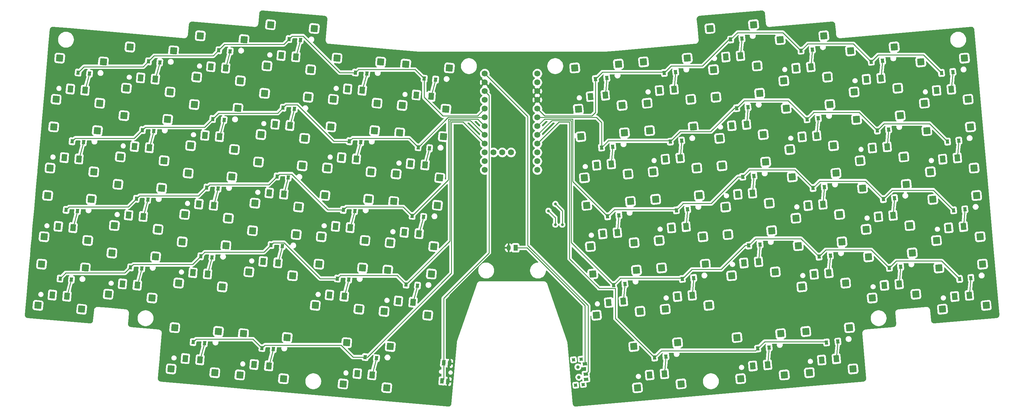
<source format=gbr>
%TF.GenerationSoftware,KiCad,Pcbnew,9.0.2*%
%TF.CreationDate,2025-06-04T11:45:29-06:00*%
%TF.ProjectId,chasm-v4,63686173-6d2d-4763-942e-6b696361645f,v1.0.0*%
%TF.SameCoordinates,Original*%
%TF.FileFunction,Copper,L1,Top*%
%TF.FilePolarity,Positive*%
%FSLAX46Y46*%
G04 Gerber Fmt 4.6, Leading zero omitted, Abs format (unit mm)*
G04 Created by KiCad (PCBNEW 9.0.2) date 2025-06-04 11:45:29*
%MOMM*%
%LPD*%
G01*
G04 APERTURE LIST*
G04 Aperture macros list*
%AMRoundRect*
0 Rectangle with rounded corners*
0 $1 Rounding radius*
0 $2 $3 $4 $5 $6 $7 $8 $9 X,Y pos of 4 corners*
0 Add a 4 corners polygon primitive as box body*
4,1,4,$2,$3,$4,$5,$6,$7,$8,$9,$2,$3,0*
0 Add four circle primitives for the rounded corners*
1,1,$1+$1,$2,$3*
1,1,$1+$1,$4,$5*
1,1,$1+$1,$6,$7*
1,1,$1+$1,$8,$9*
0 Add four rect primitives between the rounded corners*
20,1,$1+$1,$2,$3,$4,$5,0*
20,1,$1+$1,$4,$5,$6,$7,0*
20,1,$1+$1,$6,$7,$8,$9,0*
20,1,$1+$1,$8,$9,$2,$3,0*%
%AMRotRect*
0 Rectangle, with rotation*
0 The origin of the aperture is its center*
0 $1 length*
0 $2 width*
0 $3 Rotation angle, in degrees counterclockwise*
0 Add horizontal line*
21,1,$1,$2,0,0,$3*%
G04 Aperture macros list end*
%TA.AperFunction,SMDPad,CuDef*%
%ADD10C,1.752600*%
%TD*%
%TA.AperFunction,ComponentPad*%
%ADD11C,0.800000*%
%TD*%
%TA.AperFunction,SMDPad,CuDef*%
%ADD12RoundRect,0.250000X-0.812513X-0.681779X0.681779X-0.812513X0.812513X0.681779X-0.681779X0.812513X0*%
%TD*%
%TA.AperFunction,SMDPad,CuDef*%
%ADD13RotRect,1.550000X2.000000X355.000000*%
%TD*%
%TA.AperFunction,SMDPad,CuDef*%
%ADD14RoundRect,0.250000X-0.681779X-0.812513X0.812513X-0.681779X0.681779X0.812513X-0.812513X0.681779X0*%
%TD*%
%TA.AperFunction,SMDPad,CuDef*%
%ADD15RotRect,1.550000X2.000000X5.000000*%
%TD*%
%TA.AperFunction,SMDPad,CuDef*%
%ADD16RotRect,0.900000X1.200000X355.000000*%
%TD*%
%TA.AperFunction,SMDPad,CuDef*%
%ADD17RotRect,0.900000X1.200000X5.000000*%
%TD*%
%TA.AperFunction,SMDPad,CuDef*%
%ADD18O,1.200000X1.700000*%
%TD*%
%TA.AperFunction,SMDPad,CuDef*%
%ADD19R,1.200000X1.700000*%
%TD*%
%TA.AperFunction,SMDPad,CuDef*%
%ADD20RotRect,1.550000X1.000000X265.000000*%
%TD*%
%TA.AperFunction,SMDPad,CuDef*%
%ADD21RotRect,0.900000X0.900000X95.000000*%
%TD*%
%TA.AperFunction,SMDPad,CuDef*%
%ADD22RotRect,0.900000X1.250000X95.000000*%
%TD*%
%TA.AperFunction,WasherPad*%
%ADD23C,1.000000*%
%TD*%
%TA.AperFunction,ViaPad*%
%ADD24C,0.800000*%
%TD*%
%TA.AperFunction,Conductor*%
%ADD25C,0.250000*%
%TD*%
G04 APERTURE END LIST*
D10*
%TO.P,MCU1,33*%
%TO.N,P107*%
X230164623Y-61052559D03*
%TO.P,MCU1,32*%
%TO.N,P102*%
X227624623Y-61052559D03*
%TO.P,MCU1,31*%
%TO.N,P101*%
X225084623Y-61052559D03*
%TO.P,MCU1,24*%
%TO.N,RAW*%
X222544623Y-38192559D03*
%TO.P,MCU1,23*%
%TO.N,GND*%
X222544623Y-40732559D03*
%TO.P,MCU1,22*%
%TO.N,RST*%
X222544623Y-43272559D03*
%TO.P,MCU1,21*%
%TO.N,VCC*%
X222544623Y-45812559D03*
%TO.P,MCU1,20*%
%TO.N,P031*%
X222544623Y-48352559D03*
%TO.P,MCU1,19*%
%TO.N,P029*%
X222544623Y-50892559D03*
%TO.P,MCU1,18*%
%TO.N,P002*%
X222544623Y-53432559D03*
%TO.P,MCU1,17*%
%TO.N,P115*%
X222544623Y-55972559D03*
%TO.P,MCU1,16*%
%TO.N,P113*%
X222544623Y-58512559D03*
%TO.P,MCU1,15*%
%TO.N,P111*%
X222544623Y-61052559D03*
%TO.P,MCU1,14*%
%TO.N,P010*%
X222544623Y-63592559D03*
%TO.P,MCU1,13*%
%TO.N,P009*%
X222544623Y-66132559D03*
%TO.P,MCU1,12*%
%TO.N,P106*%
X237784623Y-66132559D03*
%TO.P,MCU1,11*%
%TO.N,P104*%
X237784623Y-63592559D03*
%TO.P,MCU1,10*%
%TO.N,P011*%
X237784623Y-61052559D03*
%TO.P,MCU1,9*%
%TO.N,P100*%
X237784623Y-58512559D03*
%TO.P,MCU1,8*%
%TO.N,P024*%
X237784623Y-55972559D03*
%TO.P,MCU1,7*%
%TO.N,P022*%
X237784623Y-53432559D03*
%TO.P,MCU1,6*%
%TO.N,P020*%
X237784623Y-50892559D03*
%TO.P,MCU1,5*%
%TO.N,P017*%
X237784623Y-48352559D03*
%TO.P,MCU1,4*%
%TO.N,GND*%
X237784623Y-45812559D03*
%TO.P,MCU1,3*%
X237784623Y-43272559D03*
%TO.P,MCU1,2*%
%TO.N,P008*%
X237784623Y-40732559D03*
%TO.P,MCU1,1*%
%TO.N,P006*%
X237784623Y-38192559D03*
%TD*%
D11*
%TO.P,S1,*%
%TO.N,outer_bottom*%
X101537283Y-102794617D03*
%TO.N,P011*%
X97278551Y-102422027D03*
D12*
%TO.P,S1,3*%
%TO.N,N/C*%
X105802902Y-106530607D03*
X106848771Y-94576271D03*
X93151229Y-105423729D03*
X94197098Y-93469393D03*
D13*
%TO.P,S1,2*%
%TO.N,outer_bottom*%
X101537283Y-102794617D03*
%TO.P,S1,1*%
%TO.N,P011*%
X97278551Y-102422027D03*
%TD*%
D11*
%TO.P,S2,*%
%TO.N,outer_home*%
X103280398Y-82870723D03*
%TO.N,P011*%
X99021666Y-82498133D03*
D12*
%TO.P,S2,3*%
%TO.N,N/C*%
X107546017Y-86606713D03*
X108591886Y-74652377D03*
X94894344Y-85499835D03*
X95940213Y-73545499D03*
D13*
%TO.P,S2,2*%
%TO.N,outer_home*%
X103280398Y-82870723D03*
%TO.P,S2,1*%
%TO.N,P011*%
X99021666Y-82498133D03*
%TD*%
D11*
%TO.P,S3,*%
%TO.N,outer_top*%
X105023513Y-62946829D03*
%TO.N,P011*%
X100764781Y-62574239D03*
D12*
%TO.P,S3,3*%
%TO.N,N/C*%
X109289132Y-66682819D03*
X110335001Y-54728483D03*
X96637459Y-65575941D03*
X97683328Y-53621605D03*
D13*
%TO.P,S3,2*%
%TO.N,outer_top*%
X105023513Y-62946829D03*
%TO.P,S3,1*%
%TO.N,P011*%
X100764781Y-62574239D03*
%TD*%
D11*
%TO.P,S4,*%
%TO.N,outer_num*%
X106766628Y-43022935D03*
%TO.N,P011*%
X102507896Y-42650345D03*
D12*
%TO.P,S4,3*%
%TO.N,N/C*%
X111032247Y-46758925D03*
X112078116Y-34804589D03*
X98380574Y-45652047D03*
X99426443Y-33697711D03*
D13*
%TO.P,S4,2*%
%TO.N,outer_num*%
X106766628Y-43022935D03*
%TO.P,S4,1*%
%TO.N,P011*%
X102507896Y-42650345D03*
%TD*%
D11*
%TO.P,S5,*%
%TO.N,pinky_bottom*%
X121896956Y-99556758D03*
%TO.N,P104*%
X117638224Y-99184168D03*
D12*
%TO.P,S5,3*%
%TO.N,N/C*%
X126162575Y-103292748D03*
X127208444Y-91338412D03*
X113510902Y-102185870D03*
X114556771Y-90231534D03*
D13*
%TO.P,S5,2*%
%TO.N,pinky_bottom*%
X121896956Y-99556758D03*
%TO.P,S5,1*%
%TO.N,P104*%
X117638224Y-99184168D03*
%TD*%
D11*
%TO.P,S6,*%
%TO.N,pinky_home*%
X123640071Y-79632864D03*
%TO.N,P104*%
X119381339Y-79260274D03*
D12*
%TO.P,S6,3*%
%TO.N,N/C*%
X127905690Y-83368854D03*
X128951559Y-71414518D03*
X115254017Y-82261976D03*
X116299886Y-70307640D03*
D13*
%TO.P,S6,2*%
%TO.N,pinky_home*%
X123640071Y-79632864D03*
%TO.P,S6,1*%
%TO.N,P104*%
X119381339Y-79260274D03*
%TD*%
D11*
%TO.P,S7,*%
%TO.N,pinky_top*%
X125383186Y-59708970D03*
%TO.N,P104*%
X121124454Y-59336380D03*
D12*
%TO.P,S7,3*%
%TO.N,N/C*%
X129648805Y-63444960D03*
X130694674Y-51490624D03*
X116997132Y-62338082D03*
X118043001Y-50383746D03*
D13*
%TO.P,S7,2*%
%TO.N,pinky_top*%
X125383186Y-59708970D03*
%TO.P,S7,1*%
%TO.N,P104*%
X121124454Y-59336380D03*
%TD*%
D11*
%TO.P,S8,*%
%TO.N,pinky_num*%
X127126300Y-39785076D03*
%TO.N,P104*%
X122867568Y-39412486D03*
D12*
%TO.P,S8,3*%
%TO.N,N/C*%
X131391919Y-43521066D03*
X132437788Y-31566730D03*
X118740246Y-42414188D03*
X119786115Y-30459852D03*
D13*
%TO.P,S8,2*%
%TO.N,pinky_num*%
X127126300Y-39785076D03*
%TO.P,S8,1*%
%TO.N,P104*%
X122867568Y-39412486D03*
%TD*%
D11*
%TO.P,S9,*%
%TO.N,ring_bottom*%
X142256628Y-96318900D03*
%TO.N,P106*%
X137997896Y-95946310D03*
D12*
%TO.P,S9,3*%
%TO.N,N/C*%
X146522247Y-100054890D03*
X147568116Y-88100554D03*
X133870574Y-98948012D03*
X134916443Y-86993676D03*
D13*
%TO.P,S9,2*%
%TO.N,ring_bottom*%
X142256628Y-96318900D03*
%TO.P,S9,1*%
%TO.N,P106*%
X137997896Y-95946310D03*
%TD*%
D11*
%TO.P,S10,*%
%TO.N,ring_home*%
X143999743Y-76395006D03*
%TO.N,P106*%
X139741011Y-76022416D03*
D12*
%TO.P,S10,3*%
%TO.N,N/C*%
X148265362Y-80130996D03*
X149311231Y-68176660D03*
X135613689Y-79024118D03*
X136659558Y-67069782D03*
D13*
%TO.P,S10,2*%
%TO.N,ring_home*%
X143999743Y-76395006D03*
%TO.P,S10,1*%
%TO.N,P106*%
X139741011Y-76022416D03*
%TD*%
D11*
%TO.P,S11,*%
%TO.N,ring_top*%
X145742858Y-56471112D03*
%TO.N,P106*%
X141484126Y-56098522D03*
D12*
%TO.P,S11,3*%
%TO.N,N/C*%
X150008477Y-60207102D03*
X151054346Y-48252766D03*
X137356804Y-59100224D03*
X138402673Y-47145888D03*
D13*
%TO.P,S11,2*%
%TO.N,ring_top*%
X145742858Y-56471112D03*
%TO.P,S11,1*%
%TO.N,P106*%
X141484126Y-56098522D03*
%TD*%
D11*
%TO.P,S12,*%
%TO.N,ring_num*%
X147485973Y-36547218D03*
%TO.N,P106*%
X143227241Y-36174628D03*
D12*
%TO.P,S12,3*%
%TO.N,N/C*%
X151751592Y-40283208D03*
X152797461Y-28328872D03*
X139099919Y-39176330D03*
X140145788Y-27221994D03*
D13*
%TO.P,S12,2*%
%TO.N,ring_num*%
X147485973Y-36547218D03*
%TO.P,S12,1*%
%TO.N,P106*%
X143227241Y-36174628D03*
%TD*%
D11*
%TO.P,S13,*%
%TO.N,middle_bottom*%
X162616301Y-93081041D03*
%TO.N,P111*%
X158357569Y-92708451D03*
D12*
%TO.P,S13,3*%
%TO.N,N/C*%
X166881920Y-96817031D03*
X167927789Y-84862695D03*
X154230247Y-95710153D03*
X155276116Y-83755817D03*
D13*
%TO.P,S13,2*%
%TO.N,middle_bottom*%
X162616301Y-93081041D03*
%TO.P,S13,1*%
%TO.N,P111*%
X158357569Y-92708451D03*
%TD*%
D11*
%TO.P,S14,*%
%TO.N,middle_home*%
X164359416Y-73157147D03*
%TO.N,P111*%
X160100684Y-72784557D03*
D12*
%TO.P,S14,3*%
%TO.N,N/C*%
X168625035Y-76893137D03*
X169670904Y-64938801D03*
X155973362Y-75786259D03*
X157019231Y-63831923D03*
D13*
%TO.P,S14,2*%
%TO.N,middle_home*%
X164359416Y-73157147D03*
%TO.P,S14,1*%
%TO.N,P111*%
X160100684Y-72784557D03*
%TD*%
D11*
%TO.P,S15,*%
%TO.N,middle_top*%
X166102531Y-53233253D03*
%TO.N,P111*%
X161843799Y-52860663D03*
D12*
%TO.P,S15,3*%
%TO.N,N/C*%
X170368150Y-56969243D03*
X171414019Y-45014907D03*
X157716477Y-55862365D03*
X158762346Y-43908029D03*
D13*
%TO.P,S15,2*%
%TO.N,middle_top*%
X166102531Y-53233253D03*
%TO.P,S15,1*%
%TO.N,P111*%
X161843799Y-52860663D03*
%TD*%
D11*
%TO.P,S16,*%
%TO.N,middle_num*%
X167845646Y-33309359D03*
%TO.N,P111*%
X163586914Y-32936769D03*
D12*
%TO.P,S16,3*%
%TO.N,N/C*%
X172111265Y-37045349D03*
X173157134Y-25091013D03*
X159459592Y-35938471D03*
X160505461Y-23984135D03*
D13*
%TO.P,S16,2*%
%TO.N,middle_num*%
X167845646Y-33309359D03*
%TO.P,S16,1*%
%TO.N,P111*%
X163586914Y-32936769D03*
%TD*%
D11*
%TO.P,S17,*%
%TO.N,index_bottom*%
X181842949Y-102793714D03*
%TO.N,P010*%
X177584217Y-102421124D03*
D12*
%TO.P,S17,3*%
%TO.N,N/C*%
X186108568Y-106529704D03*
X187154437Y-94575368D03*
X173456895Y-105422826D03*
X174502764Y-93468490D03*
D13*
%TO.P,S17,2*%
%TO.N,index_bottom*%
X181842949Y-102793714D03*
%TO.P,S17,1*%
%TO.N,P010*%
X177584217Y-102421124D03*
%TD*%
D11*
%TO.P,S18,*%
%TO.N,index_home*%
X183586064Y-82869819D03*
%TO.N,P010*%
X179327332Y-82497229D03*
D12*
%TO.P,S18,3*%
%TO.N,N/C*%
X187851683Y-86605809D03*
X188897552Y-74651473D03*
X175200010Y-85498931D03*
X176245879Y-73544595D03*
D13*
%TO.P,S18,2*%
%TO.N,index_home*%
X183586064Y-82869819D03*
%TO.P,S18,1*%
%TO.N,P010*%
X179327332Y-82497229D03*
%TD*%
D11*
%TO.P,S19,*%
%TO.N,index_top*%
X185329179Y-62945925D03*
%TO.N,P010*%
X181070447Y-62573335D03*
D12*
%TO.P,S19,3*%
%TO.N,N/C*%
X189594798Y-66681915D03*
X190640667Y-54727579D03*
X176943125Y-65575037D03*
X177988994Y-53620701D03*
D13*
%TO.P,S19,2*%
%TO.N,index_top*%
X185329179Y-62945925D03*
%TO.P,S19,1*%
%TO.N,P010*%
X181070447Y-62573335D03*
%TD*%
D11*
%TO.P,S20,*%
%TO.N,index_num*%
X187072294Y-43022031D03*
%TO.N,P010*%
X182813562Y-42649441D03*
D12*
%TO.P,S20,3*%
%TO.N,N/C*%
X191337913Y-46758021D03*
X192383782Y-34803685D03*
X178686240Y-45651143D03*
X179732109Y-33696807D03*
D13*
%TO.P,S20,2*%
%TO.N,index_num*%
X187072294Y-43022031D03*
%TO.P,S20,1*%
%TO.N,P010*%
X182813562Y-42649441D03*
%TD*%
D11*
%TO.P,S21,*%
%TO.N,inner_bottom*%
X201766843Y-104536828D03*
%TO.N,P009*%
X197508111Y-104164238D03*
D12*
%TO.P,S21,3*%
%TO.N,N/C*%
X206032462Y-108272818D03*
X207078331Y-96318482D03*
X193380789Y-107165940D03*
X194426658Y-95211604D03*
D13*
%TO.P,S21,2*%
%TO.N,inner_bottom*%
X201766843Y-104536828D03*
%TO.P,S21,1*%
%TO.N,P009*%
X197508111Y-104164238D03*
%TD*%
D11*
%TO.P,S22,*%
%TO.N,inner_home*%
X203509958Y-84612934D03*
%TO.N,P009*%
X199251226Y-84240344D03*
D12*
%TO.P,S22,3*%
%TO.N,N/C*%
X207775577Y-88348924D03*
X208821446Y-76394588D03*
X195123904Y-87242046D03*
X196169773Y-75287710D03*
D13*
%TO.P,S22,2*%
%TO.N,inner_home*%
X203509958Y-84612934D03*
%TO.P,S22,1*%
%TO.N,P009*%
X199251226Y-84240344D03*
%TD*%
D11*
%TO.P,S23,*%
%TO.N,inner_top*%
X205253073Y-64689040D03*
%TO.N,P009*%
X200994341Y-64316450D03*
D12*
%TO.P,S23,3*%
%TO.N,N/C*%
X209518692Y-68425030D03*
X210564561Y-56470694D03*
X196867019Y-67318152D03*
X197912888Y-55363816D03*
D13*
%TO.P,S23,2*%
%TO.N,inner_top*%
X205253073Y-64689040D03*
%TO.P,S23,1*%
%TO.N,P009*%
X200994341Y-64316450D03*
%TD*%
D11*
%TO.P,S24,*%
%TO.N,inner_num*%
X206996188Y-44765146D03*
%TO.N,P009*%
X202737456Y-44392556D03*
D12*
%TO.P,S24,3*%
%TO.N,N/C*%
X211261807Y-48501136D03*
X212307676Y-36546800D03*
X198610134Y-47394258D03*
X199656003Y-35439922D03*
D13*
%TO.P,S24,2*%
%TO.N,inner_num*%
X206996188Y-44765146D03*
%TO.P,S24,1*%
%TO.N,P009*%
X202737456Y-44392556D03*
%TD*%
D11*
%TO.P,S25,*%
%TO.N,option_thumbrow*%
X140077735Y-121223767D03*
%TO.N,P106*%
X135819003Y-120851177D03*
D12*
%TO.P,S25,3*%
%TO.N,N/C*%
X144343354Y-124959757D03*
X145389223Y-113005421D03*
X131691681Y-123852879D03*
X132737550Y-111898543D03*
D13*
%TO.P,S25,2*%
%TO.N,option_thumbrow*%
X140077735Y-121223767D03*
%TO.P,S25,1*%
%TO.N,P106*%
X135819003Y-120851177D03*
%TD*%
D11*
%TO.P,S26,*%
%TO.N,command_thumbrow*%
X160001629Y-122966882D03*
%TO.N,P111*%
X155742897Y-122594292D03*
D12*
%TO.P,S26,3*%
%TO.N,N/C*%
X164267248Y-126702872D03*
X165313117Y-114748536D03*
X151615575Y-125595994D03*
X152661444Y-113641658D03*
D13*
%TO.P,S26,2*%
%TO.N,command_thumbrow*%
X160001629Y-122966882D03*
%TO.P,S26,1*%
%TO.N,P111*%
X155742897Y-122594292D03*
%TD*%
D11*
%TO.P,S27,*%
%TO.N,space1_thumbrow*%
X189887470Y-125581554D03*
%TO.N,P010*%
X185628738Y-125208964D03*
D12*
%TO.P,S27,3*%
%TO.N,N/C*%
X194153089Y-129317544D03*
X195198958Y-117363208D03*
X181501416Y-128210666D03*
X182547285Y-116256330D03*
D13*
%TO.P,S27,2*%
%TO.N,space1_thumbrow*%
X189887470Y-125581554D03*
%TO.P,S27,1*%
%TO.N,P010*%
X185628738Y-125208964D03*
%TD*%
D11*
%TO.P,S28,*%
%TO.N,mirror_outer_bottom*%
X362917017Y-102485215D03*
%TO.N,P011*%
X358658285Y-102857805D03*
D14*
%TO.P,S28,3*%
%TO.N,N/C*%
X367766580Y-105423729D03*
X366720711Y-93469393D03*
X355114907Y-106530607D03*
X354069038Y-94576271D03*
D15*
%TO.P,S28,2*%
%TO.N,mirror_outer_bottom*%
X362917017Y-102485215D03*
%TO.P,S28,1*%
%TO.N,P011*%
X358658285Y-102857805D03*
%TD*%
D11*
%TO.P,S29,*%
%TO.N,mirror_outer_home*%
X361173903Y-82561321D03*
%TO.N,P011*%
X356915171Y-82933911D03*
D14*
%TO.P,S29,3*%
%TO.N,N/C*%
X366023466Y-85499835D03*
X364977597Y-73545499D03*
X353371793Y-86606713D03*
X352325924Y-74652377D03*
D15*
%TO.P,S29,2*%
%TO.N,mirror_outer_home*%
X361173903Y-82561321D03*
%TO.P,S29,1*%
%TO.N,P011*%
X356915171Y-82933911D03*
%TD*%
D11*
%TO.P,S30,*%
%TO.N,mirror_outer_top*%
X359430788Y-62637427D03*
%TO.N,P011*%
X355172056Y-63010017D03*
D14*
%TO.P,S30,3*%
%TO.N,N/C*%
X364280351Y-65575941D03*
X363234482Y-53621605D03*
X351628678Y-66682819D03*
X350582809Y-54728483D03*
D15*
%TO.P,S30,2*%
%TO.N,mirror_outer_top*%
X359430788Y-62637427D03*
%TO.P,S30,1*%
%TO.N,P011*%
X355172056Y-63010017D03*
%TD*%
D11*
%TO.P,S31,*%
%TO.N,mirror_outer_num*%
X357687673Y-42713533D03*
%TO.N,P011*%
X353428941Y-43086123D03*
D14*
%TO.P,S31,3*%
%TO.N,N/C*%
X362537236Y-45652047D03*
X361491367Y-33697711D03*
X349885563Y-46758925D03*
X348839694Y-34804589D03*
D15*
%TO.P,S31,2*%
%TO.N,mirror_outer_num*%
X357687673Y-42713533D03*
%TO.P,S31,1*%
%TO.N,P011*%
X353428941Y-43086123D03*
%TD*%
D11*
%TO.P,S32,*%
%TO.N,mirror_pinky_bottom*%
X342557345Y-99247356D03*
%TO.N,P104*%
X338298613Y-99619946D03*
D14*
%TO.P,S32,3*%
%TO.N,N/C*%
X347406908Y-102185870D03*
X346361039Y-90231534D03*
X334755235Y-103292748D03*
X333709366Y-91338412D03*
D15*
%TO.P,S32,2*%
%TO.N,mirror_pinky_bottom*%
X342557345Y-99247356D03*
%TO.P,S32,1*%
%TO.N,P104*%
X338298613Y-99619946D03*
%TD*%
D11*
%TO.P,S33,*%
%TO.N,mirror_pinky_home*%
X340814230Y-79323462D03*
%TO.N,P104*%
X336555498Y-79696052D03*
D14*
%TO.P,S33,3*%
%TO.N,N/C*%
X345663793Y-82261976D03*
X344617924Y-70307640D03*
X333012120Y-83368854D03*
X331966251Y-71414518D03*
D15*
%TO.P,S33,2*%
%TO.N,mirror_pinky_home*%
X340814230Y-79323462D03*
%TO.P,S33,1*%
%TO.N,P104*%
X336555498Y-79696052D03*
%TD*%
D11*
%TO.P,S34,*%
%TO.N,mirror_pinky_top*%
X339071115Y-59399568D03*
%TO.N,P104*%
X334812383Y-59772158D03*
D14*
%TO.P,S34,3*%
%TO.N,N/C*%
X343920678Y-62338082D03*
X342874809Y-50383746D03*
X331269005Y-63444960D03*
X330223136Y-51490624D03*
D15*
%TO.P,S34,2*%
%TO.N,mirror_pinky_top*%
X339071115Y-59399568D03*
%TO.P,S34,1*%
%TO.N,P104*%
X334812383Y-59772158D03*
%TD*%
D11*
%TO.P,S35,*%
%TO.N,mirror_pinky_num*%
X337328000Y-39475674D03*
%TO.N,P104*%
X333069268Y-39848264D03*
D14*
%TO.P,S35,3*%
%TO.N,N/C*%
X342177563Y-42414188D03*
X341131694Y-30459852D03*
X329525890Y-43521066D03*
X328480021Y-31566730D03*
D15*
%TO.P,S35,2*%
%TO.N,mirror_pinky_num*%
X337328000Y-39475674D03*
%TO.P,S35,1*%
%TO.N,P104*%
X333069268Y-39848264D03*
%TD*%
D11*
%TO.P,S36,*%
%TO.N,mirror_ring_bottom*%
X322197672Y-96009498D03*
%TO.N,P106*%
X317938940Y-96382088D03*
D14*
%TO.P,S36,3*%
%TO.N,N/C*%
X327047235Y-98948012D03*
X326001366Y-86993676D03*
X314395562Y-100054890D03*
X313349693Y-88100554D03*
D15*
%TO.P,S36,2*%
%TO.N,mirror_ring_bottom*%
X322197672Y-96009498D03*
%TO.P,S36,1*%
%TO.N,P106*%
X317938940Y-96382088D03*
%TD*%
D11*
%TO.P,S37,*%
%TO.N,mirror_ring_home*%
X320454557Y-76085604D03*
%TO.N,P106*%
X316195825Y-76458194D03*
D14*
%TO.P,S37,3*%
%TO.N,N/C*%
X325304120Y-79024118D03*
X324258251Y-67069782D03*
X312652447Y-80130996D03*
X311606578Y-68176660D03*
D15*
%TO.P,S37,2*%
%TO.N,mirror_ring_home*%
X320454557Y-76085604D03*
%TO.P,S37,1*%
%TO.N,P106*%
X316195825Y-76458194D03*
%TD*%
D11*
%TO.P,S38,*%
%TO.N,mirror_ring_top*%
X318711442Y-56161710D03*
%TO.N,P106*%
X314452710Y-56534300D03*
D14*
%TO.P,S38,3*%
%TO.N,N/C*%
X323561005Y-59100224D03*
X322515136Y-47145888D03*
X310909332Y-60207102D03*
X309863463Y-48252766D03*
D15*
%TO.P,S38,2*%
%TO.N,mirror_ring_top*%
X318711442Y-56161710D03*
%TO.P,S38,1*%
%TO.N,P106*%
X314452710Y-56534300D03*
%TD*%
D11*
%TO.P,S39,*%
%TO.N,mirror_ring_num*%
X316968327Y-36237816D03*
%TO.N,P106*%
X312709595Y-36610406D03*
D14*
%TO.P,S39,3*%
%TO.N,N/C*%
X321817890Y-39176330D03*
X320772021Y-27221994D03*
X309166217Y-40283208D03*
X308120348Y-28328872D03*
D15*
%TO.P,S39,2*%
%TO.N,mirror_ring_num*%
X316968327Y-36237816D03*
%TO.P,S39,1*%
%TO.N,P106*%
X312709595Y-36610406D03*
%TD*%
D11*
%TO.P,S40,*%
%TO.N,mirror_middle_bottom*%
X301837999Y-92771639D03*
%TO.N,P111*%
X297579267Y-93144229D03*
D14*
%TO.P,S40,3*%
%TO.N,N/C*%
X306687562Y-95710153D03*
X305641693Y-83755817D03*
X294035889Y-96817031D03*
X292990020Y-84862695D03*
D15*
%TO.P,S40,2*%
%TO.N,mirror_middle_bottom*%
X301837999Y-92771639D03*
%TO.P,S40,1*%
%TO.N,P111*%
X297579267Y-93144229D03*
%TD*%
D11*
%TO.P,S41,*%
%TO.N,mirror_middle_home*%
X300094884Y-72847745D03*
%TO.N,P111*%
X295836152Y-73220335D03*
D14*
%TO.P,S41,3*%
%TO.N,N/C*%
X304944447Y-75786259D03*
X303898578Y-63831923D03*
X292292774Y-76893137D03*
X291246905Y-64938801D03*
D15*
%TO.P,S41,2*%
%TO.N,mirror_middle_home*%
X300094884Y-72847745D03*
%TO.P,S41,1*%
%TO.N,P111*%
X295836152Y-73220335D03*
%TD*%
D11*
%TO.P,S42,*%
%TO.N,mirror_middle_top*%
X298351770Y-52923851D03*
%TO.N,P111*%
X294093038Y-53296441D03*
D14*
%TO.P,S42,3*%
%TO.N,N/C*%
X303201333Y-55862365D03*
X302155464Y-43908029D03*
X290549660Y-56969243D03*
X289503791Y-45014907D03*
D15*
%TO.P,S42,2*%
%TO.N,mirror_middle_top*%
X298351770Y-52923851D03*
%TO.P,S42,1*%
%TO.N,P111*%
X294093038Y-53296441D03*
%TD*%
D11*
%TO.P,S43,*%
%TO.N,mirror_middle_num*%
X296608655Y-32999957D03*
%TO.N,P111*%
X292349923Y-33372547D03*
D14*
%TO.P,S43,3*%
%TO.N,N/C*%
X301458218Y-35938471D03*
X300412349Y-23984135D03*
X288806545Y-37045349D03*
X287760676Y-25091013D03*
D15*
%TO.P,S43,2*%
%TO.N,mirror_middle_num*%
X296608655Y-32999957D03*
%TO.P,S43,1*%
%TO.N,P111*%
X292349923Y-33372547D03*
%TD*%
D11*
%TO.P,S44,*%
%TO.N,mirror_index_bottom*%
X282611351Y-102484312D03*
%TO.N,P010*%
X278352619Y-102856902D03*
D14*
%TO.P,S44,3*%
%TO.N,N/C*%
X287460914Y-105422826D03*
X286415045Y-93468490D03*
X274809241Y-106529704D03*
X273763372Y-94575368D03*
D15*
%TO.P,S44,2*%
%TO.N,mirror_index_bottom*%
X282611351Y-102484312D03*
%TO.P,S44,1*%
%TO.N,P010*%
X278352619Y-102856902D03*
%TD*%
D11*
%TO.P,S45,*%
%TO.N,mirror_index_home*%
X280868236Y-82560417D03*
%TO.N,P010*%
X276609504Y-82933007D03*
D14*
%TO.P,S45,3*%
%TO.N,N/C*%
X285717799Y-85498931D03*
X284671930Y-73544595D03*
X273066126Y-86605809D03*
X272020257Y-74651473D03*
D15*
%TO.P,S45,2*%
%TO.N,mirror_index_home*%
X280868236Y-82560417D03*
%TO.P,S45,1*%
%TO.N,P010*%
X276609504Y-82933007D03*
%TD*%
D11*
%TO.P,S46,*%
%TO.N,mirror_index_top*%
X279125122Y-62636523D03*
%TO.N,P010*%
X274866390Y-63009113D03*
D14*
%TO.P,S46,3*%
%TO.N,N/C*%
X283974685Y-65575037D03*
X282928816Y-53620701D03*
X271323012Y-66681915D03*
X270277143Y-54727579D03*
D15*
%TO.P,S46,2*%
%TO.N,mirror_index_top*%
X279125122Y-62636523D03*
%TO.P,S46,1*%
%TO.N,P010*%
X274866390Y-63009113D03*
%TD*%
D11*
%TO.P,S47,*%
%TO.N,mirror_index_num*%
X277382007Y-42712629D03*
%TO.N,P010*%
X273123275Y-43085219D03*
D14*
%TO.P,S47,3*%
%TO.N,N/C*%
X282231570Y-45651143D03*
X281185701Y-33696807D03*
X269579897Y-46758021D03*
X268534028Y-34803685D03*
D15*
%TO.P,S47,2*%
%TO.N,mirror_index_num*%
X277382007Y-42712629D03*
%TO.P,S47,1*%
%TO.N,P010*%
X273123275Y-43085219D03*
%TD*%
D11*
%TO.P,S48,*%
%TO.N,mirror_inner_bottom*%
X262687457Y-104227426D03*
%TO.N,P009*%
X258428725Y-104600016D03*
D14*
%TO.P,S48,3*%
%TO.N,N/C*%
X267537020Y-107165940D03*
X266491151Y-95211604D03*
X254885347Y-108272818D03*
X253839478Y-96318482D03*
D15*
%TO.P,S48,2*%
%TO.N,mirror_inner_bottom*%
X262687457Y-104227426D03*
%TO.P,S48,1*%
%TO.N,P009*%
X258428725Y-104600016D03*
%TD*%
D11*
%TO.P,S49,*%
%TO.N,mirror_inner_home*%
X260944343Y-84303532D03*
%TO.N,P009*%
X256685611Y-84676122D03*
D14*
%TO.P,S49,3*%
%TO.N,N/C*%
X265793906Y-87242046D03*
X264748037Y-75287710D03*
X253142233Y-88348924D03*
X252096364Y-76394588D03*
D15*
%TO.P,S49,2*%
%TO.N,mirror_inner_home*%
X260944343Y-84303532D03*
%TO.P,S49,1*%
%TO.N,P009*%
X256685611Y-84676122D03*
%TD*%
D11*
%TO.P,S50,*%
%TO.N,mirror_inner_top*%
X259201228Y-64379638D03*
%TO.N,P009*%
X254942496Y-64752228D03*
D14*
%TO.P,S50,3*%
%TO.N,N/C*%
X264050791Y-67318152D03*
X263004922Y-55363816D03*
X251399118Y-68425030D03*
X250353249Y-56470694D03*
D15*
%TO.P,S50,2*%
%TO.N,mirror_inner_top*%
X259201228Y-64379638D03*
%TO.P,S50,1*%
%TO.N,P009*%
X254942496Y-64752228D03*
%TD*%
D11*
%TO.P,S51,*%
%TO.N,mirror_inner_num*%
X257458113Y-44455744D03*
%TO.N,P009*%
X253199381Y-44828334D03*
D14*
%TO.P,S51,3*%
%TO.N,N/C*%
X262307676Y-47394258D03*
X261261807Y-35439922D03*
X249656003Y-48501136D03*
X248610134Y-36546800D03*
D15*
%TO.P,S51,2*%
%TO.N,mirror_inner_num*%
X257458113Y-44455744D03*
%TO.P,S51,1*%
%TO.N,P009*%
X253199381Y-44828334D03*
%TD*%
D11*
%TO.P,S52,*%
%TO.N,mirror_option_thumbrow*%
X324376566Y-120914365D03*
%TO.N,P106*%
X320117834Y-121286955D03*
D14*
%TO.P,S52,3*%
%TO.N,N/C*%
X329226129Y-123852879D03*
X328180260Y-111898543D03*
X316574456Y-124959757D03*
X315528587Y-113005421D03*
D15*
%TO.P,S52,2*%
%TO.N,mirror_option_thumbrow*%
X324376566Y-120914365D03*
%TO.P,S52,1*%
%TO.N,P106*%
X320117834Y-121286955D03*
%TD*%
D11*
%TO.P,S53,*%
%TO.N,mirror_command_thumbrow*%
X304452672Y-122657480D03*
%TO.N,P111*%
X300193940Y-123030070D03*
D14*
%TO.P,S53,3*%
%TO.N,N/C*%
X309302235Y-125595994D03*
X308256366Y-113641658D03*
X296650562Y-126702872D03*
X295604693Y-114748536D03*
D15*
%TO.P,S53,2*%
%TO.N,mirror_command_thumbrow*%
X304452672Y-122657480D03*
%TO.P,S53,1*%
%TO.N,P111*%
X300193940Y-123030070D03*
%TD*%
D11*
%TO.P,S54,*%
%TO.N,mirror_space1_thumbrow*%
X274566831Y-125272152D03*
%TO.N,P010*%
X270308099Y-125644742D03*
D14*
%TO.P,S54,3*%
%TO.N,N/C*%
X279416394Y-128210666D03*
X278370525Y-116256330D03*
X266764721Y-129317544D03*
X265718852Y-117363208D03*
D15*
%TO.P,S54,2*%
%TO.N,mirror_space1_thumbrow*%
X274566831Y-125272152D03*
%TO.P,S54,1*%
%TO.N,P010*%
X270308099Y-125644742D03*
%TD*%
D16*
%TO.P,D1,2*%
%TO.N,outer_bottom*%
X102840374Y-97939715D03*
%TO.P,D1,1*%
%TO.N,P115*%
X99552932Y-97652101D03*
%TD*%
%TO.P,D2,2*%
%TO.N,outer_home*%
X104583489Y-78015821D03*
%TO.P,D2,1*%
%TO.N,P002*%
X101296047Y-77728207D03*
%TD*%
%TO.P,D3,2*%
%TO.N,outer_top*%
X106326604Y-58091927D03*
%TO.P,D3,1*%
%TO.N,P029*%
X103039162Y-57804313D03*
%TD*%
%TO.P,D4,2*%
%TO.N,outer_num*%
X108069719Y-38168033D03*
%TO.P,D4,1*%
%TO.N,P031*%
X104782277Y-37880419D03*
%TD*%
%TO.P,D5,2*%
%TO.N,pinky_bottom*%
X123200047Y-94701856D03*
%TO.P,D5,1*%
%TO.N,P115*%
X119912605Y-94414242D03*
%TD*%
%TO.P,D6,2*%
%TO.N,pinky_home*%
X124943162Y-74777962D03*
%TO.P,D6,1*%
%TO.N,P002*%
X121655720Y-74490348D03*
%TD*%
%TO.P,D7,2*%
%TO.N,pinky_top*%
X126686276Y-54854068D03*
%TO.P,D7,1*%
%TO.N,P029*%
X123398834Y-54566454D03*
%TD*%
%TO.P,D8,2*%
%TO.N,pinky_num*%
X128429391Y-34930174D03*
%TO.P,D8,1*%
%TO.N,P031*%
X125141949Y-34642560D03*
%TD*%
%TO.P,D9,2*%
%TO.N,ring_bottom*%
X143559719Y-91463998D03*
%TO.P,D9,1*%
%TO.N,P115*%
X140272277Y-91176384D03*
%TD*%
%TO.P,D10,2*%
%TO.N,ring_home*%
X145302834Y-71540104D03*
%TO.P,D10,1*%
%TO.N,P002*%
X142015392Y-71252490D03*
%TD*%
%TO.P,D11,2*%
%TO.N,ring_top*%
X147045949Y-51616210D03*
%TO.P,D11,1*%
%TO.N,P029*%
X143758507Y-51328596D03*
%TD*%
%TO.P,D12,2*%
%TO.N,ring_num*%
X148789064Y-31692316D03*
%TO.P,D12,1*%
%TO.N,P031*%
X145501622Y-31404702D03*
%TD*%
%TO.P,D13,2*%
%TO.N,middle_bottom*%
X163919392Y-88226139D03*
%TO.P,D13,1*%
%TO.N,P115*%
X160631950Y-87938525D03*
%TD*%
%TO.P,D14,2*%
%TO.N,middle_home*%
X165662507Y-68302245D03*
%TO.P,D14,1*%
%TO.N,P002*%
X162375065Y-68014631D03*
%TD*%
%TO.P,D15,2*%
%TO.N,middle_top*%
X167405622Y-48378351D03*
%TO.P,D15,1*%
%TO.N,P029*%
X164118180Y-48090737D03*
%TD*%
%TO.P,D16,2*%
%TO.N,middle_num*%
X169148737Y-28454457D03*
%TO.P,D16,1*%
%TO.N,P031*%
X165861295Y-28166843D03*
%TD*%
%TO.P,D17,2*%
%TO.N,index_bottom*%
X183146040Y-97938811D03*
%TO.P,D17,1*%
%TO.N,P115*%
X179858598Y-97651197D03*
%TD*%
%TO.P,D18,2*%
%TO.N,index_home*%
X184889155Y-78014917D03*
%TO.P,D18,1*%
%TO.N,P002*%
X181601713Y-77727303D03*
%TD*%
%TO.P,D19,2*%
%TO.N,index_top*%
X186632270Y-58091023D03*
%TO.P,D19,1*%
%TO.N,P029*%
X183344828Y-57803409D03*
%TD*%
%TO.P,D20,2*%
%TO.N,index_num*%
X188375385Y-38167129D03*
%TO.P,D20,1*%
%TO.N,P031*%
X185087943Y-37879515D03*
%TD*%
%TO.P,D21,2*%
%TO.N,inner_bottom*%
X203069934Y-99681926D03*
%TO.P,D21,1*%
%TO.N,P115*%
X199782492Y-99394312D03*
%TD*%
%TO.P,D22,2*%
%TO.N,inner_home*%
X204813049Y-79758032D03*
%TO.P,D22,1*%
%TO.N,P002*%
X201525607Y-79470418D03*
%TD*%
%TO.P,D23,2*%
%TO.N,inner_top*%
X206556164Y-59834138D03*
%TO.P,D23,1*%
%TO.N,P029*%
X203268722Y-59546524D03*
%TD*%
%TO.P,D24,2*%
%TO.N,inner_num*%
X208299279Y-39910244D03*
%TO.P,D24,1*%
%TO.N,P031*%
X205011837Y-39622630D03*
%TD*%
%TO.P,D25,2*%
%TO.N,option_thumbrow*%
X141380826Y-116368865D03*
%TO.P,D25,1*%
%TO.N,P113*%
X138093384Y-116081251D03*
%TD*%
%TO.P,D26,2*%
%TO.N,command_thumbrow*%
X161304720Y-118111980D03*
%TO.P,D26,1*%
%TO.N,P113*%
X158017278Y-117824366D03*
%TD*%
%TO.P,D27,2*%
%TO.N,space1_thumbrow*%
X191190561Y-120726652D03*
%TO.P,D27,1*%
%TO.N,P113*%
X187903119Y-120439038D03*
%TD*%
D17*
%TO.P,D28,2*%
%TO.N,mirror_outer_bottom*%
X363357267Y-97477790D03*
%TO.P,D28,1*%
%TO.N,P024*%
X360069825Y-97765404D03*
%TD*%
%TO.P,D29,2*%
%TO.N,mirror_outer_home*%
X361614152Y-77553895D03*
%TO.P,D29,1*%
%TO.N,P022*%
X358326710Y-77841509D03*
%TD*%
%TO.P,D30,2*%
%TO.N,mirror_outer_top*%
X359871037Y-57630001D03*
%TO.P,D30,1*%
%TO.N,P020*%
X356583595Y-57917615D03*
%TD*%
%TO.P,D31,2*%
%TO.N,mirror_outer_num*%
X358127922Y-37706107D03*
%TO.P,D31,1*%
%TO.N,P017*%
X354840480Y-37993721D03*
%TD*%
%TO.P,D32,2*%
%TO.N,mirror_pinky_bottom*%
X342997594Y-94239931D03*
%TO.P,D32,1*%
%TO.N,P024*%
X339710152Y-94527545D03*
%TD*%
%TO.P,D33,2*%
%TO.N,mirror_pinky_home*%
X341254479Y-74316037D03*
%TO.P,D33,1*%
%TO.N,P022*%
X337967037Y-74603651D03*
%TD*%
%TO.P,D34,2*%
%TO.N,mirror_pinky_top*%
X339511364Y-54392143D03*
%TO.P,D34,1*%
%TO.N,P020*%
X336223922Y-54679757D03*
%TD*%
%TO.P,D35,2*%
%TO.N,mirror_pinky_num*%
X337768249Y-34468249D03*
%TO.P,D35,1*%
%TO.N,P017*%
X334480807Y-34755863D03*
%TD*%
%TO.P,D36,2*%
%TO.N,mirror_ring_bottom*%
X322637921Y-91002072D03*
%TO.P,D36,1*%
%TO.N,P024*%
X319350479Y-91289686D03*
%TD*%
%TO.P,D37,2*%
%TO.N,mirror_ring_home*%
X320894807Y-71078178D03*
%TO.P,D37,1*%
%TO.N,P022*%
X317607365Y-71365792D03*
%TD*%
%TO.P,D38,2*%
%TO.N,mirror_ring_top*%
X319151692Y-51154284D03*
%TO.P,D38,1*%
%TO.N,P020*%
X315864250Y-51441898D03*
%TD*%
%TO.P,D39,2*%
%TO.N,mirror_ring_num*%
X317408577Y-31230390D03*
%TO.P,D39,1*%
%TO.N,P017*%
X314121135Y-31518004D03*
%TD*%
%TO.P,D40,2*%
%TO.N,mirror_middle_bottom*%
X302278249Y-87764214D03*
%TO.P,D40,1*%
%TO.N,P024*%
X298990807Y-88051828D03*
%TD*%
%TO.P,D41,2*%
%TO.N,mirror_middle_home*%
X300535134Y-67840320D03*
%TO.P,D41,1*%
%TO.N,P022*%
X297247692Y-68127934D03*
%TD*%
%TO.P,D42,2*%
%TO.N,mirror_middle_top*%
X298792019Y-47916426D03*
%TO.P,D42,1*%
%TO.N,P020*%
X295504577Y-48204040D03*
%TD*%
%TO.P,D43,2*%
%TO.N,mirror_middle_num*%
X297048904Y-27992532D03*
%TO.P,D43,1*%
%TO.N,P017*%
X293761462Y-28280146D03*
%TD*%
%TO.P,D44,2*%
%TO.N,mirror_index_bottom*%
X283051601Y-97476886D03*
%TO.P,D44,1*%
%TO.N,P024*%
X279764159Y-97764500D03*
%TD*%
%TO.P,D45,2*%
%TO.N,mirror_index_home*%
X281308486Y-77552992D03*
%TO.P,D45,1*%
%TO.N,P022*%
X278021044Y-77840606D03*
%TD*%
%TO.P,D46,2*%
%TO.N,mirror_index_top*%
X279565371Y-57629098D03*
%TO.P,D46,1*%
%TO.N,P020*%
X276277929Y-57916712D03*
%TD*%
%TO.P,D47,2*%
%TO.N,mirror_index_num*%
X277822256Y-37705204D03*
%TO.P,D47,1*%
%TO.N,P017*%
X274534814Y-37992818D03*
%TD*%
%TO.P,D48,2*%
%TO.N,mirror_inner_bottom*%
X263127707Y-99220001D03*
%TO.P,D48,1*%
%TO.N,P024*%
X259840265Y-99507615D03*
%TD*%
%TO.P,D49,2*%
%TO.N,mirror_inner_home*%
X261384592Y-79296107D03*
%TO.P,D49,1*%
%TO.N,P022*%
X258097150Y-79583721D03*
%TD*%
%TO.P,D50,2*%
%TO.N,mirror_inner_top*%
X259641477Y-59372213D03*
%TO.P,D50,1*%
%TO.N,P020*%
X256354035Y-59659827D03*
%TD*%
%TO.P,D51,2*%
%TO.N,mirror_inner_num*%
X257898362Y-39448319D03*
%TO.P,D51,1*%
%TO.N,P017*%
X254610920Y-39735933D03*
%TD*%
%TO.P,D52,2*%
%TO.N,mirror_option_thumbrow*%
X324816815Y-115906940D03*
%TO.P,D52,1*%
%TO.N,P100*%
X321529373Y-116194554D03*
%TD*%
%TO.P,D53,2*%
%TO.N,mirror_command_thumbrow*%
X304892921Y-117650055D03*
%TO.P,D53,1*%
%TO.N,P100*%
X301605479Y-117937669D03*
%TD*%
%TO.P,D54,2*%
%TO.N,mirror_space1_thumbrow*%
X275007080Y-120264727D03*
%TO.P,D54,1*%
%TO.N,P100*%
X271719638Y-120552341D03*
%TD*%
D18*
%TO.P,JST1,2*%
%TO.N,GND*%
X229458905Y-88742211D03*
D19*
%TO.P,JST1,1*%
%TO.N,pos*%
X231458905Y-88742211D03*
%TD*%
D20*
%TO.P,B1,2*%
%TO.N,RST*%
X210187116Y-127332448D03*
X210644683Y-122102426D03*
%TO.P,B1,1*%
%TO.N,GND*%
X211880647Y-127480612D03*
X212338214Y-122250590D03*
%TD*%
D21*
%TO.P,T1,*%
%TO.N,*%
X248881807Y-128573311D03*
X251073435Y-128381568D03*
X250428483Y-121009727D03*
X248236855Y-121201470D03*
D22*
%TO.P,T1,3*%
%TO.N,N/C*%
X251918349Y-126852109D03*
%TO.P,T1,2*%
%TO.N,RAW*%
X251787616Y-125357817D03*
%TO.P,T1,1*%
%TO.N,pos*%
X251526149Y-122369233D03*
D23*
%TO.P,T1,*%
%TO.N,*%
X249785879Y-126285811D03*
X249524411Y-123297227D03*
%TD*%
D24*
%TO.N,P106*%
X243000000Y-76000000D03*
X245000000Y-82000000D03*
%TO.N,P104*%
X243000000Y-82000000D03*
X241000000Y-78000000D03*
%TO.N,P011*%
X237784623Y-61052559D03*
%TO.N,P104*%
X237784623Y-63592559D03*
%TO.N,P106*%
X237784623Y-66132559D03*
%TO.N,P009*%
X222544623Y-66132559D03*
%TO.N,P010*%
X222544623Y-63592559D03*
%TO.N,P111*%
X222544623Y-61052559D03*
%TD*%
D25*
%TO.N,P106*%
X245000000Y-82000000D02*
X245000000Y-78000000D01*
X245000000Y-78000000D02*
X243000000Y-76000000D01*
%TO.N,P104*%
X243000000Y-80000000D02*
X241000000Y-78000000D01*
X243000000Y-82000000D02*
X243000000Y-80000000D01*
%TO.N,P100*%
X271719638Y-120552341D02*
X260397440Y-109230143D01*
X260397440Y-109230143D02*
X260397440Y-100470552D01*
X255677114Y-100470552D02*
X247098000Y-91891438D01*
X260397440Y-100470552D02*
X255677114Y-100470552D01*
X247098000Y-91891438D02*
X247098000Y-52245559D01*
X247098000Y-52245559D02*
X244051623Y-52245559D01*
X244051623Y-52245559D02*
X237784623Y-58512559D01*
%TO.N,P024*%
X259840265Y-99507615D02*
X247549000Y-87216350D01*
X247549000Y-87216350D02*
X247549000Y-51794559D01*
X247549000Y-51794559D02*
X241962623Y-51794559D01*
X241962623Y-51794559D02*
X237784623Y-55972559D01*
%TO.N,P022*%
X258097150Y-79583721D02*
X248000000Y-69486571D01*
X248000000Y-51343559D02*
X239873623Y-51343559D01*
X248000000Y-69486571D02*
X248000000Y-51343559D01*
X239873623Y-51343559D02*
X237784623Y-53432559D01*
%TO.N,P017*%
X254610920Y-39735933D02*
X254610920Y-49389080D01*
X254610920Y-49389080D02*
X253558441Y-50441559D01*
X253558441Y-50441559D02*
X239873623Y-50441559D01*
X239873623Y-50441559D02*
X237784623Y-48352559D01*
%TO.N,P020*%
X256354035Y-59659827D02*
X256354035Y-52354035D01*
X256354035Y-52354035D02*
X254892559Y-50892559D01*
X254892559Y-50892559D02*
X237784623Y-50892559D01*
%TO.N,P113*%
X212902000Y-52245559D02*
X216277623Y-52245559D01*
X212902000Y-96098000D02*
X212902000Y-52245559D01*
%TO.N,P115*%
X212451000Y-86725804D02*
X212451000Y-51794559D01*
X212451000Y-51794559D02*
X218366623Y-51794559D01*
%TO.N,P113*%
X187903119Y-120439038D02*
X188560962Y-120439038D01*
X188560962Y-120439038D02*
X212902000Y-96098000D01*
X216277623Y-52245559D02*
X222544623Y-58512559D01*
%TO.N,P115*%
X199782492Y-99394312D02*
X212451000Y-86725804D01*
X218366623Y-51794559D02*
X222544623Y-55972559D01*
%TO.N,P031*%
X205011837Y-39622630D02*
X205011837Y-45029686D01*
X205011837Y-45029686D02*
X210423710Y-50441559D01*
X210423710Y-50441559D02*
X220455623Y-50441559D01*
X220455623Y-50441559D02*
X222544623Y-48352559D01*
%TO.N,P029*%
X222544623Y-50892559D02*
X211922687Y-50892559D01*
X211922687Y-50892559D02*
X203268722Y-59546524D01*
%TO.N,RST*%
X210644683Y-122102426D02*
X210644683Y-103355317D01*
X210644683Y-103355317D02*
X223746923Y-90253077D01*
X223746923Y-90253077D02*
X223746923Y-44474859D01*
X223746923Y-44474859D02*
X222544623Y-43272559D01*
X210187116Y-127332448D02*
X210644683Y-126874881D01*
X210644683Y-126874881D02*
X210644683Y-122102426D01*
%TO.N,GND*%
X212338214Y-122250590D02*
X211880647Y-122708157D01*
X211880647Y-122708157D02*
X211880647Y-127480612D01*
X229458905Y-88742211D02*
X226104129Y-88742211D01*
X226104129Y-88742211D02*
X212338214Y-102508126D01*
X212338214Y-102508126D02*
X212338214Y-122250590D01*
%TO.N,RAW*%
X251787616Y-125357817D02*
X252513991Y-124631442D01*
X252513991Y-124631442D02*
X252513991Y-105513991D01*
X235000000Y-88000000D02*
X235000000Y-50647936D01*
X252513991Y-105513991D02*
X235000000Y-88000000D01*
X235000000Y-50647936D02*
X222544623Y-38192559D01*
%TO.N,pos*%
X251526149Y-122369233D02*
X251526149Y-105454679D01*
X251526149Y-105454679D02*
X234813681Y-88742211D01*
X234813681Y-88742211D02*
X231458905Y-88742211D01*
%TO.N,P100*%
X301605479Y-117937669D02*
X303591922Y-115951226D01*
X303591922Y-115951226D02*
X321286045Y-115951226D01*
X321286045Y-115951226D02*
X321529373Y-116194554D01*
X271719638Y-120552341D02*
X273706081Y-118565898D01*
X273706081Y-118565898D02*
X300977250Y-118565898D01*
X300977250Y-118565898D02*
X301605479Y-117937669D01*
%TO.N,P024*%
X339710152Y-94527545D02*
X341696595Y-92541102D01*
X341696595Y-92541102D02*
X354845523Y-92541102D01*
X354845523Y-92541102D02*
X360069825Y-97765404D01*
%TO.N,P022*%
X337967037Y-74603651D02*
X340570688Y-72000000D01*
X340570688Y-72000000D02*
X352485201Y-72000000D01*
X352485201Y-72000000D02*
X358326710Y-77841509D01*
%TO.N,P020*%
X336223922Y-54679757D02*
X338210365Y-52693314D01*
X338210365Y-52693314D02*
X351359294Y-52693314D01*
X351359294Y-52693314D02*
X356583595Y-57917615D01*
%TO.N,P017*%
X334480807Y-34755863D02*
X336467250Y-32769420D01*
X336467250Y-32769420D02*
X349616179Y-32769420D01*
X349616179Y-32769420D02*
X354840480Y-37993721D01*
%TO.N,P024*%
X319350479Y-91289686D02*
X321336921Y-89303244D01*
X321336921Y-89303244D02*
X334485851Y-89303244D01*
X334485851Y-89303244D02*
X339710152Y-94527545D01*
%TO.N,P022*%
X317607365Y-71365792D02*
X319593807Y-69379350D01*
X319593807Y-69379350D02*
X332742736Y-69379350D01*
X332742736Y-69379350D02*
X337967037Y-74603651D01*
%TO.N,P020*%
X315864250Y-51441898D02*
X317850692Y-49455456D01*
X317850692Y-49455456D02*
X330999621Y-49455456D01*
X330999621Y-49455456D02*
X336223922Y-54679757D01*
%TO.N,P017*%
X314121135Y-31518004D02*
X316107577Y-29531562D01*
X329256506Y-29531562D02*
X334480807Y-34755863D01*
X316107577Y-29531562D02*
X329256506Y-29531562D01*
%TO.N,P024*%
X298990807Y-88051828D02*
X300977250Y-86065385D01*
X300977250Y-86065385D02*
X314126178Y-86065385D01*
X314126178Y-86065385D02*
X319350479Y-91289686D01*
%TO.N,P022*%
X297247692Y-68127934D02*
X299234135Y-66141491D01*
X299234135Y-66141491D02*
X312383064Y-66141491D01*
X312383064Y-66141491D02*
X317607365Y-71365792D01*
%TO.N,P020*%
X295504577Y-48204040D02*
X297708617Y-46000000D01*
X297708617Y-46000000D02*
X310422352Y-46000000D01*
X310422352Y-46000000D02*
X315864250Y-51441898D01*
%TO.N,P017*%
X293761462Y-28280146D02*
X295747905Y-26293703D01*
X295747905Y-26293703D02*
X308896834Y-26293703D01*
X308896834Y-26293703D02*
X314121135Y-31518004D01*
%TO.N,P024*%
X297948172Y-88051828D02*
X291000000Y-95000000D01*
X291000000Y-95000000D02*
X282528659Y-95000000D01*
X298990807Y-88051828D02*
X297948172Y-88051828D01*
X282528659Y-95000000D02*
X279764159Y-97764500D01*
%TO.N,P022*%
X297247692Y-68127934D02*
X295872066Y-68127934D01*
X295872066Y-68127934D02*
X288145837Y-75854163D01*
X288145837Y-75854163D02*
X280007487Y-75854163D01*
X280007487Y-75854163D02*
X278021044Y-77840606D01*
%TO.N,P020*%
X295504577Y-48204040D02*
X294795960Y-48204040D01*
X279184232Y-55010409D02*
X276277929Y-57916712D01*
X294795960Y-48204040D02*
X287989591Y-55010409D01*
X287989591Y-55010409D02*
X279184232Y-55010409D01*
%TO.N,P017*%
X293761462Y-28280146D02*
X293309743Y-28280146D01*
X293309743Y-28280146D02*
X285589889Y-36000000D01*
X285589889Y-36000000D02*
X276527632Y-36000000D01*
X276527632Y-36000000D02*
X274534814Y-37992818D01*
%TO.N,P024*%
X279764159Y-97764500D02*
X279520831Y-97521172D01*
X279520831Y-97521172D02*
X261826708Y-97521172D01*
X261826708Y-97521172D02*
X259840265Y-99507615D01*
%TO.N,P022*%
X278021044Y-77840606D02*
X277777716Y-77597278D01*
X260083593Y-77597278D02*
X258097150Y-79583721D01*
X277777716Y-77597278D02*
X260083593Y-77597278D01*
%TO.N,P020*%
X276277929Y-57916712D02*
X276034601Y-57673384D01*
X276034601Y-57673384D02*
X258340478Y-57673384D01*
X258340478Y-57673384D02*
X256354035Y-59659827D01*
%TO.N,P017*%
X274534814Y-37992818D02*
X274291486Y-37749490D01*
X256597363Y-37749490D02*
X254610920Y-39735933D01*
X274291486Y-37749490D02*
X256597363Y-37749490D01*
%TO.N,P113*%
X158017278Y-117824366D02*
X158879411Y-116962233D01*
X158879411Y-116962233D02*
X180938754Y-116962233D01*
X180938754Y-116962233D02*
X184415559Y-120439038D01*
X184415559Y-120439038D02*
X187903119Y-120439038D01*
X138093384Y-116081251D02*
X138955517Y-115219118D01*
X138955517Y-115219118D02*
X155412030Y-115219118D01*
X155412030Y-115219118D02*
X158017278Y-117824366D01*
%TO.N,P115*%
X179858598Y-97651197D02*
X180720730Y-96789065D01*
X180720730Y-96789065D02*
X197177245Y-96789065D01*
X197177245Y-96789065D02*
X199782492Y-99394312D01*
%TO.N,P002*%
X181601713Y-77727303D02*
X182463846Y-76865170D01*
X198920359Y-76865170D02*
X201525607Y-79470418D01*
X182463846Y-76865170D02*
X198920359Y-76865170D01*
%TO.N,P029*%
X183344828Y-57803409D02*
X184206961Y-56941276D01*
X184206961Y-56941276D02*
X200663474Y-56941276D01*
X200663474Y-56941276D02*
X203268722Y-59546524D01*
%TO.N,P031*%
X185087943Y-37879515D02*
X185950076Y-37017382D01*
X185950076Y-37017382D02*
X202406589Y-37017382D01*
X202406589Y-37017382D02*
X205011837Y-39622630D01*
%TO.N,P115*%
X160631950Y-87938525D02*
X161307273Y-87263202D01*
X161307273Y-87263202D02*
X164476567Y-87263202D01*
X174864562Y-97651197D02*
X179858598Y-97651197D01*
X164476567Y-87263202D02*
X174864562Y-97651197D01*
%TO.N,P002*%
X162375065Y-68014631D02*
X163050388Y-67339308D01*
X177058274Y-77727303D02*
X181601713Y-77727303D01*
X163050388Y-67339308D02*
X166670279Y-67339308D01*
X166670279Y-67339308D02*
X177058274Y-77727303D01*
%TO.N,P029*%
X164118180Y-48090737D02*
X164980313Y-47228604D01*
X164980313Y-47228604D02*
X168226584Y-47228604D01*
X168226584Y-47228604D02*
X178801389Y-57803409D01*
X178801389Y-57803409D02*
X183344828Y-57803409D01*
%TO.N,P031*%
X165861295Y-28166843D02*
X166723428Y-27304710D01*
X166723428Y-27304710D02*
X169969699Y-27304710D01*
X169969699Y-27304710D02*
X180544504Y-37879515D01*
X180544504Y-37879515D02*
X185087943Y-37879515D01*
%TO.N,P115*%
X140272277Y-91176384D02*
X141448661Y-90000000D01*
X141448661Y-90000000D02*
X158570475Y-90000000D01*
X158570475Y-90000000D02*
X160631950Y-87938525D01*
X119912605Y-94414242D02*
X120774738Y-93552109D01*
X120774738Y-93552109D02*
X137896552Y-93552109D01*
X137896552Y-93552109D02*
X140272277Y-91176384D01*
X99552932Y-97652101D02*
X101205033Y-96000000D01*
X101205033Y-96000000D02*
X118326847Y-96000000D01*
X118326847Y-96000000D02*
X119912605Y-94414242D01*
%TO.N,P002*%
X142015392Y-71252490D02*
X142877525Y-70390357D01*
X142877525Y-70390357D02*
X159999339Y-70390357D01*
X159999339Y-70390357D02*
X162375065Y-68014631D01*
X121655720Y-74490348D02*
X122517853Y-73628215D01*
X139639667Y-73628215D02*
X142015392Y-71252490D01*
X122517853Y-73628215D02*
X139639667Y-73628215D01*
X101296047Y-77728207D02*
X102158180Y-76866074D01*
X102158180Y-76866074D02*
X119279994Y-76866074D01*
X119279994Y-76866074D02*
X121655720Y-74490348D01*
%TO.N,P029*%
X143758507Y-51328596D02*
X145444629Y-49642474D01*
X145444629Y-49642474D02*
X162566443Y-49642474D01*
X162566443Y-49642474D02*
X164118180Y-48090737D01*
X123398834Y-54566454D02*
X124260967Y-53704321D01*
X124260967Y-53704321D02*
X141382782Y-53704321D01*
X141382782Y-53704321D02*
X143758507Y-51328596D01*
X103039162Y-57804313D02*
X103901295Y-56942180D01*
X103901295Y-56942180D02*
X121023108Y-56942180D01*
X121023108Y-56942180D02*
X123398834Y-54566454D01*
%TO.N,P031*%
X145501622Y-31404702D02*
X147187744Y-29718580D01*
X147187744Y-29718580D02*
X164309558Y-29718580D01*
X164309558Y-29718580D02*
X165861295Y-28166843D01*
X125141949Y-34642560D02*
X126784509Y-33000000D01*
X143906324Y-33000000D02*
X145501622Y-31404702D01*
X126784509Y-33000000D02*
X143906324Y-33000000D01*
X104782277Y-37880419D02*
X106468399Y-36194297D01*
X106468399Y-36194297D02*
X123590212Y-36194297D01*
X123590212Y-36194297D02*
X125141949Y-34642560D01*
%TO.N,mirror_pinky_bottom*%
X342997594Y-94239931D02*
X342557345Y-99247356D01*
%TO.N,mirror_pinky_home*%
X341254479Y-74316037D02*
X340814230Y-79323462D01*
%TO.N,mirror_pinky_top*%
X339511364Y-54392143D02*
X339071115Y-59399568D01*
%TO.N,mirror_pinky_num*%
X337768249Y-34468249D02*
X337328000Y-39475674D01*
%TO.N,mirror_outer_num*%
X358127922Y-37706107D02*
X357687673Y-42713533D01*
%TO.N,mirror_outer_top*%
X359871037Y-57630001D02*
X359430788Y-62637427D01*
%TO.N,mirror_outer_home*%
X361614152Y-77553895D02*
X361173903Y-82561321D01*
%TO.N,mirror_outer_bottom*%
X363357267Y-97477790D02*
X362917017Y-102485215D01*
%TO.N,mirror_option_thumbrow*%
X324816815Y-115906940D02*
X324376566Y-120914365D01*
%TO.N,mirror_ring_bottom*%
X322637921Y-91002072D02*
X322197672Y-96009498D01*
%TO.N,mirror_ring_home*%
X320894807Y-71078178D02*
X320454557Y-76085604D01*
%TO.N,mirror_ring_top*%
X319151692Y-51154284D02*
X318711442Y-56161710D01*
%TO.N,mirror_ring_num*%
X317408577Y-31230390D02*
X316968327Y-36237816D01*
%TO.N,mirror_middle_home*%
X300535134Y-67840320D02*
X300094884Y-72847745D01*
%TO.N,mirror_middle_top*%
X298792019Y-47916426D02*
X298351770Y-52923851D01*
%TO.N,mirror_middle_num*%
X297048904Y-27992532D02*
X296608655Y-32999957D01*
%TO.N,mirror_index_num*%
X277822256Y-37705204D02*
X277382007Y-42712629D01*
%TO.N,mirror_index_top*%
X279565371Y-57629098D02*
X279125122Y-62636523D01*
%TO.N,mirror_index_home*%
X281308486Y-77552992D02*
X280868236Y-82560417D01*
%TO.N,mirror_middle_bottom*%
X302278249Y-87764214D02*
X301837999Y-92771639D01*
%TO.N,mirror_command_thumbrow*%
X304892921Y-117650055D02*
X304452672Y-122657480D01*
%TO.N,mirror_index_bottom*%
X283051601Y-97476886D02*
X282611351Y-102484312D01*
%TO.N,mirror_space1_thumbrow*%
X275007080Y-120264727D02*
X274566831Y-125272152D01*
%TO.N,mirror_inner_bottom*%
X263127707Y-99220001D02*
X262687457Y-104227426D01*
%TO.N,mirror_inner_home*%
X261384592Y-79296107D02*
X260944343Y-84303532D01*
%TO.N,mirror_inner_top*%
X259641477Y-59372213D02*
X259201228Y-64379638D01*
%TO.N,mirror_inner_num*%
X257898362Y-39448319D02*
X257458113Y-44455744D01*
%TO.N,outer_num*%
X108069719Y-38168033D02*
X106766628Y-43022935D01*
%TO.N,outer_top*%
X106326604Y-58091927D02*
X105023513Y-62946829D01*
%TO.N,outer_home*%
X104583489Y-78015821D02*
X103280398Y-82870723D01*
%TO.N,outer_bottom*%
X102840374Y-97939715D02*
X101537283Y-102794617D01*
%TO.N,pinky_home*%
X124943162Y-74777962D02*
X123640071Y-79632864D01*
%TO.N,pinky_bottom*%
X123200047Y-94701856D02*
X121896956Y-99556758D01*
%TO.N,option_thumbrow*%
X141380826Y-116368865D02*
X140077735Y-121223767D01*
%TO.N,ring_bottom*%
X143559719Y-91463998D02*
X142256628Y-96318900D01*
%TO.N,ring_home*%
X145302834Y-71540104D02*
X143999743Y-76395006D01*
%TO.N,pinky_top*%
X126686276Y-54854068D02*
X125383186Y-59708970D01*
%TO.N,ring_top*%
X147045949Y-51616210D02*
X145742858Y-56471112D01*
%TO.N,pinky_num*%
X128429391Y-34930174D02*
X127126300Y-39785076D01*
%TO.N,ring_num*%
X148789064Y-31692316D02*
X147485973Y-36547218D01*
%TO.N,middle_num*%
X169148737Y-28454457D02*
X167845646Y-33309359D01*
%TO.N,middle_top*%
X167405622Y-48378351D02*
X166102531Y-53233253D01*
%TO.N,middle_home*%
X165662507Y-68302245D02*
X164359416Y-73157147D01*
%TO.N,middle_bottom*%
X163919392Y-88226139D02*
X162616301Y-93081041D01*
%TO.N,command_thumbrow*%
X161304720Y-118111980D02*
X160001629Y-122966882D01*
%TO.N,index_bottom*%
X183146040Y-97938811D02*
X181842949Y-102793714D01*
%TO.N,index_home*%
X184889155Y-78014917D02*
X183586064Y-82869819D01*
%TO.N,index_top*%
X186632270Y-58091023D02*
X185329179Y-62945925D01*
%TO.N,index_num*%
X188375385Y-38167129D02*
X187072294Y-43022031D01*
%TO.N,space1_thumbrow*%
X191190561Y-120726652D02*
X189887470Y-125581554D01*
%TO.N,inner_bottom*%
X203069934Y-99681926D02*
X201766843Y-104536828D01*
%TO.N,inner_home*%
X204813049Y-79758032D02*
X203509958Y-84612934D01*
%TO.N,inner_top*%
X206556164Y-59834138D02*
X205253073Y-64689040D01*
%TO.N,inner_num*%
X208299279Y-39910244D02*
X206996188Y-44765146D01*
%TO.N,P002*%
X201525607Y-79470418D02*
X212000000Y-68996025D01*
X212000000Y-51453056D02*
X212109497Y-51343559D01*
X212109497Y-51343559D02*
X220455623Y-51343559D01*
X212000000Y-68996025D02*
X212000000Y-51453056D01*
X220455623Y-51343559D02*
X222544623Y-53432559D01*
%TD*%
%TA.AperFunction,Conductor*%
%TO.N,GND*%
G36*
X302882058Y-19845490D02*
G01*
X303019392Y-19869705D01*
X303040263Y-19875296D01*
X303171329Y-19922999D01*
X303190900Y-19932125D01*
X303311677Y-20001856D01*
X303329380Y-20014251D01*
X303436215Y-20103894D01*
X303451498Y-20119177D01*
X303541135Y-20226002D01*
X303553533Y-20243707D01*
X303623265Y-20364484D01*
X303632399Y-20384073D01*
X303680095Y-20515112D01*
X303685690Y-20535989D01*
X303710825Y-20678522D01*
X303712237Y-20689250D01*
X303975581Y-23699285D01*
X303975739Y-23700133D01*
X303981252Y-23763163D01*
X303981528Y-23766317D01*
X303981529Y-23766324D01*
X304024673Y-23927366D01*
X304030225Y-23948089D01*
X304049577Y-23989594D01*
X304109744Y-24118639D01*
X304109745Y-24118641D01*
X304109746Y-24118642D01*
X304189524Y-24232587D01*
X304217675Y-24272795D01*
X304350727Y-24405860D01*
X304350730Y-24405862D01*
X304350733Y-24405865D01*
X304504877Y-24513807D01*
X304675423Y-24593343D01*
X304810113Y-24629439D01*
X304857182Y-24642054D01*
X304857183Y-24642054D01*
X304857190Y-24642056D01*
X305044653Y-24658465D01*
X305117777Y-24652070D01*
X305123428Y-24651576D01*
X305123429Y-24651577D01*
X305126750Y-24651286D01*
X305126770Y-24651284D01*
X305126776Y-24651285D01*
X305126781Y-24651283D01*
X305138386Y-24650269D01*
X305162824Y-24648132D01*
X305162824Y-24648131D01*
X305184595Y-24646227D01*
X305184608Y-24646224D01*
X323045458Y-23083602D01*
X323045459Y-23083603D01*
X323053079Y-23082935D01*
X323053103Y-23082932D01*
X323053104Y-23082933D01*
X323053104Y-23082932D01*
X323064505Y-23081935D01*
X323075288Y-23081465D01*
X323123382Y-23081463D01*
X323220199Y-23081460D01*
X323241726Y-23083342D01*
X323379055Y-23107554D01*
X323379072Y-23107557D01*
X323399951Y-23113152D01*
X323530986Y-23160843D01*
X323550576Y-23169977D01*
X323671352Y-23239706D01*
X323689059Y-23252105D01*
X323756244Y-23308481D01*
X323795883Y-23341742D01*
X323811164Y-23357023D01*
X323899785Y-23462639D01*
X323900805Y-23463854D01*
X323913204Y-23481562D01*
X323982928Y-23602335D01*
X323992062Y-23621925D01*
X324039753Y-23752968D01*
X324045347Y-23773847D01*
X324070521Y-23916647D01*
X324071932Y-23927366D01*
X324073074Y-23940423D01*
X324073589Y-23946306D01*
X324259840Y-26075161D01*
X324328443Y-26859295D01*
X324328410Y-26859455D01*
X324341076Y-27004195D01*
X324341077Y-27004200D01*
X324389787Y-27185973D01*
X324469325Y-27356536D01*
X324469326Y-27356537D01*
X324577269Y-27510688D01*
X324577275Y-27510695D01*
X324710347Y-27643760D01*
X324844468Y-27737668D01*
X324864508Y-27751699D01*
X325035070Y-27831228D01*
X325137904Y-27858780D01*
X325216842Y-27879930D01*
X325216846Y-27879930D01*
X325216851Y-27879932D01*
X325216857Y-27879932D01*
X325216860Y-27879933D01*
X325404323Y-27896329D01*
X325404324Y-27896329D01*
X325404325Y-27896328D01*
X325404327Y-27896329D01*
X325467443Y-27890805D01*
X325483099Y-27889435D01*
X325483101Y-27889436D01*
X325498065Y-27888126D01*
X325498065Y-27888127D01*
X325500322Y-27887929D01*
X363334336Y-24577881D01*
X363334340Y-24577882D01*
X363334340Y-24577881D01*
X363334342Y-24577881D01*
X363348074Y-24576680D01*
X363358864Y-24576210D01*
X363503760Y-24576215D01*
X363525280Y-24578098D01*
X363662485Y-24602295D01*
X363662621Y-24602319D01*
X363683499Y-24607914D01*
X363806479Y-24652679D01*
X363814540Y-24655613D01*
X363834127Y-24664747D01*
X363954894Y-24734475D01*
X363972596Y-24746871D01*
X364079423Y-24836513D01*
X364094706Y-24851796D01*
X364184340Y-24958620D01*
X364196738Y-24976326D01*
X364266463Y-25097095D01*
X364275597Y-25116684D01*
X364323293Y-25247728D01*
X364328887Y-25268606D01*
X364354109Y-25411650D01*
X364355521Y-25422375D01*
X366445209Y-49307617D01*
X366445211Y-49307632D01*
X368188324Y-69231511D01*
X368188326Y-69231526D01*
X369931439Y-89155405D01*
X369931441Y-89155420D01*
X371585697Y-108063661D01*
X371585697Y-108063664D01*
X371587115Y-108079881D01*
X371588471Y-108095378D01*
X371588943Y-108106178D01*
X371588951Y-108251082D01*
X371587068Y-108272617D01*
X371562857Y-108409955D01*
X371557263Y-108430834D01*
X371509570Y-108561881D01*
X371500435Y-108581472D01*
X371430710Y-108702244D01*
X371418313Y-108719950D01*
X371328674Y-108826781D01*
X371313388Y-108842067D01*
X371206560Y-108931705D01*
X371188854Y-108944102D01*
X371068080Y-109013830D01*
X371048489Y-109022966D01*
X370917443Y-109070660D01*
X370896564Y-109076254D01*
X370754087Y-109101373D01*
X370743365Y-109102784D01*
X352822434Y-110670662D01*
X352811623Y-110671134D01*
X352666741Y-110671129D01*
X352645208Y-110669244D01*
X352507884Y-110645025D01*
X352487005Y-110639430D01*
X352355971Y-110591731D01*
X352336383Y-110582596D01*
X352215620Y-110512867D01*
X352197914Y-110500468D01*
X352091098Y-110410830D01*
X352075816Y-110395546D01*
X351986183Y-110288718D01*
X351973785Y-110271010D01*
X351904071Y-110150247D01*
X351894938Y-110130659D01*
X351847247Y-109999614D01*
X351841655Y-109978742D01*
X351816329Y-109835067D01*
X351814918Y-109824339D01*
X351814490Y-109819449D01*
X351814490Y-109819448D01*
X351813340Y-109806295D01*
X351813339Y-109806294D01*
X351813046Y-109802941D01*
X351811435Y-109784521D01*
X351811433Y-109784512D01*
X351796685Y-109615946D01*
X351558538Y-106893901D01*
X351558548Y-106893849D01*
X351554023Y-106842143D01*
X351554024Y-106842143D01*
X351545821Y-106748407D01*
X351544291Y-106742696D01*
X351497111Y-106566631D01*
X351497109Y-106566626D01*
X351417579Y-106396080D01*
X351417574Y-106396071D01*
X351309634Y-106241920D01*
X351176567Y-106108856D01*
X351176559Y-106108849D01*
X351022412Y-106000916D01*
X351022411Y-106000915D01*
X351022409Y-106000914D01*
X350959538Y-105971597D01*
X350851858Y-105921385D01*
X350851844Y-105921380D01*
X350670081Y-105872677D01*
X350670071Y-105872675D01*
X350577475Y-105864574D01*
X353542375Y-105864574D01*
X353542375Y-105864587D01*
X353681919Y-107459569D01*
X353681920Y-107459581D01*
X353701544Y-107562137D01*
X353731754Y-107632171D01*
X353771775Y-107724952D01*
X353771776Y-107724954D01*
X353771778Y-107724957D01*
X353851438Y-107831957D01*
X353877659Y-107867178D01*
X354013487Y-107981152D01*
X354092017Y-108020591D01*
X354171935Y-108060728D01*
X354171936Y-108060728D01*
X354171940Y-108060730D01*
X354344472Y-108101620D01*
X354448883Y-108103139D01*
X356043879Y-107963594D01*
X356118196Y-107949372D01*
X356146437Y-107943969D01*
X356146437Y-107943968D01*
X356146441Y-107943968D01*
X356309252Y-107873739D01*
X356451478Y-107767855D01*
X356565452Y-107632027D01*
X356645030Y-107473574D01*
X356685920Y-107301042D01*
X356687439Y-107196631D01*
X356547894Y-105601635D01*
X356532388Y-105520602D01*
X356528269Y-105499076D01*
X356528268Y-105499073D01*
X356458039Y-105336262D01*
X356457368Y-105335361D01*
X356352154Y-105194035D01*
X356216327Y-105080062D01*
X356216325Y-105080061D01*
X356057878Y-105000485D01*
X355885343Y-104959594D01*
X355780939Y-104958075D01*
X355780926Y-104958075D01*
X354185944Y-105097619D01*
X354185932Y-105097620D01*
X354083376Y-105117244D01*
X353920564Y-105187474D01*
X353920556Y-105187478D01*
X353778335Y-105293359D01*
X353664362Y-105429186D01*
X353664361Y-105429188D01*
X353584785Y-105587635D01*
X353543894Y-105760170D01*
X353542375Y-105864574D01*
X350577475Y-105864574D01*
X350482605Y-105856274D01*
X350482599Y-105856274D01*
X350403831Y-105863163D01*
X350403832Y-105863164D01*
X350392893Y-105864120D01*
X350388867Y-105864473D01*
X350387713Y-105864574D01*
X350369755Y-105866144D01*
X350369756Y-105866145D01*
X342392745Y-106564044D01*
X342392628Y-106564065D01*
X342325586Y-106569928D01*
X342325575Y-106569930D01*
X342143797Y-106618631D01*
X341973239Y-106698157D01*
X341819078Y-106806099D01*
X341686013Y-106939160D01*
X341578068Y-107093321D01*
X341578067Y-107093323D01*
X341498538Y-107263875D01*
X341449833Y-107445656D01*
X341449831Y-107445667D01*
X341433436Y-107633125D01*
X341433436Y-107633131D01*
X341439428Y-107701609D01*
X341439428Y-107701618D01*
X341702631Y-110710047D01*
X341703103Y-110720857D01*
X341703100Y-110865746D01*
X341701216Y-110887278D01*
X341676997Y-111024615D01*
X341671402Y-111045492D01*
X341623707Y-111176529D01*
X341614573Y-111196118D01*
X341544844Y-111316890D01*
X341532447Y-111334594D01*
X341442805Y-111441426D01*
X341427525Y-111456706D01*
X341357225Y-111515695D01*
X341320699Y-111546345D01*
X341302994Y-111558742D01*
X341182219Y-111628473D01*
X341162630Y-111637607D01*
X341031593Y-111685302D01*
X341010716Y-111690897D01*
X340909121Y-111708813D01*
X340867966Y-111716070D01*
X340857243Y-111717482D01*
X333748646Y-112339403D01*
X332917577Y-112412112D01*
X332893139Y-112414250D01*
X332878180Y-112415559D01*
X332878136Y-112415580D01*
X332866244Y-112416627D01*
X332866232Y-112416624D01*
X332866192Y-112416632D01*
X332799408Y-112422477D01*
X332799399Y-112422478D01*
X332617635Y-112471185D01*
X332447086Y-112550714D01*
X332292938Y-112658648D01*
X332292930Y-112658655D01*
X332159868Y-112791714D01*
X332051925Y-112945866D01*
X332051924Y-112945868D01*
X331972392Y-113116413D01*
X331923680Y-113298186D01*
X331923679Y-113298193D01*
X331912260Y-113428664D01*
X331907272Y-113485656D01*
X331915468Y-113579390D01*
X331915468Y-113579392D01*
X331915467Y-113579392D01*
X331918622Y-113615472D01*
X331918626Y-113615489D01*
X333048022Y-126524540D01*
X333048494Y-126535347D01*
X333048494Y-126680229D01*
X333046610Y-126701762D01*
X333022393Y-126839097D01*
X333016799Y-126859974D01*
X332969104Y-126991017D01*
X332959969Y-127010607D01*
X332890242Y-127131379D01*
X332877845Y-127149084D01*
X332788202Y-127255917D01*
X332772922Y-127271197D01*
X332702254Y-127330495D01*
X332666095Y-127360837D01*
X332648390Y-127373234D01*
X332527613Y-127442966D01*
X332508024Y-127452100D01*
X332376986Y-127499796D01*
X332356107Y-127505391D01*
X332213530Y-127530532D01*
X332202804Y-127531944D01*
X314041502Y-129120853D01*
X313295349Y-129186133D01*
X249044949Y-134807314D01*
X249038032Y-134807918D01*
X249031226Y-134808514D01*
X249020422Y-134808985D01*
X248875533Y-134808979D01*
X248854000Y-134807094D01*
X248716676Y-134782874D01*
X248695800Y-134777280D01*
X248564754Y-134729579D01*
X248545165Y-134720443D01*
X248424408Y-134650719D01*
X248406703Y-134638322D01*
X248339518Y-134581945D01*
X248299872Y-134548676D01*
X248284595Y-134533398D01*
X248194959Y-134426570D01*
X248182562Y-134408865D01*
X248112838Y-134288096D01*
X248103704Y-134268507D01*
X248056011Y-134137469D01*
X248050417Y-134116592D01*
X248043166Y-134075471D01*
X248025164Y-133973379D01*
X248023757Y-133962689D01*
X247516098Y-128160121D01*
X247883495Y-128160121D01*
X247970412Y-129153581D01*
X247970414Y-129153590D01*
X247977255Y-129188348D01*
X247982178Y-129213355D01*
X248045024Y-129345383D01*
X248142521Y-129454358D01*
X248266770Y-129531450D01*
X248407705Y-129570415D01*
X248468605Y-129571623D01*
X248468616Y-129571621D01*
X248468617Y-129571622D01*
X249462077Y-129484705D01*
X249462080Y-129484704D01*
X249462086Y-129484704D01*
X249521851Y-129472940D01*
X249653879Y-129410094D01*
X249762854Y-129312597D01*
X249839946Y-129188348D01*
X249878911Y-129047413D01*
X249880119Y-128986513D01*
X249877960Y-128961838D01*
X249793201Y-127993040D01*
X249793198Y-127993021D01*
X249782785Y-127940120D01*
X249781436Y-127933267D01*
X249718590Y-127801239D01*
X249621093Y-127692264D01*
X249540537Y-127642282D01*
X249496843Y-127615171D01*
X249355910Y-127576207D01*
X249351559Y-127576120D01*
X249295009Y-127574999D01*
X249295006Y-127574999D01*
X249294996Y-127574999D01*
X248301536Y-127661916D01*
X248301517Y-127661919D01*
X248241765Y-127673681D01*
X248109733Y-127736529D01*
X248000760Y-127834025D01*
X247923667Y-127958273D01*
X247923667Y-127958274D01*
X247884703Y-128099207D01*
X247884703Y-128099208D01*
X247884703Y-128099209D01*
X247884173Y-128125957D01*
X247883495Y-128160121D01*
X247516098Y-128160121D01*
X246871146Y-120788280D01*
X247238543Y-120788280D01*
X247325460Y-121781740D01*
X247325463Y-121781759D01*
X247333650Y-121823348D01*
X247337226Y-121841514D01*
X247400072Y-121973542D01*
X247497569Y-122082517D01*
X247621818Y-122159609D01*
X247762753Y-122198574D01*
X247823653Y-122199782D01*
X247823664Y-122199780D01*
X247823665Y-122199781D01*
X248817125Y-122112864D01*
X248817128Y-122112863D01*
X248817134Y-122112863D01*
X248876899Y-122101099D01*
X249008927Y-122038253D01*
X249117902Y-121940756D01*
X249194994Y-121816507D01*
X249233959Y-121675572D01*
X249235167Y-121614672D01*
X249235035Y-121613164D01*
X249148249Y-120621199D01*
X249148246Y-120621180D01*
X249143393Y-120596525D01*
X249136484Y-120561426D01*
X249073638Y-120429398D01*
X248976141Y-120320423D01*
X248895585Y-120270441D01*
X248851891Y-120243330D01*
X248710958Y-120204366D01*
X248706607Y-120204279D01*
X248650057Y-120203158D01*
X248650054Y-120203158D01*
X248650044Y-120203158D01*
X247656584Y-120290075D01*
X247656565Y-120290078D01*
X247596813Y-120301840D01*
X247596811Y-120301841D01*
X247475233Y-120359713D01*
X247464781Y-120364688D01*
X247355808Y-120462184D01*
X247278715Y-120586432D01*
X247278715Y-120586433D01*
X247239751Y-120727366D01*
X247239751Y-120727367D01*
X247238543Y-120788280D01*
X246871146Y-120788280D01*
X246470954Y-116214070D01*
X246470966Y-116214010D01*
X246466211Y-116159708D01*
X246462378Y-116115938D01*
X246447600Y-116029316D01*
X246425805Y-115944187D01*
X246411473Y-115902653D01*
X246411474Y-115902653D01*
X246403471Y-115879464D01*
X240652047Y-99210378D01*
X240652047Y-99210372D01*
X240649277Y-99202345D01*
X240649254Y-99201874D01*
X240632507Y-99153535D01*
X240632508Y-99153535D01*
X240601282Y-99063402D01*
X240508276Y-98896830D01*
X240508272Y-98896825D01*
X240508270Y-98896822D01*
X240387406Y-98749231D01*
X240387404Y-98749229D01*
X240242445Y-98625212D01*
X240242435Y-98625205D01*
X240077914Y-98528641D01*
X240077909Y-98528638D01*
X239984682Y-98494203D01*
X239898948Y-98462535D01*
X239898945Y-98462534D01*
X239898944Y-98462534D01*
X239824104Y-98449155D01*
X239711147Y-98428963D01*
X239711144Y-98428962D01*
X239711146Y-98428962D01*
X239643016Y-98428884D01*
X239642703Y-98428853D01*
X239630779Y-98428853D01*
X221287031Y-98428853D01*
X221275580Y-98428853D01*
X221274462Y-98428963D01*
X221206673Y-98429040D01*
X221018880Y-98462609D01*
X220839937Y-98528704D01*
X220839929Y-98528708D01*
X220675418Y-98625264D01*
X220675414Y-98625267D01*
X220530455Y-98749281D01*
X220409593Y-98896868D01*
X220409589Y-98896874D01*
X220316590Y-99063432D01*
X220294100Y-99128349D01*
X220293950Y-99128679D01*
X214511106Y-115888832D01*
X214511105Y-115888831D01*
X214511105Y-115888834D01*
X214511069Y-115888937D01*
X214510430Y-115890788D01*
X214506336Y-115902654D01*
X214501437Y-115916854D01*
X214501438Y-115916877D01*
X214497491Y-115928329D01*
X214497486Y-115928334D01*
X214497480Y-115928361D01*
X214492471Y-115942881D01*
X214492016Y-115944199D01*
X214470221Y-116029327D01*
X214455445Y-116115940D01*
X214453716Y-116135681D01*
X214453710Y-116135718D01*
X212894010Y-133963168D01*
X212892598Y-133973894D01*
X212867435Y-134116595D01*
X212861840Y-134137474D01*
X212814145Y-134268509D01*
X212805010Y-134288099D01*
X212735283Y-134408864D01*
X212722885Y-134426570D01*
X212633242Y-134533398D01*
X212617960Y-134548679D01*
X212511133Y-134638312D01*
X212493431Y-134650707D01*
X212372655Y-134720431D01*
X212353066Y-134729565D01*
X212222031Y-134777253D01*
X212201151Y-134782847D01*
X212063818Y-134807056D01*
X212042287Y-134808939D01*
X211896782Y-134808934D01*
X211885986Y-134808462D01*
X211877407Y-134807712D01*
X211877405Y-134807711D01*
X211864849Y-134806613D01*
X211864642Y-134806594D01*
X158133632Y-130105741D01*
X156737108Y-129983561D01*
X192580558Y-129983561D01*
X192580558Y-129983563D01*
X192580558Y-129983567D01*
X192582076Y-130087979D01*
X192619648Y-130246513D01*
X192622967Y-130260515D01*
X192702543Y-130418962D01*
X192702544Y-130418964D01*
X192816517Y-130554791D01*
X192958738Y-130660672D01*
X192958739Y-130660672D01*
X192958744Y-130660676D01*
X193121555Y-130730905D01*
X193121556Y-130730905D01*
X193121558Y-130730906D01*
X193165238Y-130739264D01*
X193224116Y-130750532D01*
X194819112Y-130890075D01*
X194923524Y-130888557D01*
X195096056Y-130847667D01*
X195254509Y-130768089D01*
X195390337Y-130654115D01*
X195496221Y-130511889D01*
X195566450Y-130349078D01*
X195586077Y-130246517D01*
X195715032Y-128772548D01*
X212018571Y-128772548D01*
X212018571Y-128772549D01*
X212315257Y-128798505D01*
X212375143Y-128797318D01*
X212513724Y-128759005D01*
X212635898Y-128683200D01*
X212731763Y-128576050D01*
X212793560Y-128446227D01*
X212805129Y-128387457D01*
X212855053Y-127816815D01*
X212107905Y-127751448D01*
X212018571Y-128772548D01*
X195715032Y-128772548D01*
X195725620Y-128651521D01*
X195724102Y-128547109D01*
X195683212Y-128374577D01*
X195683210Y-128374573D01*
X195683210Y-128374572D01*
X195643073Y-128294654D01*
X195603634Y-128216124D01*
X195489660Y-128080296D01*
X195469188Y-128065055D01*
X195347439Y-127974415D01*
X195347436Y-127974413D01*
X195347434Y-127974412D01*
X195248939Y-127931926D01*
X195184619Y-127904181D01*
X195082058Y-127884555D01*
X193487071Y-127745013D01*
X193487057Y-127745013D01*
X193382653Y-127746531D01*
X193210117Y-127787422D01*
X193051670Y-127866998D01*
X193051668Y-127866999D01*
X192915841Y-127980972D01*
X192809960Y-128123193D01*
X192809956Y-128123201D01*
X192739726Y-128286013D01*
X192720100Y-128388574D01*
X192580558Y-129983561D01*
X156737108Y-129983561D01*
X147619765Y-129185897D01*
X147619750Y-129185895D01*
X128715113Y-127531953D01*
X128704388Y-127530541D01*
X128561706Y-127505383D01*
X128540827Y-127499789D01*
X128497621Y-127484063D01*
X128409779Y-127452091D01*
X128390190Y-127442956D01*
X128269422Y-127373230D01*
X128263222Y-127368889D01*
X162694717Y-127368889D01*
X162694717Y-127368891D01*
X162694717Y-127368895D01*
X162696235Y-127473307D01*
X162733807Y-127631841D01*
X162737126Y-127645843D01*
X162816702Y-127804290D01*
X162816703Y-127804292D01*
X162930676Y-127940119D01*
X163072897Y-128046000D01*
X163072898Y-128046000D01*
X163072903Y-128046004D01*
X163235714Y-128116233D01*
X163235715Y-128116233D01*
X163235717Y-128116234D01*
X163272115Y-128123199D01*
X163338275Y-128135860D01*
X164933271Y-128275403D01*
X165037683Y-128273885D01*
X165210215Y-128232995D01*
X165368668Y-128153417D01*
X165504496Y-128039443D01*
X165610380Y-127897217D01*
X165680609Y-127734406D01*
X165700236Y-127631845D01*
X165728744Y-127305992D01*
X170583832Y-127305992D01*
X170583832Y-127607545D01*
X170583833Y-127607562D01*
X170623193Y-127906535D01*
X170701245Y-128197829D01*
X170816646Y-128476430D01*
X170816650Y-128476440D01*
X170967431Y-128737600D01*
X171151011Y-128976847D01*
X171151017Y-128976854D01*
X171364246Y-129190083D01*
X171364253Y-129190089D01*
X171603500Y-129373669D01*
X171864660Y-129524450D01*
X171864661Y-129524450D01*
X171864664Y-129524452D01*
X171978545Y-129571623D01*
X172143271Y-129639855D01*
X172143272Y-129639855D01*
X172143274Y-129639856D01*
X172434564Y-129717907D01*
X172733549Y-129757269D01*
X172733556Y-129757269D01*
X173035108Y-129757269D01*
X173035115Y-129757269D01*
X173334100Y-129717907D01*
X173625390Y-129639856D01*
X173904000Y-129524452D01*
X174165164Y-129373669D01*
X174404412Y-129190088D01*
X174617651Y-128976849D01*
X174694511Y-128876683D01*
X179928885Y-128876683D01*
X179928885Y-128876685D01*
X179928885Y-128876689D01*
X179930403Y-128981101D01*
X179967975Y-129139635D01*
X179971294Y-129153637D01*
X180050870Y-129312084D01*
X180050871Y-129312086D01*
X180078811Y-129345384D01*
X180164845Y-129447914D01*
X180173501Y-129454358D01*
X180307065Y-129553794D01*
X180307066Y-129553794D01*
X180307071Y-129553798D01*
X180469882Y-129624027D01*
X180469883Y-129624027D01*
X180469885Y-129624028D01*
X180513565Y-129632386D01*
X180572443Y-129643654D01*
X182167439Y-129783197D01*
X182271851Y-129781679D01*
X182444383Y-129740789D01*
X182602836Y-129661211D01*
X182738664Y-129547237D01*
X182844548Y-129405011D01*
X182914777Y-129242200D01*
X182934404Y-129139639D01*
X183073947Y-127544643D01*
X183072429Y-127440231D01*
X183031539Y-127267699D01*
X183031537Y-127267695D01*
X183031537Y-127267694D01*
X182987258Y-127179528D01*
X182951961Y-127109246D01*
X182837987Y-126973418D01*
X182789439Y-126937275D01*
X182695766Y-126867537D01*
X182695763Y-126867535D01*
X182695761Y-126867534D01*
X182611564Y-126831215D01*
X182532946Y-126797303D01*
X182430385Y-126777677D01*
X180835398Y-126638135D01*
X180835384Y-126638135D01*
X180730980Y-126639653D01*
X180558444Y-126680544D01*
X180399997Y-126760120D01*
X180399995Y-126760121D01*
X180264168Y-126874094D01*
X180158287Y-127016315D01*
X180158283Y-127016323D01*
X180088053Y-127179135D01*
X180068427Y-127281696D01*
X179928885Y-128876683D01*
X174694511Y-128876683D01*
X174801232Y-128737601D01*
X174952015Y-128476437D01*
X175067419Y-128197827D01*
X175145470Y-127906537D01*
X175184832Y-127607552D01*
X175184832Y-127305986D01*
X175145470Y-127007001D01*
X175067419Y-126715711D01*
X175059839Y-126697412D01*
X175011194Y-126579972D01*
X174952015Y-126437101D01*
X174801232Y-126175937D01*
X174801231Y-126175935D01*
X174774988Y-126141734D01*
X184258727Y-126141734D01*
X184259935Y-126202645D01*
X184259935Y-126202649D01*
X184298899Y-126343582D01*
X184375992Y-126467831D01*
X184375994Y-126467833D01*
X184400637Y-126489880D01*
X184475960Y-126557270D01*
X184484965Y-126565326D01*
X184484967Y-126565328D01*
X184616995Y-126628174D01*
X184676760Y-126639939D01*
X186317767Y-126783508D01*
X186378667Y-126782301D01*
X186519603Y-126743336D01*
X186643852Y-126666243D01*
X186741348Y-126557269D01*
X186804194Y-126425241D01*
X186815959Y-126365476D01*
X186816064Y-126364284D01*
X186998748Y-124276193D01*
X186998747Y-124276192D01*
X186998749Y-124276181D01*
X186997541Y-124215281D01*
X186958576Y-124074345D01*
X186881484Y-123950097D01*
X186870322Y-123940111D01*
X186796157Y-123873757D01*
X186772510Y-123852601D01*
X186772511Y-123852601D01*
X186640479Y-123789753D01*
X186594458Y-123780694D01*
X186580716Y-123777989D01*
X186580714Y-123777988D01*
X186580710Y-123777988D01*
X184939719Y-123634420D01*
X184939710Y-123634420D01*
X184939709Y-123634420D01*
X184899109Y-123635224D01*
X184878804Y-123635627D01*
X184737875Y-123674591D01*
X184613620Y-123751687D01*
X184516129Y-123860657D01*
X184453281Y-123992688D01*
X184441515Y-124052457D01*
X184258727Y-126141734D01*
X174774988Y-126141734D01*
X174617652Y-125936690D01*
X174617646Y-125936683D01*
X174404417Y-125723454D01*
X174404410Y-125723448D01*
X174165163Y-125539868D01*
X173904003Y-125389087D01*
X173903993Y-125389083D01*
X173625392Y-125273682D01*
X173334098Y-125195630D01*
X173035125Y-125156270D01*
X173035120Y-125156269D01*
X173035115Y-125156269D01*
X172733549Y-125156269D01*
X172733543Y-125156269D01*
X172733538Y-125156270D01*
X172434565Y-125195630D01*
X172143271Y-125273682D01*
X171864670Y-125389083D01*
X171864660Y-125389087D01*
X171603500Y-125539868D01*
X171364253Y-125723448D01*
X171364246Y-125723454D01*
X171151017Y-125936683D01*
X171151011Y-125936690D01*
X170967431Y-126175937D01*
X170816650Y-126437097D01*
X170816646Y-126437107D01*
X170701245Y-126715708D01*
X170623193Y-127007002D01*
X170583833Y-127305975D01*
X170583832Y-127305992D01*
X165728744Y-127305992D01*
X165839779Y-126036849D01*
X165838261Y-125932437D01*
X165797371Y-125759905D01*
X165797369Y-125759901D01*
X165797369Y-125759900D01*
X165755470Y-125676474D01*
X165717793Y-125601452D01*
X165603819Y-125465624D01*
X165581523Y-125449025D01*
X165461598Y-125359743D01*
X165461595Y-125359741D01*
X165461593Y-125359740D01*
X165377396Y-125323421D01*
X165298778Y-125289509D01*
X165196217Y-125269883D01*
X163601230Y-125130341D01*
X163601216Y-125130341D01*
X163496812Y-125131859D01*
X163324276Y-125172750D01*
X163165829Y-125252326D01*
X163165827Y-125252327D01*
X163030000Y-125366300D01*
X162924119Y-125508521D01*
X162924115Y-125508529D01*
X162853885Y-125671341D01*
X162834259Y-125773902D01*
X162694717Y-127368889D01*
X128263222Y-127368889D01*
X128251716Y-127360832D01*
X128144889Y-127271192D01*
X128129607Y-127255910D01*
X128075915Y-127191924D01*
X128039963Y-127149079D01*
X128027574Y-127131386D01*
X127957838Y-127010600D01*
X127948708Y-126991019D01*
X127901008Y-126859964D01*
X127895417Y-126839097D01*
X127876080Y-126729428D01*
X127871201Y-126701759D01*
X127869317Y-126680227D01*
X127869317Y-126535325D01*
X127869789Y-126524518D01*
X127948420Y-125625774D01*
X142770823Y-125625774D01*
X142770823Y-125625776D01*
X142770823Y-125625780D01*
X142772341Y-125730192D01*
X142809913Y-125888726D01*
X142813232Y-125902728D01*
X142892808Y-126061175D01*
X142892809Y-126061177D01*
X142999791Y-126188673D01*
X143006783Y-126197005D01*
X143017435Y-126204935D01*
X143149003Y-126302885D01*
X143149004Y-126302885D01*
X143149009Y-126302889D01*
X143311820Y-126373118D01*
X143311821Y-126373118D01*
X143311823Y-126373119D01*
X143355503Y-126381477D01*
X143414381Y-126392745D01*
X145009377Y-126532288D01*
X145113789Y-126530770D01*
X145286321Y-126489880D01*
X145444774Y-126410302D01*
X145580602Y-126296328D01*
X145606150Y-126262011D01*
X150043044Y-126262011D01*
X150043044Y-126262025D01*
X150043157Y-126269776D01*
X150044562Y-126366429D01*
X150084595Y-126535347D01*
X150085453Y-126538965D01*
X150165029Y-126697412D01*
X150165030Y-126697414D01*
X150249409Y-126797973D01*
X150279004Y-126833242D01*
X150297076Y-126846696D01*
X150421224Y-126939122D01*
X150421225Y-126939122D01*
X150421230Y-126939126D01*
X150584041Y-127009355D01*
X150584042Y-127009355D01*
X150584044Y-127009356D01*
X150620442Y-127016321D01*
X150686602Y-127028982D01*
X152281598Y-127168525D01*
X152386010Y-127167007D01*
X152558542Y-127126117D01*
X152716995Y-127046539D01*
X152852823Y-126932565D01*
X152958707Y-126790339D01*
X153028936Y-126627528D01*
X153031348Y-126614927D01*
X153038505Y-126577525D01*
X153048563Y-126524967D01*
X153173678Y-125094889D01*
X181582078Y-125094889D01*
X181610919Y-125239876D01*
X181610922Y-125239886D01*
X181667491Y-125376457D01*
X181667498Y-125376470D01*
X181749627Y-125499384D01*
X181749630Y-125499388D01*
X181854159Y-125603917D01*
X181854163Y-125603920D01*
X181977077Y-125686049D01*
X181977090Y-125686056D01*
X182113661Y-125742625D01*
X182113666Y-125742627D01*
X182113670Y-125742627D01*
X182113671Y-125742628D01*
X182258658Y-125771469D01*
X182258661Y-125771469D01*
X182406499Y-125771469D01*
X182504041Y-125752065D01*
X182551492Y-125742627D01*
X182688074Y-125686053D01*
X182810995Y-125603920D01*
X182915530Y-125499385D01*
X182997663Y-125376464D01*
X183054237Y-125239882D01*
X183083079Y-125094887D01*
X183083079Y-124947051D01*
X183083079Y-124947048D01*
X183054238Y-124802061D01*
X183054237Y-124802060D01*
X183054237Y-124802056D01*
X183036001Y-124758031D01*
X182997666Y-124665480D01*
X182997659Y-124665467D01*
X182915530Y-124542553D01*
X182915527Y-124542549D01*
X182810998Y-124438020D01*
X182810994Y-124438017D01*
X182688080Y-124355888D01*
X182688067Y-124355881D01*
X182551496Y-124299312D01*
X182551486Y-124299309D01*
X182406499Y-124270469D01*
X182406497Y-124270469D01*
X182258661Y-124270469D01*
X182258659Y-124270469D01*
X182113671Y-124299309D01*
X182113661Y-124299312D01*
X181977090Y-124355881D01*
X181977077Y-124355888D01*
X181854163Y-124438017D01*
X181854159Y-124438020D01*
X181749630Y-124542549D01*
X181749627Y-124542553D01*
X181667498Y-124665467D01*
X181667491Y-124665480D01*
X181610922Y-124802051D01*
X181610919Y-124802061D01*
X181582079Y-124947048D01*
X181582079Y-124947051D01*
X181582079Y-125094887D01*
X181582079Y-125094889D01*
X181582078Y-125094889D01*
X153173678Y-125094889D01*
X153188106Y-124929971D01*
X153186588Y-124825559D01*
X153145698Y-124653027D01*
X153145696Y-124653023D01*
X153145696Y-124653022D01*
X153103523Y-124569049D01*
X153066120Y-124494574D01*
X152952146Y-124358746D01*
X152928234Y-124340944D01*
X152809925Y-124252865D01*
X152809922Y-124252863D01*
X152809920Y-124252862D01*
X152722796Y-124215281D01*
X152647105Y-124182631D01*
X152544544Y-124163005D01*
X150949557Y-124023463D01*
X150949543Y-124023463D01*
X150845139Y-124024981D01*
X150672603Y-124065872D01*
X150514156Y-124145448D01*
X150514154Y-124145449D01*
X150378327Y-124259422D01*
X150272446Y-124401643D01*
X150272442Y-124401651D01*
X150202212Y-124564463D01*
X150182586Y-124667024D01*
X150043044Y-126262011D01*
X145606150Y-126262011D01*
X145654546Y-126197005D01*
X145662281Y-126186615D01*
X145686482Y-126154107D01*
X145686486Y-126154102D01*
X145756715Y-125991291D01*
X145776342Y-125888730D01*
X145915885Y-124293734D01*
X145914367Y-124189322D01*
X145873477Y-124016790D01*
X145873475Y-124016786D01*
X145873475Y-124016785D01*
X145833338Y-123936867D01*
X145793899Y-123858337D01*
X145679925Y-123722509D01*
X145564021Y-123636221D01*
X145549858Y-123625677D01*
X145537704Y-123616628D01*
X145537701Y-123616626D01*
X145537699Y-123616625D01*
X145423340Y-123567296D01*
X145374884Y-123546394D01*
X145273859Y-123527062D01*
X154372886Y-123527062D01*
X154372886Y-123527072D01*
X154372886Y-123527075D01*
X154373193Y-123542527D01*
X154374094Y-123587973D01*
X154374094Y-123587977D01*
X154413058Y-123728910D01*
X154490151Y-123853159D01*
X154490153Y-123853161D01*
X154498532Y-123860657D01*
X154590119Y-123942598D01*
X154599124Y-123950654D01*
X154599126Y-123950656D01*
X154731154Y-124013502D01*
X154790919Y-124025267D01*
X156431926Y-124168836D01*
X156492826Y-124167629D01*
X156633762Y-124128664D01*
X156758011Y-124051571D01*
X156855507Y-123942597D01*
X156918353Y-123810569D01*
X156930118Y-123750804D01*
X156931258Y-123737781D01*
X157112907Y-121661521D01*
X157112906Y-121661520D01*
X157112908Y-121661509D01*
X157111700Y-121600609D01*
X157072735Y-121459673D01*
X156995643Y-121335425D01*
X156989598Y-121330017D01*
X156913911Y-121262302D01*
X156886669Y-121237929D01*
X156886670Y-121237929D01*
X156754638Y-121175081D01*
X156708617Y-121166022D01*
X156694875Y-121163317D01*
X156694873Y-121163316D01*
X156694869Y-121163316D01*
X155053878Y-121019748D01*
X155053869Y-121019748D01*
X155053868Y-121019748D01*
X155013268Y-121020552D01*
X154992963Y-121020955D01*
X154852034Y-121059919D01*
X154852032Y-121059919D01*
X154852032Y-121059920D01*
X154831696Y-121072538D01*
X154727779Y-121137015D01*
X154630288Y-121245985D01*
X154567440Y-121378016D01*
X154555674Y-121437785D01*
X154372886Y-123527062D01*
X145273859Y-123527062D01*
X145272323Y-123526768D01*
X143677336Y-123387226D01*
X143677322Y-123387226D01*
X143572918Y-123388744D01*
X143400382Y-123429635D01*
X143241935Y-123509211D01*
X143241933Y-123509212D01*
X143106106Y-123623185D01*
X143000225Y-123765406D01*
X143000221Y-123765414D01*
X142929991Y-123928226D01*
X142910365Y-124030787D01*
X142770823Y-125625774D01*
X127948420Y-125625774D01*
X127949483Y-125613619D01*
X128045259Y-124518896D01*
X130119150Y-124518896D01*
X130119150Y-124518910D01*
X130120548Y-124615065D01*
X130120668Y-124623314D01*
X130158240Y-124781848D01*
X130161559Y-124795850D01*
X130237494Y-124947048D01*
X130241136Y-124954299D01*
X130355110Y-125090127D01*
X130401222Y-125124456D01*
X130497330Y-125196007D01*
X130497331Y-125196007D01*
X130497336Y-125196011D01*
X130660147Y-125266240D01*
X130660148Y-125266240D01*
X130660150Y-125266241D01*
X130696224Y-125273144D01*
X130762708Y-125285867D01*
X132357704Y-125425410D01*
X132462116Y-125423892D01*
X132634648Y-125383002D01*
X132793101Y-125303424D01*
X132928929Y-125189450D01*
X133034813Y-125047224D01*
X133105042Y-124884413D01*
X133124669Y-124781852D01*
X133264212Y-123186856D01*
X133262694Y-123082444D01*
X133221804Y-122909912D01*
X133221802Y-122909908D01*
X133221802Y-122909907D01*
X133181665Y-122829989D01*
X133142226Y-122751459D01*
X133028252Y-122615631D01*
X132969744Y-122572073D01*
X132886031Y-122509750D01*
X132886028Y-122509748D01*
X132886026Y-122509747D01*
X132801829Y-122473428D01*
X132723211Y-122439516D01*
X132620650Y-122419890D01*
X131025663Y-122280348D01*
X131025649Y-122280348D01*
X130921245Y-122281866D01*
X130748709Y-122322757D01*
X130590262Y-122402333D01*
X130590260Y-122402334D01*
X130454433Y-122516307D01*
X130348552Y-122658528D01*
X130348548Y-122658536D01*
X130278318Y-122821348D01*
X130258692Y-122923909D01*
X130119150Y-124518896D01*
X128045259Y-124518896D01*
X128046322Y-124506741D01*
X128284535Y-121783947D01*
X134448992Y-121783947D01*
X134450200Y-121844858D01*
X134450200Y-121844862D01*
X134489164Y-121985795D01*
X134566257Y-122110044D01*
X134566259Y-122110046D01*
X134569408Y-122112863D01*
X134666558Y-122199781D01*
X134675230Y-122207539D01*
X134675232Y-122207541D01*
X134807260Y-122270387D01*
X134867025Y-122282152D01*
X136508032Y-122425721D01*
X136568932Y-122424514D01*
X136709868Y-122385549D01*
X136834117Y-122308456D01*
X136931613Y-122199482D01*
X136994459Y-122067454D01*
X137006224Y-122007689D01*
X137006300Y-122006831D01*
X137189013Y-119918406D01*
X137189012Y-119918405D01*
X137189014Y-119918394D01*
X137187806Y-119857494D01*
X137148841Y-119716558D01*
X137071749Y-119592310D01*
X137042406Y-119566058D01*
X136971782Y-119502872D01*
X136962775Y-119494814D01*
X136962776Y-119494814D01*
X136830744Y-119431966D01*
X136783925Y-119422750D01*
X136770981Y-119420202D01*
X136770979Y-119420201D01*
X136770975Y-119420201D01*
X135129984Y-119276633D01*
X135129975Y-119276633D01*
X135129974Y-119276633D01*
X135089374Y-119277437D01*
X135069069Y-119277840D01*
X134928140Y-119316804D01*
X134928138Y-119316804D01*
X134928138Y-119316805D01*
X134904503Y-119331470D01*
X134803885Y-119393900D01*
X134706394Y-119502870D01*
X134643546Y-119634901D01*
X134631780Y-119694670D01*
X134448992Y-121783947D01*
X128284535Y-121783947D01*
X128285555Y-121772292D01*
X128334440Y-121213531D01*
X128376122Y-120737102D01*
X131772343Y-120737102D01*
X131801184Y-120882089D01*
X131801187Y-120882099D01*
X131857756Y-121018670D01*
X131857763Y-121018683D01*
X131939892Y-121141597D01*
X131939895Y-121141601D01*
X132044424Y-121246130D01*
X132044428Y-121246133D01*
X132167342Y-121328262D01*
X132167355Y-121328269D01*
X132269847Y-121370722D01*
X132303931Y-121384840D01*
X132303935Y-121384840D01*
X132303936Y-121384841D01*
X132448923Y-121413682D01*
X132448926Y-121413682D01*
X132596764Y-121413682D01*
X132713353Y-121390490D01*
X132741757Y-121384840D01*
X132878339Y-121328266D01*
X133001260Y-121246133D01*
X133105795Y-121141598D01*
X133187928Y-121018677D01*
X133192238Y-121008273D01*
X133207181Y-120972197D01*
X133244502Y-120882095D01*
X133260636Y-120800987D01*
X133273344Y-120737102D01*
X133273344Y-120589261D01*
X133244503Y-120444274D01*
X133244502Y-120444273D01*
X133244502Y-120444269D01*
X133238342Y-120429398D01*
X133187931Y-120307693D01*
X133187924Y-120307680D01*
X133105795Y-120184766D01*
X133105792Y-120184762D01*
X133001263Y-120080233D01*
X133001259Y-120080230D01*
X132878345Y-119998101D01*
X132878332Y-119998094D01*
X132741761Y-119941525D01*
X132741751Y-119941522D01*
X132596764Y-119912682D01*
X132596762Y-119912682D01*
X132448926Y-119912682D01*
X132448924Y-119912682D01*
X132303936Y-119941522D01*
X132303926Y-119941525D01*
X132167355Y-119998094D01*
X132167342Y-119998101D01*
X132044428Y-120080230D01*
X132044424Y-120080233D01*
X131939895Y-120184762D01*
X131939892Y-120184766D01*
X131857763Y-120307680D01*
X131857756Y-120307693D01*
X131801187Y-120444264D01*
X131801184Y-120444274D01*
X131772344Y-120589261D01*
X131772344Y-120589264D01*
X131772344Y-120737100D01*
X131772344Y-120737102D01*
X131772343Y-120737102D01*
X128376122Y-120737102D01*
X128996428Y-113646970D01*
X128997932Y-113629808D01*
X128997950Y-113629760D01*
X129002354Y-113579391D01*
X129002356Y-113579392D01*
X129010553Y-113485656D01*
X128994145Y-113298186D01*
X128945433Y-113116413D01*
X128865898Y-112945859D01*
X128865896Y-112945856D01*
X128865895Y-112945854D01*
X128757962Y-112791713D01*
X128757961Y-112791712D01*
X128757957Y-112791706D01*
X128694611Y-112728360D01*
X128624893Y-112658642D01*
X128624889Y-112658639D01*
X128624888Y-112658638D01*
X128490532Y-112564560D01*
X131165019Y-112564560D01*
X131165019Y-112564574D01*
X131165021Y-112564700D01*
X131166537Y-112668978D01*
X131204109Y-112827512D01*
X131207428Y-112841514D01*
X131287004Y-112999961D01*
X131287005Y-112999963D01*
X131400978Y-113135790D01*
X131543199Y-113241671D01*
X131543200Y-113241671D01*
X131543205Y-113241675D01*
X131706016Y-113311904D01*
X131706017Y-113311904D01*
X131706019Y-113311905D01*
X131749699Y-113320263D01*
X131808577Y-113331531D01*
X133403573Y-113471074D01*
X133507985Y-113469556D01*
X133680517Y-113428666D01*
X133838970Y-113349088D01*
X133974798Y-113235114D01*
X134080682Y-113092888D01*
X134150911Y-112930077D01*
X134170538Y-112827516D01*
X134310081Y-111232520D01*
X134308563Y-111128108D01*
X134267673Y-110955576D01*
X134267671Y-110955572D01*
X134267671Y-110955571D01*
X134227534Y-110875653D01*
X134188095Y-110797123D01*
X134074121Y-110661295D01*
X134044770Y-110639444D01*
X133931900Y-110555414D01*
X133931897Y-110555412D01*
X133931895Y-110555411D01*
X133820752Y-110507469D01*
X133769080Y-110485180D01*
X133666519Y-110465554D01*
X132071532Y-110326012D01*
X132071518Y-110326012D01*
X131967114Y-110327530D01*
X131794578Y-110368421D01*
X131636131Y-110447997D01*
X131636129Y-110447998D01*
X131500302Y-110561971D01*
X131394421Y-110704192D01*
X131394417Y-110704200D01*
X131324187Y-110867012D01*
X131304561Y-110969573D01*
X131165019Y-112564560D01*
X128490532Y-112564560D01*
X128470735Y-112550698D01*
X128470731Y-112550696D01*
X128300188Y-112471167D01*
X128300171Y-112471161D01*
X128118411Y-112422455D01*
X128118410Y-112422454D01*
X128118407Y-112422454D01*
X128118402Y-112422453D01*
X128118399Y-112422453D01*
X128051290Y-112416580D01*
X128051290Y-112416579D01*
X128029622Y-112414683D01*
X128024671Y-112414250D01*
X128000234Y-112412112D01*
X128000233Y-112412112D01*
X127997536Y-112411876D01*
X127997535Y-112411875D01*
X127997520Y-112411874D01*
X120060507Y-111717477D01*
X120049784Y-111716065D01*
X119907092Y-111690903D01*
X119886215Y-111685309D01*
X119755167Y-111637610D01*
X119735579Y-111628476D01*
X119614813Y-111558752D01*
X119597107Y-111546355D01*
X119529921Y-111489979D01*
X119490269Y-111456707D01*
X119474993Y-111441430D01*
X119385352Y-111334601D01*
X119372955Y-111316897D01*
X119324238Y-111232520D01*
X119303221Y-111196118D01*
X119294089Y-111176534D01*
X119294087Y-111176529D01*
X119246392Y-111045492D01*
X119240798Y-111024617D01*
X119240798Y-111024615D01*
X119216578Y-110887270D01*
X119214695Y-110865755D01*
X119214692Y-110721003D01*
X119215164Y-110710197D01*
X119215689Y-110704198D01*
X119364658Y-109001480D01*
X121994277Y-109001480D01*
X121994277Y-109303033D01*
X121994278Y-109303050D01*
X122033638Y-109602023D01*
X122111690Y-109893317D01*
X122227091Y-110171918D01*
X122227095Y-110171928D01*
X122377876Y-110433088D01*
X122561456Y-110672335D01*
X122561462Y-110672342D01*
X122774691Y-110885571D01*
X122774698Y-110885577D01*
X123013945Y-111069157D01*
X123275105Y-111219938D01*
X123275106Y-111219938D01*
X123275109Y-111219940D01*
X123460849Y-111296876D01*
X123553716Y-111335343D01*
X123553717Y-111335343D01*
X123553719Y-111335344D01*
X123845009Y-111413395D01*
X124143994Y-111452757D01*
X124144001Y-111452757D01*
X124445553Y-111452757D01*
X124445560Y-111452757D01*
X124744545Y-111413395D01*
X125035835Y-111335344D01*
X125314445Y-111219940D01*
X125575609Y-111069157D01*
X125814857Y-110885576D01*
X126028096Y-110672337D01*
X126211677Y-110433089D01*
X126362460Y-110171925D01*
X126477864Y-109893315D01*
X126555915Y-109602025D01*
X126595277Y-109303040D01*
X126595277Y-109001474D01*
X126555915Y-108702489D01*
X126477864Y-108411199D01*
X126477347Y-108409952D01*
X126416036Y-108261933D01*
X126362460Y-108132589D01*
X126345456Y-108103138D01*
X126211677Y-107871425D01*
X126028097Y-107632178D01*
X126028091Y-107632171D01*
X125814862Y-107418942D01*
X125814855Y-107418936D01*
X125650404Y-107292749D01*
X125575608Y-107235356D01*
X125506958Y-107195721D01*
X184536037Y-107195721D01*
X184536037Y-107195723D01*
X184536037Y-107195727D01*
X184537555Y-107300139D01*
X184575341Y-107459576D01*
X184578446Y-107472675D01*
X184658022Y-107631122D01*
X184658023Y-107631124D01*
X184771996Y-107766951D01*
X184914217Y-107872832D01*
X184914218Y-107872832D01*
X184914223Y-107872836D01*
X185077034Y-107943065D01*
X185077035Y-107943065D01*
X185077037Y-107943066D01*
X185120717Y-107951424D01*
X185179595Y-107962692D01*
X186774591Y-108102235D01*
X186879003Y-108100717D01*
X187051535Y-108059827D01*
X187209988Y-107980249D01*
X187345816Y-107866275D01*
X187371365Y-107831957D01*
X191808258Y-107831957D01*
X191808258Y-107831959D01*
X191808258Y-107831963D01*
X191809776Y-107936375D01*
X191847348Y-108094909D01*
X191850667Y-108108911D01*
X191930243Y-108267358D01*
X191930244Y-108267360D01*
X192044217Y-108403187D01*
X192186438Y-108509068D01*
X192186439Y-108509068D01*
X192186444Y-108509072D01*
X192349255Y-108579301D01*
X192349256Y-108579301D01*
X192349258Y-108579302D01*
X192392938Y-108587660D01*
X192451816Y-108598928D01*
X194046812Y-108738471D01*
X194151224Y-108736953D01*
X194323756Y-108696063D01*
X194482209Y-108616485D01*
X194618037Y-108502511D01*
X194723921Y-108360285D01*
X194794150Y-108197474D01*
X194813777Y-108094913D01*
X194953320Y-106499917D01*
X194951802Y-106395505D01*
X194910912Y-106222973D01*
X194910910Y-106222969D01*
X194910910Y-106222968D01*
X194870773Y-106143050D01*
X194831334Y-106064520D01*
X194717360Y-105928692D01*
X194669673Y-105893190D01*
X194575139Y-105822811D01*
X194575136Y-105822809D01*
X194575134Y-105822808D01*
X194449105Y-105768445D01*
X194412319Y-105752577D01*
X194309758Y-105732951D01*
X192714771Y-105593409D01*
X192714757Y-105593409D01*
X192610353Y-105594927D01*
X192437817Y-105635818D01*
X192279370Y-105715394D01*
X192279368Y-105715395D01*
X192143541Y-105829368D01*
X192037660Y-105971589D01*
X192037656Y-105971597D01*
X191967426Y-106134409D01*
X191947800Y-106236970D01*
X191808258Y-107831957D01*
X187371365Y-107831957D01*
X187413843Y-107774900D01*
X187427496Y-107756561D01*
X187441211Y-107738138D01*
X187451700Y-107724049D01*
X187521929Y-107561238D01*
X187541556Y-107458677D01*
X187681099Y-105863681D01*
X187679581Y-105759269D01*
X187638691Y-105586737D01*
X187638689Y-105586733D01*
X187638689Y-105586732D01*
X187594666Y-105499076D01*
X187559113Y-105428284D01*
X187445139Y-105292456D01*
X187349304Y-105221109D01*
X187315071Y-105195623D01*
X187304126Y-105187475D01*
X187302913Y-105186572D01*
X187218716Y-105150253D01*
X187140098Y-105116341D01*
X187039068Y-105097008D01*
X196138100Y-105097008D01*
X196138100Y-105097018D01*
X196138100Y-105097021D01*
X196138361Y-105110157D01*
X196139308Y-105157919D01*
X196139308Y-105157923D01*
X196178272Y-105298856D01*
X196255365Y-105423105D01*
X196255367Y-105423107D01*
X196261155Y-105428285D01*
X196355333Y-105512544D01*
X196364338Y-105520600D01*
X196364340Y-105520602D01*
X196496368Y-105583448D01*
X196556133Y-105595213D01*
X198197140Y-105738782D01*
X198258040Y-105737575D01*
X198398976Y-105698610D01*
X198523225Y-105621517D01*
X198620721Y-105512543D01*
X198683567Y-105380515D01*
X198695332Y-105320750D01*
X198697248Y-105298857D01*
X198878121Y-103231467D01*
X198878120Y-103231466D01*
X198878122Y-103231455D01*
X198876914Y-103170555D01*
X198837949Y-103029619D01*
X198760857Y-102905371D01*
X198752856Y-102898213D01*
X198660890Y-102815933D01*
X198651883Y-102807875D01*
X198651884Y-102807875D01*
X198519852Y-102745027D01*
X198473831Y-102735968D01*
X198460089Y-102733263D01*
X198460087Y-102733262D01*
X198460083Y-102733262D01*
X196819092Y-102589694D01*
X196819083Y-102589694D01*
X196819082Y-102589694D01*
X196778482Y-102590498D01*
X196758177Y-102590901D01*
X196617248Y-102629865D01*
X196492993Y-102706961D01*
X196395502Y-102815931D01*
X196395501Y-102815932D01*
X196395501Y-102815933D01*
X196395431Y-102816080D01*
X196332654Y-102947962D01*
X196320888Y-103007731D01*
X196138100Y-105097008D01*
X187039068Y-105097008D01*
X187037537Y-105096715D01*
X185442550Y-104957173D01*
X185442536Y-104957173D01*
X185338132Y-104958691D01*
X185165596Y-104999582D01*
X185007149Y-105079158D01*
X185007147Y-105079159D01*
X184871320Y-105193132D01*
X184765439Y-105335353D01*
X184765435Y-105335361D01*
X184695205Y-105498173D01*
X184675579Y-105600734D01*
X184536037Y-107195721D01*
X125506958Y-107195721D01*
X125314448Y-107084575D01*
X125314438Y-107084571D01*
X125035837Y-106969170D01*
X124744543Y-106891118D01*
X124445570Y-106851758D01*
X124445565Y-106851757D01*
X124445560Y-106851757D01*
X124143994Y-106851757D01*
X124143988Y-106851757D01*
X124143983Y-106851758D01*
X123845010Y-106891118D01*
X123553716Y-106969170D01*
X123275115Y-107084571D01*
X123275105Y-107084575D01*
X123013945Y-107235356D01*
X122774698Y-107418936D01*
X122774691Y-107418942D01*
X122561462Y-107632171D01*
X122561456Y-107632178D01*
X122377876Y-107871425D01*
X122227095Y-108132585D01*
X122227091Y-108132595D01*
X122111690Y-108411196D01*
X122033638Y-108702490D01*
X121994278Y-109001463D01*
X121994277Y-109001480D01*
X119364658Y-109001480D01*
X119471970Y-107774900D01*
X119476342Y-107724949D01*
X119484377Y-107633129D01*
X119484293Y-107632171D01*
X119467981Y-107445666D01*
X119467980Y-107445665D01*
X119467980Y-107445655D01*
X119419275Y-107263876D01*
X119339744Y-107093317D01*
X119339741Y-107093314D01*
X119339741Y-107093312D01*
X119231806Y-106939164D01*
X119231805Y-106939163D01*
X119231803Y-106939160D01*
X119098732Y-106806091D01*
X119098728Y-106806088D01*
X119098726Y-106806086D01*
X118944578Y-106698153D01*
X118944575Y-106698151D01*
X118774013Y-106618620D01*
X118592237Y-106569919D01*
X118592226Y-106569917D01*
X118498501Y-106561720D01*
X118498500Y-106561719D01*
X118498499Y-106561720D01*
X113093492Y-106088843D01*
X171884364Y-106088843D01*
X171884364Y-106088857D01*
X171885669Y-106178593D01*
X171885882Y-106193261D01*
X171923668Y-106352698D01*
X171926773Y-106365797D01*
X172006349Y-106524244D01*
X172006350Y-106524246D01*
X172120323Y-106660073D01*
X172262544Y-106765954D01*
X172262545Y-106765954D01*
X172262550Y-106765958D01*
X172425361Y-106836187D01*
X172425362Y-106836187D01*
X172425364Y-106836188D01*
X172456489Y-106842144D01*
X172527922Y-106855814D01*
X174122918Y-106995357D01*
X174227330Y-106993839D01*
X174399862Y-106952949D01*
X174558315Y-106873371D01*
X174694143Y-106759397D01*
X174800027Y-106617171D01*
X174870256Y-106454360D01*
X174889883Y-106351799D01*
X175029426Y-104756803D01*
X175027908Y-104652391D01*
X174987018Y-104479859D01*
X174987016Y-104479855D01*
X174987016Y-104479854D01*
X174942993Y-104392198D01*
X174907440Y-104321406D01*
X174793466Y-104185578D01*
X174651245Y-104079697D01*
X174651242Y-104079695D01*
X174651240Y-104079694D01*
X174511895Y-104019587D01*
X174488425Y-104009463D01*
X174385864Y-103989837D01*
X172790877Y-103850295D01*
X172790863Y-103850295D01*
X172686459Y-103851813D01*
X172513923Y-103892704D01*
X172355476Y-103972280D01*
X172355474Y-103972281D01*
X172219647Y-104086254D01*
X172113766Y-104228475D01*
X172113762Y-104228483D01*
X172043532Y-104391295D01*
X172023906Y-104493856D01*
X171884364Y-106088843D01*
X113093492Y-106088843D01*
X110513982Y-105863165D01*
X110513981Y-105863165D01*
X110502334Y-105862146D01*
X110502078Y-105862148D01*
X110435209Y-105856298D01*
X110435206Y-105856298D01*
X110247743Y-105872697D01*
X110247739Y-105872697D01*
X110247738Y-105872698D01*
X110247733Y-105872699D01*
X110247730Y-105872700D01*
X110065966Y-105921401D01*
X109895404Y-106000933D01*
X109741255Y-106108868D01*
X109741247Y-106108874D01*
X109608190Y-106241929D01*
X109608186Y-106241934D01*
X109500245Y-106396085D01*
X109420713Y-106566633D01*
X109420709Y-106566645D01*
X109372004Y-106748401D01*
X109372002Y-106748410D01*
X109363800Y-106842144D01*
X109361662Y-106866580D01*
X109361662Y-106866581D01*
X109102801Y-109825353D01*
X109101390Y-109836074D01*
X109076238Y-109978751D01*
X109070644Y-109999631D01*
X109022950Y-110130678D01*
X109013816Y-110150267D01*
X108944092Y-110271037D01*
X108931696Y-110288741D01*
X108842054Y-110395572D01*
X108826771Y-110410855D01*
X108719940Y-110500497D01*
X108702232Y-110512896D01*
X108581466Y-110582617D01*
X108561875Y-110591752D01*
X108430831Y-110639444D01*
X108409952Y-110645038D01*
X108272616Y-110669249D01*
X108251082Y-110671132D01*
X108106062Y-110671125D01*
X108095270Y-110670654D01*
X108086174Y-110669858D01*
X108086171Y-110669857D01*
X108086167Y-110669857D01*
X108076341Y-110668998D01*
X108073644Y-110668762D01*
X108073411Y-110668741D01*
X90174645Y-109102801D01*
X90163924Y-109101390D01*
X90021248Y-109076238D01*
X90000368Y-109070644D01*
X89869321Y-109022950D01*
X89849737Y-109013818D01*
X89728956Y-108944089D01*
X89711258Y-108931696D01*
X89604427Y-108842054D01*
X89589144Y-108826771D01*
X89499502Y-108719940D01*
X89487106Y-108702236D01*
X89417379Y-108581461D01*
X89408249Y-108561881D01*
X89360553Y-108430827D01*
X89354962Y-108409955D01*
X89330749Y-108272610D01*
X89328867Y-108251088D01*
X89328874Y-108106037D01*
X89329346Y-108095253D01*
X89329376Y-108094912D01*
X89407966Y-107196624D01*
X104230371Y-107196624D01*
X104230371Y-107196626D01*
X104230371Y-107196630D01*
X104231889Y-107301042D01*
X104269461Y-107459576D01*
X104272780Y-107473578D01*
X104352356Y-107632025D01*
X104352357Y-107632027D01*
X104466330Y-107767854D01*
X104608551Y-107873735D01*
X104608552Y-107873735D01*
X104608557Y-107873739D01*
X104771368Y-107943968D01*
X104771369Y-107943968D01*
X104771371Y-107943969D01*
X104815051Y-107952327D01*
X104873929Y-107963595D01*
X106468925Y-108103138D01*
X106573337Y-108101620D01*
X106745869Y-108060730D01*
X106904322Y-107981152D01*
X107040150Y-107867178D01*
X107146034Y-107724952D01*
X107216263Y-107562141D01*
X107218099Y-107552550D01*
X107220866Y-107538084D01*
X107235890Y-107459580D01*
X107375433Y-105864584D01*
X107373915Y-105760172D01*
X107333025Y-105587640D01*
X107333023Y-105587636D01*
X107333023Y-105587635D01*
X107292886Y-105507717D01*
X107253447Y-105429187D01*
X107139473Y-105293359D01*
X107042428Y-105221111D01*
X106997252Y-105187478D01*
X106997249Y-105187476D01*
X106997247Y-105187475D01*
X106875778Y-105135079D01*
X106834432Y-105117244D01*
X106731871Y-105097618D01*
X105136884Y-104958076D01*
X105136870Y-104958076D01*
X105032466Y-104959594D01*
X104859930Y-105000485D01*
X104701483Y-105080061D01*
X104701481Y-105080062D01*
X104565654Y-105194035D01*
X104459773Y-105336256D01*
X104459769Y-105336264D01*
X104389539Y-105499076D01*
X104369913Y-105601637D01*
X104230371Y-107196624D01*
X89407966Y-107196624D01*
X89504805Y-106089746D01*
X91578698Y-106089746D01*
X91578698Y-106089748D01*
X91578698Y-106089752D01*
X91580216Y-106194164D01*
X91617788Y-106352698D01*
X91621107Y-106366700D01*
X91700683Y-106525147D01*
X91700684Y-106525149D01*
X91814657Y-106660976D01*
X91956878Y-106766857D01*
X91956879Y-106766857D01*
X91956884Y-106766861D01*
X92119695Y-106837090D01*
X92119696Y-106837090D01*
X92119698Y-106837091D01*
X92163378Y-106845449D01*
X92222256Y-106856717D01*
X93817252Y-106996260D01*
X93921664Y-106994742D01*
X94094196Y-106953852D01*
X94252649Y-106874274D01*
X94388477Y-106760300D01*
X94494361Y-106618074D01*
X94564590Y-106455263D01*
X94584217Y-106352702D01*
X94723760Y-104757706D01*
X94722242Y-104653294D01*
X94681352Y-104480762D01*
X94681350Y-104480758D01*
X94681350Y-104480757D01*
X94637862Y-104394166D01*
X94601774Y-104322309D01*
X94487800Y-104186481D01*
X94429292Y-104142923D01*
X94345579Y-104080600D01*
X94345576Y-104080598D01*
X94345574Y-104080597D01*
X94261377Y-104044278D01*
X94182759Y-104010366D01*
X94080198Y-103990740D01*
X92485211Y-103851198D01*
X92485197Y-103851198D01*
X92380793Y-103852716D01*
X92208257Y-103893607D01*
X92049810Y-103973183D01*
X92049808Y-103973184D01*
X91913981Y-104087157D01*
X91808100Y-104229378D01*
X91808096Y-104229386D01*
X91737866Y-104392198D01*
X91718240Y-104494759D01*
X91578698Y-106089746D01*
X89504805Y-106089746D01*
X89744082Y-103354797D01*
X95908540Y-103354797D01*
X95909748Y-103415708D01*
X95909748Y-103415712D01*
X95948712Y-103556645D01*
X96025805Y-103680894D01*
X96025807Y-103680896D01*
X96048826Y-103701490D01*
X96133768Y-103777486D01*
X96134778Y-103778389D01*
X96134780Y-103778391D01*
X96266808Y-103841237D01*
X96326573Y-103853002D01*
X97967580Y-103996571D01*
X98028480Y-103995364D01*
X98169416Y-103956399D01*
X98293665Y-103879306D01*
X98391161Y-103770332D01*
X98454007Y-103638304D01*
X98465772Y-103578539D01*
X98467688Y-103556646D01*
X98648561Y-101489256D01*
X98648560Y-101489255D01*
X98648562Y-101489244D01*
X98647354Y-101428344D01*
X98608389Y-101287408D01*
X98531297Y-101163160D01*
X98530284Y-101162254D01*
X98431330Y-101073722D01*
X98422323Y-101065664D01*
X98422324Y-101065664D01*
X98290292Y-101002816D01*
X98244271Y-100993757D01*
X98230529Y-100991052D01*
X98230527Y-100991051D01*
X98230523Y-100991051D01*
X96589532Y-100847483D01*
X96589523Y-100847483D01*
X96589522Y-100847483D01*
X96548922Y-100848287D01*
X96528617Y-100848690D01*
X96387688Y-100887654D01*
X96263433Y-100964750D01*
X96165942Y-101073720D01*
X96103094Y-101205751D01*
X96091328Y-101265520D01*
X95908540Y-103354797D01*
X89744082Y-103354797D01*
X89835669Y-102307952D01*
X93231891Y-102307952D01*
X93260732Y-102452939D01*
X93260735Y-102452949D01*
X93317304Y-102589520D01*
X93317311Y-102589533D01*
X93399440Y-102712447D01*
X93399443Y-102712451D01*
X93503972Y-102816980D01*
X93503976Y-102816983D01*
X93626890Y-102899112D01*
X93626903Y-102899119D01*
X93744822Y-102947962D01*
X93763479Y-102955690D01*
X93763483Y-102955690D01*
X93763484Y-102955691D01*
X93908471Y-102984532D01*
X93908474Y-102984532D01*
X94056312Y-102984532D01*
X94162088Y-102963491D01*
X94201305Y-102955690D01*
X94322786Y-102905371D01*
X94337880Y-102899119D01*
X94337880Y-102899118D01*
X94337887Y-102899116D01*
X94460808Y-102816983D01*
X94565343Y-102712448D01*
X94647476Y-102589527D01*
X94704050Y-102452945D01*
X94713488Y-102405494D01*
X94732892Y-102307952D01*
X94732892Y-102160111D01*
X94704051Y-102015124D01*
X94704050Y-102015123D01*
X94704050Y-102015119D01*
X94703674Y-102014211D01*
X94647479Y-101878543D01*
X94647472Y-101878530D01*
X94565343Y-101755616D01*
X94565340Y-101755612D01*
X94460811Y-101651083D01*
X94460807Y-101651080D01*
X94337893Y-101568951D01*
X94337880Y-101568944D01*
X94201309Y-101512375D01*
X94201299Y-101512372D01*
X94056312Y-101483532D01*
X94056310Y-101483532D01*
X93908474Y-101483532D01*
X93908472Y-101483532D01*
X93763484Y-101512372D01*
X93763474Y-101512375D01*
X93626903Y-101568944D01*
X93626890Y-101568951D01*
X93503976Y-101651080D01*
X93503972Y-101651083D01*
X93399443Y-101755612D01*
X93399440Y-101755616D01*
X93317311Y-101878530D01*
X93317304Y-101878543D01*
X93260735Y-102015114D01*
X93260732Y-102015124D01*
X93231892Y-102160111D01*
X93231892Y-102160114D01*
X93231892Y-102307950D01*
X93231892Y-102307952D01*
X93231891Y-102307952D01*
X89835669Y-102307952D01*
X90193781Y-98214719D01*
X98541547Y-98214719D01*
X98541547Y-98214729D01*
X98541547Y-98214732D01*
X98542396Y-98257511D01*
X98542755Y-98275632D01*
X98542755Y-98275633D01*
X98581719Y-98416566D01*
X98581719Y-98416567D01*
X98652713Y-98530987D01*
X98658812Y-98540816D01*
X98767786Y-98638313D01*
X98899814Y-98701159D01*
X98959579Y-98712924D01*
X99953060Y-98799842D01*
X100013960Y-98798634D01*
X100154896Y-98759669D01*
X100279145Y-98682577D01*
X100376641Y-98573603D01*
X100439487Y-98441575D01*
X100451252Y-98381810D01*
X100517511Y-97624449D01*
X100542963Y-97559382D01*
X100553350Y-97547585D01*
X101431119Y-96669819D01*
X101492442Y-96636334D01*
X101518800Y-96633500D01*
X102123524Y-96633500D01*
X102190563Y-96653185D01*
X102236318Y-96705989D01*
X102246262Y-96775147D01*
X102217237Y-96838703D01*
X102188900Y-96862866D01*
X102114160Y-96909239D01*
X102114158Y-96909241D01*
X102016666Y-97018211D01*
X101953818Y-97150242D01*
X101942052Y-97210011D01*
X101828989Y-98502333D01*
X101828989Y-98502343D01*
X101828989Y-98502346D01*
X101829708Y-98538613D01*
X101830197Y-98563246D01*
X101830197Y-98563247D01*
X101869161Y-98704180D01*
X101869163Y-98704184D01*
X101917696Y-98782405D01*
X101936314Y-98849748D01*
X101932091Y-98879925D01*
X101320483Y-101158580D01*
X101284093Y-101218225D01*
X101221233Y-101248727D01*
X101189915Y-101249963D01*
X100848264Y-101220073D01*
X100848255Y-101220073D01*
X100848254Y-101220073D01*
X100807654Y-101220877D01*
X100787349Y-101221280D01*
X100646420Y-101260244D01*
X100646418Y-101260244D01*
X100646418Y-101260245D01*
X100632408Y-101268938D01*
X100522165Y-101337340D01*
X100424674Y-101446310D01*
X100361826Y-101578341D01*
X100350060Y-101638110D01*
X100167272Y-103727387D01*
X100167272Y-103727397D01*
X100167272Y-103727400D01*
X100168462Y-103787395D01*
X100168480Y-103788298D01*
X100168480Y-103788302D01*
X100207444Y-103929235D01*
X100284537Y-104053484D01*
X100284539Y-104053486D01*
X100307558Y-104074080D01*
X100392500Y-104150076D01*
X100393510Y-104150979D01*
X100393512Y-104150981D01*
X100525540Y-104213827D01*
X100585305Y-104225592D01*
X102226312Y-104369161D01*
X102287212Y-104367954D01*
X102428148Y-104328989D01*
X102552397Y-104251896D01*
X102649893Y-104142922D01*
X102712739Y-104010894D01*
X102723001Y-103958765D01*
X124590044Y-103958765D01*
X124590044Y-103958779D01*
X124590781Y-104009463D01*
X124591562Y-104063183D01*
X124629134Y-104221717D01*
X124632453Y-104235719D01*
X124712029Y-104394166D01*
X124712030Y-104394168D01*
X124795684Y-104493863D01*
X124826004Y-104529996D01*
X124876309Y-104567447D01*
X124968224Y-104635876D01*
X124968225Y-104635876D01*
X124968230Y-104635880D01*
X125131041Y-104706109D01*
X125131042Y-104706109D01*
X125131044Y-104706110D01*
X125174724Y-104714468D01*
X125233602Y-104725736D01*
X126828598Y-104865279D01*
X126933010Y-104863761D01*
X127105542Y-104822871D01*
X127263995Y-104743293D01*
X127399823Y-104629319D01*
X127505707Y-104487093D01*
X127575936Y-104324282D01*
X127576314Y-104322310D01*
X127587167Y-104265592D01*
X127595563Y-104221721D01*
X127671487Y-103353894D01*
X176214206Y-103353894D01*
X176215414Y-103414805D01*
X176215414Y-103414809D01*
X176254378Y-103555742D01*
X176331471Y-103679991D01*
X176331473Y-103679993D01*
X176354492Y-103700587D01*
X176431439Y-103769430D01*
X176440444Y-103777486D01*
X176440446Y-103777488D01*
X176572474Y-103840334D01*
X176632239Y-103852099D01*
X178273246Y-103995668D01*
X178334146Y-103994461D01*
X178341518Y-103992423D01*
X178350871Y-103989837D01*
X178475082Y-103955496D01*
X178599331Y-103878403D01*
X178696827Y-103769429D01*
X178759673Y-103637401D01*
X178771438Y-103577636D01*
X178773275Y-103556646D01*
X178954227Y-101488353D01*
X178954226Y-101488352D01*
X178954228Y-101488341D01*
X178953020Y-101427441D01*
X178914055Y-101286505D01*
X178836963Y-101162257D01*
X178828109Y-101154336D01*
X178744695Y-101079707D01*
X178727989Y-101064761D01*
X178727990Y-101064761D01*
X178595958Y-101001913D01*
X178543195Y-100991527D01*
X178536195Y-100990149D01*
X178536193Y-100990148D01*
X178536189Y-100990148D01*
X176895198Y-100846580D01*
X176895189Y-100846580D01*
X176895188Y-100846580D01*
X176854588Y-100847384D01*
X176834283Y-100847787D01*
X176693354Y-100886751D01*
X176693352Y-100886751D01*
X176693352Y-100886752D01*
X176691897Y-100887655D01*
X176569099Y-100963847D01*
X176471608Y-101072817D01*
X176408760Y-101204848D01*
X176396994Y-101264617D01*
X176214206Y-103353894D01*
X127671487Y-103353894D01*
X127735106Y-102626725D01*
X127733588Y-102522313D01*
X127692698Y-102349781D01*
X127692696Y-102349777D01*
X127692696Y-102349776D01*
X127671238Y-102307049D01*
X173537557Y-102307049D01*
X173566398Y-102452036D01*
X173566401Y-102452046D01*
X173622970Y-102588617D01*
X173622977Y-102588630D01*
X173705106Y-102711544D01*
X173705109Y-102711548D01*
X173809638Y-102816077D01*
X173809642Y-102816080D01*
X173932556Y-102898209D01*
X173932569Y-102898216D01*
X174052668Y-102947962D01*
X174069145Y-102954787D01*
X174069149Y-102954787D01*
X174069150Y-102954788D01*
X174214137Y-102983629D01*
X174214140Y-102983629D01*
X174361978Y-102983629D01*
X174478572Y-102960436D01*
X174506971Y-102954787D01*
X174626272Y-102905371D01*
X174643546Y-102898216D01*
X174643546Y-102898215D01*
X174643553Y-102898213D01*
X174766474Y-102816080D01*
X174871009Y-102711545D01*
X174953142Y-102588624D01*
X174956735Y-102579951D01*
X174980540Y-102522479D01*
X175009716Y-102452042D01*
X175027274Y-102363773D01*
X175038558Y-102307049D01*
X175038558Y-102159208D01*
X175009717Y-102014221D01*
X175009716Y-102014220D01*
X175009716Y-102014216D01*
X174982958Y-101949616D01*
X174953145Y-101877640D01*
X174953138Y-101877627D01*
X174871009Y-101754713D01*
X174871006Y-101754709D01*
X174766477Y-101650180D01*
X174766473Y-101650177D01*
X174643559Y-101568048D01*
X174643546Y-101568041D01*
X174506975Y-101511472D01*
X174506965Y-101511469D01*
X174361978Y-101482629D01*
X174361976Y-101482629D01*
X174214140Y-101482629D01*
X174214138Y-101482629D01*
X174069150Y-101511469D01*
X174069140Y-101511472D01*
X173932569Y-101568041D01*
X173932556Y-101568048D01*
X173809642Y-101650177D01*
X173809638Y-101650180D01*
X173705109Y-101754709D01*
X173705106Y-101754713D01*
X173622977Y-101877627D01*
X173622970Y-101877640D01*
X173566401Y-102014211D01*
X173566398Y-102014221D01*
X173537558Y-102159208D01*
X173537558Y-102159211D01*
X173537558Y-102307047D01*
X173537558Y-102307049D01*
X173537557Y-102307049D01*
X127671238Y-102307049D01*
X127621880Y-102208770D01*
X127618549Y-102202139D01*
X127613120Y-102191328D01*
X127499146Y-102055500D01*
X127444912Y-102015124D01*
X127356925Y-101949619D01*
X127356922Y-101949617D01*
X127356920Y-101949616D01*
X127272723Y-101913297D01*
X127194105Y-101879385D01*
X127091544Y-101859759D01*
X125496557Y-101720217D01*
X125496543Y-101720217D01*
X125392139Y-101721735D01*
X125219603Y-101762626D01*
X125061156Y-101842202D01*
X125061154Y-101842203D01*
X124925327Y-101956176D01*
X124819446Y-102098397D01*
X124819442Y-102098405D01*
X124749212Y-102261217D01*
X124729586Y-102363778D01*
X124590044Y-103958765D01*
X102723001Y-103958765D01*
X102724504Y-103951129D01*
X102725260Y-103942494D01*
X102820676Y-102851887D01*
X111938371Y-102851887D01*
X111938371Y-102851901D01*
X111939058Y-102899119D01*
X111939889Y-102956305D01*
X111977461Y-103114839D01*
X111980780Y-103128841D01*
X112060356Y-103287288D01*
X112060357Y-103287290D01*
X112174330Y-103423117D01*
X112316551Y-103528998D01*
X112316552Y-103528998D01*
X112316557Y-103529002D01*
X112479368Y-103599231D01*
X112479369Y-103599231D01*
X112479371Y-103599232D01*
X112523051Y-103607590D01*
X112581929Y-103618858D01*
X114176925Y-103758401D01*
X114281337Y-103756883D01*
X114453869Y-103715993D01*
X114612322Y-103636415D01*
X114748150Y-103522441D01*
X114854034Y-103380215D01*
X114924263Y-103217404D01*
X114943890Y-103114843D01*
X115083433Y-101519847D01*
X115081915Y-101415435D01*
X115041025Y-101242903D01*
X115041023Y-101242899D01*
X115041023Y-101242898D01*
X114997535Y-101156308D01*
X114961447Y-101084450D01*
X114847473Y-100948622D01*
X114788965Y-100905064D01*
X114705252Y-100842741D01*
X114705249Y-100842739D01*
X114705247Y-100842738D01*
X114581812Y-100789494D01*
X114542432Y-100772507D01*
X114439871Y-100752881D01*
X112844884Y-100613339D01*
X112844870Y-100613339D01*
X112740466Y-100614857D01*
X112567930Y-100655748D01*
X112409483Y-100735324D01*
X112409481Y-100735325D01*
X112273654Y-100849298D01*
X112167776Y-100991516D01*
X112167769Y-100991527D01*
X112097539Y-101154339D01*
X112077913Y-101256900D01*
X111938371Y-102851887D01*
X102820676Y-102851887D01*
X102821739Y-102839732D01*
X102907293Y-101861846D01*
X102907292Y-101861845D01*
X102907294Y-101861834D01*
X102906086Y-101800934D01*
X102867121Y-101659998D01*
X102790029Y-101535750D01*
X102789016Y-101534844D01*
X102690062Y-101446312D01*
X102681054Y-101438253D01*
X102681051Y-101438251D01*
X102681049Y-101438250D01*
X102664521Y-101430383D01*
X102612449Y-101383796D01*
X102593831Y-101316453D01*
X102598053Y-101286280D01*
X102911913Y-100116938D01*
X116268213Y-100116938D01*
X116269421Y-100177849D01*
X116269421Y-100177853D01*
X116308385Y-100318786D01*
X116385478Y-100443035D01*
X116385480Y-100443037D01*
X116399002Y-100455135D01*
X116485446Y-100532474D01*
X116494451Y-100540530D01*
X116494453Y-100540532D01*
X116626481Y-100603378D01*
X116686246Y-100615143D01*
X118327253Y-100758712D01*
X118388153Y-100757505D01*
X118529089Y-100718540D01*
X118653338Y-100641447D01*
X118750834Y-100532473D01*
X118813680Y-100400445D01*
X118825445Y-100340680D01*
X118827361Y-100318787D01*
X119008234Y-98251397D01*
X119008233Y-98251396D01*
X119008235Y-98251385D01*
X119007027Y-98190485D01*
X118968062Y-98049549D01*
X118890970Y-97925301D01*
X118883311Y-97918449D01*
X118791003Y-97835863D01*
X118781996Y-97827805D01*
X118781997Y-97827805D01*
X118776192Y-97825042D01*
X118649967Y-97764958D01*
X118649965Y-97764957D01*
X118603944Y-97755898D01*
X118590202Y-97753193D01*
X118590200Y-97753192D01*
X118590196Y-97753192D01*
X116949205Y-97609624D01*
X116949196Y-97609624D01*
X116949195Y-97609624D01*
X116908595Y-97610428D01*
X116888290Y-97610831D01*
X116747361Y-97649795D01*
X116747359Y-97649795D01*
X116747359Y-97649796D01*
X116722368Y-97665302D01*
X116623106Y-97726891D01*
X116525615Y-97835861D01*
X116462767Y-97967892D01*
X116451001Y-98027661D01*
X116268213Y-100116938D01*
X102911913Y-100116938D01*
X103163802Y-99178478D01*
X103200191Y-99118836D01*
X103263051Y-99088334D01*
X103281096Y-99086650D01*
X103301402Y-99086248D01*
X103359834Y-99070093D01*
X113591564Y-99070093D01*
X113620405Y-99215080D01*
X113620408Y-99215090D01*
X113676977Y-99351661D01*
X113676984Y-99351674D01*
X113759113Y-99474588D01*
X113759116Y-99474592D01*
X113863645Y-99579121D01*
X113863649Y-99579124D01*
X113986563Y-99661253D01*
X113986576Y-99661260D01*
X114123147Y-99717829D01*
X114123152Y-99717831D01*
X114123156Y-99717831D01*
X114123157Y-99717832D01*
X114268144Y-99746673D01*
X114268147Y-99746673D01*
X114415985Y-99746673D01*
X114513527Y-99727269D01*
X114560978Y-99717831D01*
X114697560Y-99661257D01*
X114820481Y-99579124D01*
X114925016Y-99474589D01*
X115007149Y-99351668D01*
X115063723Y-99215086D01*
X115080911Y-99128679D01*
X115092565Y-99070093D01*
X115092565Y-98922252D01*
X115063724Y-98777265D01*
X115063723Y-98777264D01*
X115063723Y-98777260D01*
X115056749Y-98760424D01*
X115007152Y-98640684D01*
X115007145Y-98640671D01*
X114925016Y-98517757D01*
X114925013Y-98517753D01*
X114820484Y-98413224D01*
X114820480Y-98413221D01*
X114697566Y-98331092D01*
X114697553Y-98331085D01*
X114560982Y-98274516D01*
X114560972Y-98274513D01*
X114415985Y-98245673D01*
X114415983Y-98245673D01*
X114268147Y-98245673D01*
X114268145Y-98245673D01*
X114123157Y-98274513D01*
X114123147Y-98274516D01*
X113986576Y-98331085D01*
X113986563Y-98331092D01*
X113863649Y-98413221D01*
X113863645Y-98413224D01*
X113759116Y-98517753D01*
X113759113Y-98517757D01*
X113676984Y-98640671D01*
X113676977Y-98640684D01*
X113620408Y-98777255D01*
X113620405Y-98777265D01*
X113591565Y-98922252D01*
X113591565Y-98922255D01*
X113591565Y-99070091D01*
X113591565Y-99070093D01*
X113591564Y-99070093D01*
X103359834Y-99070093D01*
X103442338Y-99047283D01*
X103566587Y-98970191D01*
X103664083Y-98861217D01*
X103726929Y-98729189D01*
X103738694Y-98669424D01*
X103738695Y-98669418D01*
X103825066Y-97682196D01*
X105167108Y-97682196D01*
X105167108Y-97849739D01*
X105199790Y-98014042D01*
X105199792Y-98014050D01*
X105263903Y-98168828D01*
X105356981Y-98308130D01*
X105475445Y-98426594D01*
X105535910Y-98466995D01*
X105614745Y-98519671D01*
X105614746Y-98519671D01*
X105614747Y-98519672D01*
X105641535Y-98530768D01*
X105769526Y-98583784D01*
X105929296Y-98615564D01*
X105933836Y-98616467D01*
X105933840Y-98616468D01*
X105933841Y-98616468D01*
X106101376Y-98616468D01*
X106101377Y-98616467D01*
X106265690Y-98583784D01*
X106420471Y-98519671D01*
X106559770Y-98426594D01*
X106678234Y-98308130D01*
X106771311Y-98168831D01*
X106835424Y-98014050D01*
X106868108Y-97849735D01*
X106868108Y-97682201D01*
X106835424Y-97517886D01*
X106776558Y-97375773D01*
X106771312Y-97363107D01*
X106762562Y-97350012D01*
X106739073Y-97314858D01*
X106678234Y-97223805D01*
X106559770Y-97105341D01*
X106420468Y-97012263D01*
X106265690Y-96948152D01*
X106265682Y-96948150D01*
X106101379Y-96915468D01*
X106101375Y-96915468D01*
X105933841Y-96915468D01*
X105933836Y-96915468D01*
X105769533Y-96948150D01*
X105769525Y-96948152D01*
X105614747Y-97012263D01*
X105475445Y-97105341D01*
X105356981Y-97223805D01*
X105263903Y-97363107D01*
X105199792Y-97517885D01*
X105199790Y-97517893D01*
X105167108Y-97682196D01*
X103825066Y-97682196D01*
X103826544Y-97665302D01*
X103851758Y-97377096D01*
X103851757Y-97377095D01*
X103851759Y-97377084D01*
X103850551Y-97316184D01*
X103811586Y-97175249D01*
X103811586Y-97175248D01*
X103753063Y-97080928D01*
X103734494Y-97051000D01*
X103625520Y-96953503D01*
X103560162Y-96922392D01*
X103493490Y-96890656D01*
X103447294Y-96881562D01*
X103435112Y-96879164D01*
X103373137Y-96846903D01*
X103338443Y-96786257D01*
X103342043Y-96716480D01*
X103382797Y-96659727D01*
X103447764Y-96634016D01*
X103459062Y-96633500D01*
X118389242Y-96633500D01*
X118389243Y-96633499D01*
X118511632Y-96609155D01*
X118626922Y-96561400D01*
X118730680Y-96492071D01*
X119672333Y-95550416D01*
X119733654Y-95516933D01*
X119770816Y-95514571D01*
X120312733Y-95561983D01*
X120373633Y-95560775D01*
X120514569Y-95521810D01*
X120638818Y-95444718D01*
X120736314Y-95335744D01*
X120799160Y-95203716D01*
X120810925Y-95143951D01*
X120877184Y-94386591D01*
X120886464Y-94362867D01*
X120891880Y-94337972D01*
X120900931Y-94325881D01*
X120902636Y-94321524D01*
X120913032Y-94309718D01*
X121000825Y-94221927D01*
X121062148Y-94188442D01*
X121088505Y-94185609D01*
X122147730Y-94185609D01*
X122214769Y-94205294D01*
X122260524Y-94258098D01*
X122271257Y-94320415D01*
X122267180Y-94367024D01*
X122188662Y-95264474D01*
X122188662Y-95264484D01*
X122188662Y-95264487D01*
X122188968Y-95279895D01*
X122189870Y-95325387D01*
X122189870Y-95325388D01*
X122228834Y-95466321D01*
X122228836Y-95466325D01*
X122277369Y-95544546D01*
X122295987Y-95611889D01*
X122291764Y-95642066D01*
X121680156Y-97920721D01*
X121643766Y-97980366D01*
X121580906Y-98010868D01*
X121549588Y-98012104D01*
X121207937Y-97982214D01*
X121207928Y-97982214D01*
X121207927Y-97982214D01*
X121167327Y-97983018D01*
X121147022Y-97983421D01*
X121006093Y-98022385D01*
X121006091Y-98022385D01*
X121006091Y-98022386D01*
X120968997Y-98045402D01*
X120881838Y-98099481D01*
X120784347Y-98208451D01*
X120721499Y-98340482D01*
X120709733Y-98400251D01*
X120526945Y-100489528D01*
X120526945Y-100489538D01*
X120526945Y-100489541D01*
X120527963Y-100540844D01*
X120528153Y-100550439D01*
X120528153Y-100550443D01*
X120567117Y-100691376D01*
X120644210Y-100815625D01*
X120644212Y-100815627D01*
X120680158Y-100847787D01*
X120748717Y-100909125D01*
X120753183Y-100913120D01*
X120753185Y-100913122D01*
X120885213Y-100975968D01*
X120944978Y-100987733D01*
X122585985Y-101131302D01*
X122646885Y-101130095D01*
X122787821Y-101091130D01*
X122912070Y-101014037D01*
X123009566Y-100905063D01*
X123072412Y-100773035D01*
X123082674Y-100720907D01*
X144949716Y-100720907D01*
X144949716Y-100720921D01*
X144950600Y-100781728D01*
X144951234Y-100825325D01*
X144988806Y-100983859D01*
X144992125Y-100997861D01*
X145071701Y-101156308D01*
X145071702Y-101156310D01*
X145185675Y-101292137D01*
X145327896Y-101398018D01*
X145327897Y-101398018D01*
X145327902Y-101398022D01*
X145490713Y-101468251D01*
X145490714Y-101468251D01*
X145490716Y-101468252D01*
X145534396Y-101476610D01*
X145593274Y-101487878D01*
X147188270Y-101627421D01*
X147292682Y-101625903D01*
X147465214Y-101585013D01*
X147623667Y-101505435D01*
X147759495Y-101391461D01*
X147865379Y-101249235D01*
X147935608Y-101086424D01*
X147936894Y-101079707D01*
X147942402Y-101050921D01*
X147955235Y-100983863D01*
X148094778Y-99388867D01*
X148093260Y-99284455D01*
X148052370Y-99111923D01*
X148052368Y-99111919D01*
X148052368Y-99111918D01*
X148012231Y-99032000D01*
X147972792Y-98953470D01*
X147858818Y-98817642D01*
X147832072Y-98797730D01*
X147716597Y-98711761D01*
X147716594Y-98711759D01*
X147716592Y-98711758D01*
X147616340Y-98668514D01*
X147553777Y-98641527D01*
X147451216Y-98621901D01*
X145856229Y-98482359D01*
X145856215Y-98482359D01*
X145751811Y-98483877D01*
X145579275Y-98524768D01*
X145420828Y-98604344D01*
X145420826Y-98604345D01*
X145284999Y-98718318D01*
X145179118Y-98860539D01*
X145179114Y-98860547D01*
X145108884Y-99023359D01*
X145089258Y-99125920D01*
X144949716Y-100720907D01*
X123082674Y-100720907D01*
X123084177Y-100713270D01*
X123084573Y-100708746D01*
X123180349Y-99614029D01*
X132298043Y-99614029D01*
X132298043Y-99614043D01*
X132298730Y-99661260D01*
X132299561Y-99718447D01*
X132337133Y-99876981D01*
X132340452Y-99890983D01*
X132420028Y-100049430D01*
X132420029Y-100049432D01*
X132534002Y-100185259D01*
X132676223Y-100291140D01*
X132676224Y-100291140D01*
X132676229Y-100291144D01*
X132839040Y-100361373D01*
X132839041Y-100361373D01*
X132839043Y-100361374D01*
X132882723Y-100369732D01*
X132941601Y-100381000D01*
X134536597Y-100520543D01*
X134641009Y-100519025D01*
X134813541Y-100478135D01*
X134971994Y-100398557D01*
X135107822Y-100284583D01*
X135213706Y-100142357D01*
X135283935Y-99979546D01*
X135303562Y-99876985D01*
X135443105Y-98281989D01*
X135441587Y-98177577D01*
X135400697Y-98005045D01*
X135400695Y-98005041D01*
X135400695Y-98005040D01*
X135357207Y-97918449D01*
X135321119Y-97846592D01*
X135207145Y-97710764D01*
X135183009Y-97692795D01*
X135064924Y-97604883D01*
X135064921Y-97604881D01*
X135064919Y-97604880D01*
X134959442Y-97559382D01*
X134902104Y-97534649D01*
X134799543Y-97515023D01*
X133204556Y-97375481D01*
X133204542Y-97375481D01*
X133100138Y-97376999D01*
X132927602Y-97417890D01*
X132769155Y-97497466D01*
X132769153Y-97497467D01*
X132633326Y-97611440D01*
X132527445Y-97753661D01*
X132527441Y-97753669D01*
X132457211Y-97916481D01*
X132437585Y-98019042D01*
X132298043Y-99614029D01*
X123180349Y-99614029D01*
X123181412Y-99601874D01*
X123266966Y-98623987D01*
X123266965Y-98623986D01*
X123266967Y-98623975D01*
X123265759Y-98563075D01*
X123226794Y-98422139D01*
X123149702Y-98297891D01*
X123131933Y-98281994D01*
X123078053Y-98233789D01*
X123040727Y-98200394D01*
X123040724Y-98200392D01*
X123040722Y-98200391D01*
X123024194Y-98192524D01*
X122972122Y-98145937D01*
X122953504Y-98078594D01*
X122957726Y-98048421D01*
X123523475Y-95940619D01*
X123559864Y-95880977D01*
X123622724Y-95850475D01*
X123640769Y-95848791D01*
X123661075Y-95848389D01*
X123719504Y-95832235D01*
X133951236Y-95832235D01*
X133980077Y-95977222D01*
X133980080Y-95977232D01*
X134036649Y-96113803D01*
X134036656Y-96113816D01*
X134118785Y-96236730D01*
X134118788Y-96236734D01*
X134223317Y-96341263D01*
X134223321Y-96341266D01*
X134346235Y-96423395D01*
X134346248Y-96423402D01*
X134464833Y-96472521D01*
X134482824Y-96479973D01*
X134482828Y-96479973D01*
X134482829Y-96479974D01*
X134627816Y-96508815D01*
X134627819Y-96508815D01*
X134775657Y-96508815D01*
X134873199Y-96489411D01*
X134920650Y-96479973D01*
X135044357Y-96428732D01*
X135057225Y-96423402D01*
X135057225Y-96423401D01*
X135057232Y-96423399D01*
X135180153Y-96341266D01*
X135284688Y-96236731D01*
X135366821Y-96113810D01*
X135423395Y-95977228D01*
X135435078Y-95918496D01*
X135452237Y-95832235D01*
X135452237Y-95684394D01*
X135423396Y-95539407D01*
X135423395Y-95539406D01*
X135423395Y-95539402D01*
X135416108Y-95521810D01*
X135366824Y-95402826D01*
X135366817Y-95402813D01*
X135284688Y-95279899D01*
X135284685Y-95279895D01*
X135180156Y-95175366D01*
X135180152Y-95175363D01*
X135057238Y-95093234D01*
X135057225Y-95093227D01*
X134920654Y-95036658D01*
X134920644Y-95036655D01*
X134775657Y-95007815D01*
X134775655Y-95007815D01*
X134627819Y-95007815D01*
X134627817Y-95007815D01*
X134482829Y-95036655D01*
X134482819Y-95036658D01*
X134346248Y-95093227D01*
X134346235Y-95093234D01*
X134223321Y-95175363D01*
X134223317Y-95175366D01*
X134118788Y-95279895D01*
X134118785Y-95279899D01*
X134036656Y-95402813D01*
X134036649Y-95402826D01*
X133980080Y-95539397D01*
X133980077Y-95539407D01*
X133951237Y-95684394D01*
X133951237Y-95684397D01*
X133951237Y-95832233D01*
X133951237Y-95832235D01*
X133951236Y-95832235D01*
X123719504Y-95832235D01*
X123802011Y-95809424D01*
X123926260Y-95732332D01*
X124023756Y-95623358D01*
X124086602Y-95491330D01*
X124098367Y-95431565D01*
X124185015Y-94441169D01*
X124197471Y-94298802D01*
X124222923Y-94233733D01*
X124279514Y-94192754D01*
X124320999Y-94185609D01*
X125427151Y-94185609D01*
X125494190Y-94205294D01*
X125539945Y-94258098D01*
X125549889Y-94327256D01*
X125548769Y-94333799D01*
X125527413Y-94441169D01*
X125526781Y-94444344D01*
X125526781Y-94611880D01*
X125559463Y-94776183D01*
X125559465Y-94776191D01*
X125623576Y-94930969D01*
X125716654Y-95070271D01*
X125835118Y-95188735D01*
X125896936Y-95230040D01*
X125974418Y-95281812D01*
X125974419Y-95281812D01*
X125974420Y-95281813D01*
X125992949Y-95289488D01*
X126129199Y-95345925D01*
X126277934Y-95375510D01*
X126293509Y-95378608D01*
X126293513Y-95378609D01*
X126293514Y-95378609D01*
X126461049Y-95378609D01*
X126461050Y-95378608D01*
X126625363Y-95345925D01*
X126780144Y-95281812D01*
X126919443Y-95188735D01*
X127037907Y-95070271D01*
X127130984Y-94930972D01*
X127195097Y-94776191D01*
X127227781Y-94611876D01*
X127227781Y-94444342D01*
X127205793Y-94333799D01*
X127212021Y-94264208D01*
X127254885Y-94209031D01*
X127320775Y-94185787D01*
X127327411Y-94185609D01*
X137036760Y-94185609D01*
X137103799Y-94205294D01*
X137149554Y-94258098D01*
X137159498Y-94327256D01*
X137130473Y-94390812D01*
X137102138Y-94414973D01*
X137064056Y-94438603D01*
X136982778Y-94489033D01*
X136885287Y-94598003D01*
X136822439Y-94730034D01*
X136810673Y-94789803D01*
X136627885Y-96879080D01*
X136627885Y-96879090D01*
X136627885Y-96879093D01*
X136628601Y-96915171D01*
X136629093Y-96939991D01*
X136629093Y-96939995D01*
X136668057Y-97080928D01*
X136745150Y-97205177D01*
X136745152Y-97205179D01*
X136784379Y-97240274D01*
X136847920Y-97297123D01*
X136854123Y-97302672D01*
X136854125Y-97302674D01*
X136986153Y-97365520D01*
X137045918Y-97377285D01*
X138686925Y-97520854D01*
X138747825Y-97519647D01*
X138888761Y-97480682D01*
X139013010Y-97403589D01*
X139110506Y-97294615D01*
X139173352Y-97162587D01*
X139185117Y-97102822D01*
X139186334Y-97088918D01*
X139367906Y-95013539D01*
X139367905Y-95013538D01*
X139367907Y-95013527D01*
X139366699Y-94952627D01*
X139327734Y-94811691D01*
X139250642Y-94687443D01*
X139224146Y-94663738D01*
X139150675Y-94598005D01*
X139141668Y-94589947D01*
X139141669Y-94589947D01*
X139009637Y-94527099D01*
X138949868Y-94515333D01*
X137975625Y-94430098D01*
X137910556Y-94404646D01*
X137869577Y-94348055D01*
X137865699Y-94278293D01*
X137900153Y-94217509D01*
X137961998Y-94185001D01*
X138081337Y-94161264D01*
X138196627Y-94113509D01*
X138300385Y-94044180D01*
X140032006Y-92312558D01*
X140093327Y-92279075D01*
X140130489Y-92276713D01*
X140672405Y-92324125D01*
X140733305Y-92322917D01*
X140874241Y-92283952D01*
X140998490Y-92206860D01*
X141095986Y-92097886D01*
X141158832Y-91965858D01*
X141170597Y-91906093D01*
X141236856Y-91148732D01*
X141262308Y-91083665D01*
X141272695Y-91071868D01*
X141674746Y-90669819D01*
X141736069Y-90636334D01*
X141762427Y-90633500D01*
X142534894Y-90633500D01*
X142601933Y-90653185D01*
X142647688Y-90705989D01*
X142658422Y-90768307D01*
X142548334Y-92026616D01*
X142548334Y-92026626D01*
X142548334Y-92026629D01*
X142548820Y-92051129D01*
X142549542Y-92087529D01*
X142549542Y-92087530D01*
X142588506Y-92228463D01*
X142588508Y-92228467D01*
X142637041Y-92306688D01*
X142655659Y-92374031D01*
X142651436Y-92404208D01*
X142039828Y-94682863D01*
X142003438Y-94742508D01*
X141940578Y-94773010D01*
X141909260Y-94774246D01*
X141567609Y-94744356D01*
X141567600Y-94744356D01*
X141567599Y-94744356D01*
X141526999Y-94745160D01*
X141506694Y-94745563D01*
X141365765Y-94784527D01*
X141365763Y-94784527D01*
X141365763Y-94784528D01*
X141331215Y-94805964D01*
X141241510Y-94861623D01*
X141144019Y-94970593D01*
X141081171Y-95102624D01*
X141069405Y-95162393D01*
X140886617Y-97251670D01*
X140886617Y-97251680D01*
X140886617Y-97251683D01*
X140887825Y-97312581D01*
X140887825Y-97312585D01*
X140926789Y-97453518D01*
X141003882Y-97577767D01*
X141003884Y-97577769D01*
X141041519Y-97611440D01*
X141103850Y-97667206D01*
X141112855Y-97675262D01*
X141112857Y-97675264D01*
X141244885Y-97738110D01*
X141304650Y-97749875D01*
X142945657Y-97893444D01*
X143006557Y-97892237D01*
X143016479Y-97889494D01*
X143022516Y-97887824D01*
X143147493Y-97853272D01*
X143271742Y-97776179D01*
X143369238Y-97667205D01*
X143432084Y-97535177D01*
X143442346Y-97483048D01*
X165309389Y-97483048D01*
X165309389Y-97483062D01*
X165310139Y-97534649D01*
X165310907Y-97587466D01*
X165348479Y-97746000D01*
X165351798Y-97760002D01*
X165431374Y-97918449D01*
X165431375Y-97918451D01*
X165545348Y-98054278D01*
X165687569Y-98160159D01*
X165687570Y-98160159D01*
X165687575Y-98160163D01*
X165850386Y-98230392D01*
X165850387Y-98230392D01*
X165850389Y-98230393D01*
X165894069Y-98238751D01*
X165952947Y-98250019D01*
X167547943Y-98389562D01*
X167652355Y-98388044D01*
X167824887Y-98347154D01*
X167983340Y-98267576D01*
X168119168Y-98153602D01*
X168225052Y-98011376D01*
X168295281Y-97848565D01*
X168295659Y-97846593D01*
X168306473Y-97790079D01*
X168314908Y-97746004D01*
X168454451Y-96151008D01*
X168452933Y-96046596D01*
X168412043Y-95874064D01*
X168412041Y-95874060D01*
X168412041Y-95874059D01*
X168371904Y-95794141D01*
X168332465Y-95715611D01*
X168218491Y-95579783D01*
X168189260Y-95558021D01*
X168076270Y-95473902D01*
X168076267Y-95473900D01*
X168076265Y-95473899D01*
X167978109Y-95431559D01*
X167913450Y-95403668D01*
X167810889Y-95384042D01*
X166215902Y-95244500D01*
X166215888Y-95244500D01*
X166111484Y-95246018D01*
X165938948Y-95286909D01*
X165780501Y-95366485D01*
X165780499Y-95366486D01*
X165644672Y-95480459D01*
X165538791Y-95622680D01*
X165538787Y-95622688D01*
X165468557Y-95785500D01*
X165448931Y-95888061D01*
X165309389Y-97483048D01*
X143442346Y-97483048D01*
X143443849Y-97475412D01*
X143444263Y-97470689D01*
X143540021Y-96376170D01*
X152657716Y-96376170D01*
X152657716Y-96376184D01*
X152659044Y-96467537D01*
X152659234Y-96480588D01*
X152696806Y-96639122D01*
X152700125Y-96653124D01*
X152779701Y-96811571D01*
X152779702Y-96811573D01*
X152887461Y-96939995D01*
X152893676Y-96947401D01*
X152901875Y-96953505D01*
X153035896Y-97053281D01*
X153035897Y-97053281D01*
X153035902Y-97053285D01*
X153198713Y-97123514D01*
X153198714Y-97123514D01*
X153198716Y-97123515D01*
X153242396Y-97131873D01*
X153301274Y-97143141D01*
X154896270Y-97282684D01*
X155000682Y-97281166D01*
X155173214Y-97240276D01*
X155331667Y-97160698D01*
X155467495Y-97046724D01*
X155573379Y-96904498D01*
X155643608Y-96741687D01*
X155644902Y-96734928D01*
X155652465Y-96695404D01*
X155663235Y-96639126D01*
X155802778Y-95044130D01*
X155801260Y-94939718D01*
X155760370Y-94767186D01*
X155760368Y-94767182D01*
X155760368Y-94767181D01*
X155718021Y-94682863D01*
X155680792Y-94608733D01*
X155566818Y-94472905D01*
X155528454Y-94444344D01*
X155424597Y-94367024D01*
X155424594Y-94367022D01*
X155424592Y-94367021D01*
X155307368Y-94316456D01*
X155261777Y-94296790D01*
X155159216Y-94277164D01*
X153564229Y-94137622D01*
X153564215Y-94137622D01*
X153459811Y-94139140D01*
X153287275Y-94180031D01*
X153128828Y-94259607D01*
X153128826Y-94259608D01*
X152992999Y-94373581D01*
X152887121Y-94515799D01*
X152887114Y-94515810D01*
X152816884Y-94678622D01*
X152797258Y-94781183D01*
X152657716Y-96376170D01*
X143540021Y-96376170D01*
X143541084Y-96364015D01*
X143626638Y-95386129D01*
X143626637Y-95386128D01*
X143626639Y-95386117D01*
X143625431Y-95325217D01*
X143586466Y-95184281D01*
X143509374Y-95060033D01*
X143491604Y-95044135D01*
X143414725Y-94975353D01*
X143400399Y-94962536D01*
X143400396Y-94962534D01*
X143400394Y-94962533D01*
X143383866Y-94954666D01*
X143331794Y-94908079D01*
X143313176Y-94840736D01*
X143317398Y-94810563D01*
X143631258Y-93641221D01*
X156987558Y-93641221D01*
X156987558Y-93641231D01*
X156987558Y-93641234D01*
X156988274Y-93677312D01*
X156988766Y-93702132D01*
X156988766Y-93702136D01*
X157027730Y-93843069D01*
X157104823Y-93967318D01*
X157104825Y-93967320D01*
X157127844Y-93987914D01*
X157207593Y-94059264D01*
X157213796Y-94064813D01*
X157213798Y-94064815D01*
X157345826Y-94127661D01*
X157405591Y-94139426D01*
X159046598Y-94282995D01*
X159107498Y-94281788D01*
X159248434Y-94242823D01*
X159372683Y-94165730D01*
X159470179Y-94056756D01*
X159533025Y-93924728D01*
X159544790Y-93864963D01*
X159546706Y-93843070D01*
X159727579Y-91775680D01*
X159727578Y-91775679D01*
X159727580Y-91775668D01*
X159726372Y-91714768D01*
X159687407Y-91573832D01*
X159610315Y-91449584D01*
X159583819Y-91425879D01*
X159510348Y-91360146D01*
X159501341Y-91352088D01*
X159501342Y-91352088D01*
X159369310Y-91289240D01*
X159323289Y-91280181D01*
X159309547Y-91277476D01*
X159309545Y-91277475D01*
X159309541Y-91277475D01*
X157668550Y-91133907D01*
X157668541Y-91133907D01*
X157668540Y-91133907D01*
X157627940Y-91134711D01*
X157607635Y-91135114D01*
X157466706Y-91174078D01*
X157466704Y-91174078D01*
X157466704Y-91174079D01*
X157448842Y-91185162D01*
X157342451Y-91251174D01*
X157244960Y-91360144D01*
X157182112Y-91492175D01*
X157170346Y-91551944D01*
X156987558Y-93641221D01*
X143631258Y-93641221D01*
X143883147Y-92702761D01*
X143919536Y-92643119D01*
X143982396Y-92612617D01*
X144000441Y-92610933D01*
X144020747Y-92610531D01*
X144079179Y-92594376D01*
X154310909Y-92594376D01*
X154339750Y-92739363D01*
X154339753Y-92739373D01*
X154396322Y-92875944D01*
X154396329Y-92875957D01*
X154478458Y-92998871D01*
X154478461Y-92998875D01*
X154582990Y-93103404D01*
X154582994Y-93103407D01*
X154705908Y-93185536D01*
X154705921Y-93185543D01*
X154836669Y-93239700D01*
X154842497Y-93242114D01*
X154842501Y-93242114D01*
X154842502Y-93242115D01*
X154987489Y-93270956D01*
X154987492Y-93270956D01*
X155135330Y-93270956D01*
X155237506Y-93250631D01*
X155280323Y-93242114D01*
X155416905Y-93185540D01*
X155539826Y-93103407D01*
X155644361Y-92998872D01*
X155726494Y-92875951D01*
X155730012Y-92867459D01*
X155753892Y-92809806D01*
X155783068Y-92739369D01*
X155794571Y-92681540D01*
X155811910Y-92594376D01*
X155811910Y-92446535D01*
X155783069Y-92301548D01*
X155783068Y-92301547D01*
X155783068Y-92301543D01*
X155775782Y-92283952D01*
X155726497Y-92164967D01*
X155726490Y-92164954D01*
X155644361Y-92042040D01*
X155644358Y-92042036D01*
X155539829Y-91937507D01*
X155539825Y-91937504D01*
X155416911Y-91855375D01*
X155416898Y-91855368D01*
X155280327Y-91798799D01*
X155280317Y-91798796D01*
X155135330Y-91769956D01*
X155135328Y-91769956D01*
X154987492Y-91769956D01*
X154987490Y-91769956D01*
X154842502Y-91798796D01*
X154842492Y-91798799D01*
X154705921Y-91855368D01*
X154705908Y-91855375D01*
X154582994Y-91937504D01*
X154582990Y-91937507D01*
X154478461Y-92042036D01*
X154478458Y-92042040D01*
X154396329Y-92164954D01*
X154396322Y-92164967D01*
X154339753Y-92301538D01*
X154339750Y-92301548D01*
X154310910Y-92446535D01*
X154310910Y-92446538D01*
X154310910Y-92594374D01*
X154310910Y-92594376D01*
X154310909Y-92594376D01*
X144079179Y-92594376D01*
X144161683Y-92571566D01*
X144285932Y-92494474D01*
X144383428Y-92385500D01*
X144446274Y-92253472D01*
X144458039Y-92193707D01*
X144458231Y-92191519D01*
X144571103Y-90901379D01*
X144571102Y-90901378D01*
X144571104Y-90901367D01*
X144569896Y-90840467D01*
X144556093Y-90790542D01*
X144557201Y-90720683D01*
X144595902Y-90662511D01*
X144659910Y-90634498D01*
X144675609Y-90633500D01*
X145920905Y-90633500D01*
X145987944Y-90653185D01*
X146033699Y-90705989D01*
X146043643Y-90775147D01*
X146024007Y-90826390D01*
X145983251Y-90887385D01*
X145983249Y-90887389D01*
X145919137Y-91042168D01*
X145919135Y-91042176D01*
X145886453Y-91206479D01*
X145886453Y-91374022D01*
X145919135Y-91538325D01*
X145919137Y-91538333D01*
X145983248Y-91693111D01*
X146076326Y-91832413D01*
X146194790Y-91950877D01*
X146274937Y-92004429D01*
X146334090Y-92043954D01*
X146334091Y-92043954D01*
X146334092Y-92043955D01*
X146363244Y-92056030D01*
X146488871Y-92108067D01*
X146613319Y-92132821D01*
X146653181Y-92140750D01*
X146653185Y-92140751D01*
X146653186Y-92140751D01*
X146820721Y-92140751D01*
X146820722Y-92140750D01*
X146985035Y-92108067D01*
X147139816Y-92043954D01*
X147279115Y-91950877D01*
X147397579Y-91832413D01*
X147490656Y-91693114D01*
X147554769Y-91538333D01*
X147587453Y-91374018D01*
X147587453Y-91206484D01*
X147554769Y-91042169D01*
X147490656Y-90887388D01*
X147489325Y-90885396D01*
X147449899Y-90826390D01*
X147429021Y-90759713D01*
X147447506Y-90692333D01*
X147499485Y-90645643D01*
X147553001Y-90633500D01*
X158632870Y-90633500D01*
X158632871Y-90633499D01*
X158755260Y-90609155D01*
X158870550Y-90561400D01*
X158974308Y-90492071D01*
X160391678Y-89074699D01*
X160452999Y-89041216D01*
X160490161Y-89038854D01*
X161032078Y-89086266D01*
X161092978Y-89085058D01*
X161233914Y-89046093D01*
X161358163Y-88969001D01*
X161455659Y-88860027D01*
X161518505Y-88727999D01*
X161530270Y-88668234D01*
X161587055Y-88019171D01*
X161587867Y-88009895D01*
X161613319Y-87944826D01*
X161669910Y-87903847D01*
X161711395Y-87896702D01*
X162850731Y-87896702D01*
X162917770Y-87916387D01*
X162963525Y-87969191D01*
X162974258Y-88031508D01*
X162969227Y-88089026D01*
X162908007Y-88788757D01*
X162908007Y-88788767D01*
X162908007Y-88788770D01*
X162908462Y-88811724D01*
X162909215Y-88849670D01*
X162909215Y-88849671D01*
X162948179Y-88990604D01*
X162948181Y-88990608D01*
X162996714Y-89068829D01*
X163015332Y-89136172D01*
X163011109Y-89166349D01*
X162399501Y-91445004D01*
X162363111Y-91504649D01*
X162300251Y-91535151D01*
X162268933Y-91536387D01*
X161927282Y-91506497D01*
X161927273Y-91506497D01*
X161927272Y-91506497D01*
X161886672Y-91507301D01*
X161866367Y-91507704D01*
X161725438Y-91546668D01*
X161725436Y-91546668D01*
X161725436Y-91546669D01*
X161711426Y-91555362D01*
X161601183Y-91623764D01*
X161503692Y-91732734D01*
X161440844Y-91864765D01*
X161429078Y-91924534D01*
X161246290Y-94013811D01*
X161246290Y-94013821D01*
X161246290Y-94013824D01*
X161247498Y-94074722D01*
X161247498Y-94074726D01*
X161286462Y-94215659D01*
X161363555Y-94339908D01*
X161363557Y-94339910D01*
X161400268Y-94372754D01*
X161463523Y-94429347D01*
X161472528Y-94437403D01*
X161472530Y-94437405D01*
X161604558Y-94500251D01*
X161664323Y-94512016D01*
X163305330Y-94655585D01*
X163366230Y-94654378D01*
X163507166Y-94615413D01*
X163631415Y-94538320D01*
X163728911Y-94429346D01*
X163791757Y-94297318D01*
X163803522Y-94237553D01*
X163803857Y-94233733D01*
X163986311Y-92148270D01*
X163986310Y-92148269D01*
X163986312Y-92148258D01*
X163985104Y-92087358D01*
X163946139Y-91946422D01*
X163869047Y-91822174D01*
X163847109Y-91802547D01*
X163769080Y-91732736D01*
X163760072Y-91724677D01*
X163760069Y-91724675D01*
X163760067Y-91724674D01*
X163743539Y-91716807D01*
X163691467Y-91670220D01*
X163672849Y-91602877D01*
X163677071Y-91572704D01*
X164242820Y-89464902D01*
X164279209Y-89405260D01*
X164342069Y-89374758D01*
X164360114Y-89373074D01*
X164380420Y-89372672D01*
X164521356Y-89333707D01*
X164645605Y-89256615D01*
X164743101Y-89147641D01*
X164805947Y-89015613D01*
X164817712Y-88955848D01*
X164831188Y-88801809D01*
X164856640Y-88736742D01*
X164913231Y-88695763D01*
X164982992Y-88691884D01*
X165042397Y-88724936D01*
X174460725Y-98143265D01*
X174460729Y-98143268D01*
X174564480Y-98212593D01*
X174564486Y-98212596D01*
X174564487Y-98212597D01*
X174679777Y-98260352D01*
X174788504Y-98281979D01*
X174802163Y-98284696D01*
X174802167Y-98284697D01*
X174802168Y-98284697D01*
X174926955Y-98284697D01*
X178756808Y-98284697D01*
X178823847Y-98304382D01*
X178869602Y-98357186D01*
X178876324Y-98375653D01*
X178887386Y-98415663D01*
X178887385Y-98415663D01*
X178958247Y-98529869D01*
X178964478Y-98539912D01*
X179073452Y-98637409D01*
X179205480Y-98700255D01*
X179265245Y-98712020D01*
X180258726Y-98798938D01*
X180319626Y-98797730D01*
X180460562Y-98758765D01*
X180584811Y-98681673D01*
X180682307Y-98572699D01*
X180745153Y-98440671D01*
X180756918Y-98380906D01*
X180823177Y-97623547D01*
X180832457Y-97599823D01*
X180837873Y-97574928D01*
X180846924Y-97562837D01*
X180848629Y-97558480D01*
X180859025Y-97546674D01*
X180946818Y-97458883D01*
X181008141Y-97425398D01*
X181034498Y-97422565D01*
X182093722Y-97422565D01*
X182160761Y-97442250D01*
X182206516Y-97495054D01*
X182217250Y-97557372D01*
X182134655Y-98501429D01*
X182134655Y-98501439D01*
X182134655Y-98501442D01*
X182135332Y-98535562D01*
X182135863Y-98562342D01*
X182135863Y-98562343D01*
X182174827Y-98703276D01*
X182174829Y-98703280D01*
X182223362Y-98781501D01*
X182241980Y-98848844D01*
X182237757Y-98879021D01*
X181626149Y-101157677D01*
X181589759Y-101217322D01*
X181526899Y-101247824D01*
X181495581Y-101249060D01*
X181153930Y-101219170D01*
X181153921Y-101219170D01*
X181153920Y-101219170D01*
X181113320Y-101219974D01*
X181093015Y-101220377D01*
X180952086Y-101259341D01*
X180952084Y-101259341D01*
X180952084Y-101259342D01*
X180936617Y-101268939D01*
X180827831Y-101336437D01*
X180730340Y-101445407D01*
X180667492Y-101577438D01*
X180655726Y-101637207D01*
X180472938Y-103726484D01*
X180472938Y-103726494D01*
X180472938Y-103726497D01*
X180473967Y-103778389D01*
X180474146Y-103787395D01*
X180474146Y-103787399D01*
X180513110Y-103928332D01*
X180590203Y-104052581D01*
X180590205Y-104052583D01*
X180628851Y-104087158D01*
X180690171Y-104142020D01*
X180699176Y-104150076D01*
X180699178Y-104150078D01*
X180831206Y-104212924D01*
X180890971Y-104224689D01*
X182531978Y-104368258D01*
X182592878Y-104367051D01*
X182733814Y-104328086D01*
X182858063Y-104250993D01*
X182955559Y-104142019D01*
X182999283Y-104050163D01*
X193461451Y-104050163D01*
X193490292Y-104195150D01*
X193490295Y-104195160D01*
X193546864Y-104331731D01*
X193546871Y-104331744D01*
X193629000Y-104454658D01*
X193629003Y-104454662D01*
X193733532Y-104559191D01*
X193733536Y-104559194D01*
X193856450Y-104641323D01*
X193856463Y-104641330D01*
X193993034Y-104697899D01*
X193993039Y-104697901D01*
X193993043Y-104697901D01*
X193993044Y-104697902D01*
X194138031Y-104726743D01*
X194138034Y-104726743D01*
X194285872Y-104726743D01*
X194383414Y-104707339D01*
X194430865Y-104697901D01*
X194567447Y-104641327D01*
X194690368Y-104559194D01*
X194794903Y-104454659D01*
X194877036Y-104331738D01*
X194933610Y-104195156D01*
X194944180Y-104142019D01*
X194962452Y-104050163D01*
X194962452Y-103902322D01*
X194933611Y-103757335D01*
X194933610Y-103757334D01*
X194933610Y-103757330D01*
X194933425Y-103756883D01*
X194877039Y-103620754D01*
X194877032Y-103620741D01*
X194794903Y-103497827D01*
X194794900Y-103497823D01*
X194690371Y-103393294D01*
X194690367Y-103393291D01*
X194567453Y-103311162D01*
X194567440Y-103311155D01*
X194430869Y-103254586D01*
X194430859Y-103254583D01*
X194285872Y-103225743D01*
X194285870Y-103225743D01*
X194138034Y-103225743D01*
X194138032Y-103225743D01*
X193993044Y-103254583D01*
X193993034Y-103254586D01*
X193856463Y-103311155D01*
X193856450Y-103311162D01*
X193733536Y-103393291D01*
X193733532Y-103393294D01*
X193629003Y-103497823D01*
X193629000Y-103497827D01*
X193546871Y-103620741D01*
X193546864Y-103620754D01*
X193490295Y-103757325D01*
X193490292Y-103757335D01*
X193461452Y-103902322D01*
X193461452Y-103902325D01*
X193461452Y-104050161D01*
X193461452Y-104050163D01*
X193461451Y-104050163D01*
X182999283Y-104050163D01*
X183018405Y-104009991D01*
X183030170Y-103950226D01*
X183033679Y-103910119D01*
X183035840Y-103885425D01*
X183035840Y-103885424D01*
X183212959Y-101860943D01*
X183212958Y-101860942D01*
X183212960Y-101860931D01*
X183211752Y-101800031D01*
X183172787Y-101659095D01*
X183095695Y-101534847D01*
X183078932Y-101519850D01*
X182995728Y-101445409D01*
X182986720Y-101437350D01*
X182986717Y-101437348D01*
X182986715Y-101437347D01*
X182970187Y-101429480D01*
X182918115Y-101382893D01*
X182899497Y-101315550D01*
X182903719Y-101285377D01*
X183469468Y-99177574D01*
X183505857Y-99117932D01*
X183568717Y-99087430D01*
X183586762Y-99085746D01*
X183607068Y-99085344D01*
X183748004Y-99046379D01*
X183872253Y-98969287D01*
X183969749Y-98860313D01*
X184032595Y-98728285D01*
X184044360Y-98668520D01*
X184136197Y-97618815D01*
X184143464Y-97535758D01*
X184168916Y-97470689D01*
X184225507Y-97429710D01*
X184266992Y-97422565D01*
X185373144Y-97422565D01*
X185440183Y-97442250D01*
X185485938Y-97495054D01*
X185495882Y-97564212D01*
X185494762Y-97570755D01*
X185472916Y-97680588D01*
X185472774Y-97681300D01*
X185472774Y-97848836D01*
X185505456Y-98013139D01*
X185505458Y-98013147D01*
X185569569Y-98167925D01*
X185662647Y-98307227D01*
X185781111Y-98425691D01*
X185844280Y-98467899D01*
X185920411Y-98518768D01*
X185920412Y-98518768D01*
X185920413Y-98518769D01*
X185949381Y-98530768D01*
X186075192Y-98582881D01*
X186183095Y-98604344D01*
X186239502Y-98615564D01*
X186239506Y-98615565D01*
X186239507Y-98615565D01*
X186407042Y-98615565D01*
X186407043Y-98615564D01*
X186571356Y-98582881D01*
X186726137Y-98518768D01*
X186865436Y-98425691D01*
X186983900Y-98307227D01*
X187076977Y-98167928D01*
X187141090Y-98013147D01*
X187173774Y-97848832D01*
X187173774Y-97681298D01*
X187151786Y-97570755D01*
X187158014Y-97501164D01*
X187200878Y-97445987D01*
X187266768Y-97422743D01*
X187273404Y-97422565D01*
X196863479Y-97422565D01*
X196930518Y-97442250D01*
X196951160Y-97458884D01*
X198784774Y-99292498D01*
X198818259Y-99353821D01*
X198820621Y-99390986D01*
X198771107Y-99956930D01*
X198771107Y-99956940D01*
X198771107Y-99956943D01*
X198771563Y-99979927D01*
X198772315Y-100017843D01*
X198772315Y-100017844D01*
X198811279Y-100158777D01*
X198811279Y-100158778D01*
X198882273Y-100273198D01*
X198888372Y-100283027D01*
X198997346Y-100380524D01*
X199129374Y-100443370D01*
X199189139Y-100455135D01*
X200182620Y-100542053D01*
X200243520Y-100540845D01*
X200384456Y-100501880D01*
X200508705Y-100424788D01*
X200606201Y-100315814D01*
X200669047Y-100183786D01*
X200680812Y-100124021D01*
X200747071Y-99366660D01*
X200772523Y-99301593D01*
X200782910Y-99289796D01*
X203088207Y-96984499D01*
X205505800Y-96984499D01*
X205505800Y-96984513D01*
X205506290Y-97018211D01*
X205507318Y-97088917D01*
X205545893Y-97251683D01*
X205548209Y-97261453D01*
X205627785Y-97419900D01*
X205627786Y-97419902D01*
X205711482Y-97519647D01*
X205741760Y-97555730D01*
X205764657Y-97572776D01*
X205883980Y-97661610D01*
X205883981Y-97661610D01*
X205883986Y-97661614D01*
X206046797Y-97731843D01*
X206046798Y-97731843D01*
X206046800Y-97731844D01*
X206090480Y-97740202D01*
X206149358Y-97751470D01*
X207744354Y-97891013D01*
X207848766Y-97889495D01*
X208021298Y-97848605D01*
X208179751Y-97769027D01*
X208315579Y-97655053D01*
X208421463Y-97512827D01*
X208491692Y-97350016D01*
X208511319Y-97247455D01*
X208650862Y-95652459D01*
X208649344Y-95548047D01*
X208608454Y-95375515D01*
X208608452Y-95375511D01*
X208608452Y-95375510D01*
X208564999Y-95288988D01*
X208528876Y-95217062D01*
X208414902Y-95081234D01*
X208365050Y-95044120D01*
X208272681Y-94975353D01*
X208272678Y-94975351D01*
X208272676Y-94975350D01*
X208155512Y-94924811D01*
X208109861Y-94905119D01*
X208007300Y-94885493D01*
X206412313Y-94745951D01*
X206412299Y-94745951D01*
X206307895Y-94747469D01*
X206135359Y-94788360D01*
X205976912Y-94867936D01*
X205976910Y-94867937D01*
X205841083Y-94981910D01*
X205735202Y-95124131D01*
X205735198Y-95124139D01*
X205664968Y-95286951D01*
X205645342Y-95389512D01*
X205505800Y-96984499D01*
X203088207Y-96984499D01*
X212056821Y-88015886D01*
X212118142Y-87982403D01*
X212187834Y-87987387D01*
X212243767Y-88029259D01*
X212268184Y-88094723D01*
X212268500Y-88103569D01*
X212268500Y-95784233D01*
X212248815Y-95851272D01*
X212232181Y-95871914D01*
X203247056Y-104857038D01*
X203185733Y-104890523D01*
X203116041Y-104885539D01*
X203060108Y-104843667D01*
X203035691Y-104778203D01*
X203035847Y-104758550D01*
X203035921Y-104757711D01*
X203111520Y-103893607D01*
X203136853Y-103604057D01*
X203136852Y-103604056D01*
X203136854Y-103604045D01*
X203135646Y-103543145D01*
X203096681Y-103402209D01*
X203019589Y-103277961D01*
X202970166Y-103233744D01*
X202919622Y-103188523D01*
X202910614Y-103180464D01*
X202910611Y-103180462D01*
X202910609Y-103180461D01*
X202894081Y-103172594D01*
X202842009Y-103126007D01*
X202823391Y-103058664D01*
X202827613Y-103028491D01*
X203393362Y-100920689D01*
X203429751Y-100861047D01*
X203492611Y-100830545D01*
X203510656Y-100828861D01*
X203530962Y-100828459D01*
X203671898Y-100789494D01*
X203796147Y-100712402D01*
X203893643Y-100603428D01*
X203956489Y-100471400D01*
X203968254Y-100411635D01*
X203968255Y-100411629D01*
X204054626Y-99424407D01*
X205396668Y-99424407D01*
X205396668Y-99591950D01*
X205429350Y-99756253D01*
X205429352Y-99756261D01*
X205493463Y-99911039D01*
X205586541Y-100050341D01*
X205705005Y-100168805D01*
X205766823Y-100210110D01*
X205844305Y-100261882D01*
X205844306Y-100261882D01*
X205844307Y-100261883D01*
X205871095Y-100272979D01*
X205999086Y-100325995D01*
X206163396Y-100358678D01*
X206163400Y-100358679D01*
X206163401Y-100358679D01*
X206330936Y-100358679D01*
X206330937Y-100358678D01*
X206495250Y-100325995D01*
X206650031Y-100261882D01*
X206789330Y-100168805D01*
X206907794Y-100050341D01*
X207000871Y-99911042D01*
X207064984Y-99756261D01*
X207097668Y-99591946D01*
X207097668Y-99424412D01*
X207064984Y-99260097D01*
X207010412Y-99128349D01*
X207000872Y-99105318D01*
X206987794Y-99085746D01*
X206966365Y-99053674D01*
X206907794Y-98966016D01*
X206789330Y-98847552D01*
X206650028Y-98754474D01*
X206495250Y-98690363D01*
X206495242Y-98690361D01*
X206330939Y-98657679D01*
X206330935Y-98657679D01*
X206163401Y-98657679D01*
X206163396Y-98657679D01*
X205999093Y-98690361D01*
X205999085Y-98690363D01*
X205844307Y-98754474D01*
X205705005Y-98847552D01*
X205586541Y-98966016D01*
X205493463Y-99105318D01*
X205429352Y-99260096D01*
X205429350Y-99260104D01*
X205396668Y-99424407D01*
X204054626Y-99424407D01*
X204056104Y-99407513D01*
X204081318Y-99119307D01*
X204081317Y-99119306D01*
X204081319Y-99119295D01*
X204080111Y-99058395D01*
X204041146Y-98917460D01*
X204041146Y-98917459D01*
X203985668Y-98828047D01*
X203964054Y-98793211D01*
X203855080Y-98695714D01*
X203827480Y-98682576D01*
X203723050Y-98632867D01*
X203677029Y-98623808D01*
X203663287Y-98621103D01*
X203663285Y-98621102D01*
X203663281Y-98621102D01*
X202669816Y-98534185D01*
X202669807Y-98534185D01*
X202669806Y-98534185D01*
X202608906Y-98535393D01*
X202608903Y-98535393D01*
X202467970Y-98574357D01*
X202467969Y-98574357D01*
X202343720Y-98651450D01*
X202343718Y-98651452D01*
X202246226Y-98760422D01*
X202183378Y-98892453D01*
X202171612Y-98952222D01*
X202058549Y-100244544D01*
X202058549Y-100244554D01*
X202058549Y-100244557D01*
X202059367Y-100285774D01*
X202059757Y-100305457D01*
X202059757Y-100305458D01*
X202098721Y-100446391D01*
X202098723Y-100446395D01*
X202147256Y-100524616D01*
X202165874Y-100591959D01*
X202161651Y-100622136D01*
X201550043Y-102900791D01*
X201513653Y-102960436D01*
X201450793Y-102990938D01*
X201419475Y-102992174D01*
X201077824Y-102962284D01*
X201077815Y-102962284D01*
X201077814Y-102962284D01*
X201037214Y-102963088D01*
X201016909Y-102963491D01*
X200875980Y-103002455D01*
X200875978Y-103002455D01*
X200875978Y-103002456D01*
X200861968Y-103011149D01*
X200751725Y-103079551D01*
X200654234Y-103188521D01*
X200591386Y-103320552D01*
X200579620Y-103380321D01*
X200396832Y-105469598D01*
X200396832Y-105469608D01*
X200396832Y-105469611D01*
X200398040Y-105530509D01*
X200398040Y-105530513D01*
X200437004Y-105671446D01*
X200514097Y-105795695D01*
X200514099Y-105795697D01*
X200521111Y-105801970D01*
X200591099Y-105864587D01*
X200623070Y-105893190D01*
X200623072Y-105893192D01*
X200755100Y-105956038D01*
X200814865Y-105967803D01*
X201765079Y-106050935D01*
X201830146Y-106076386D01*
X201871125Y-106132977D01*
X201875003Y-106202739D01*
X201841951Y-106262143D01*
X188725115Y-119378979D01*
X188663792Y-119412464D01*
X188594100Y-119407480D01*
X188584140Y-119403261D01*
X188556237Y-119389979D01*
X188500353Y-119378979D01*
X188496472Y-119378215D01*
X188496470Y-119378214D01*
X188496466Y-119378214D01*
X187503001Y-119291297D01*
X187502992Y-119291297D01*
X187502991Y-119291297D01*
X187442091Y-119292505D01*
X187442088Y-119292505D01*
X187301155Y-119331469D01*
X187301154Y-119331469D01*
X187176905Y-119408562D01*
X187176903Y-119408564D01*
X187079411Y-119517534D01*
X187016563Y-119649564D01*
X187005555Y-119705488D01*
X186973293Y-119767463D01*
X186912646Y-119802158D01*
X186883890Y-119805538D01*
X184729326Y-119805538D01*
X184662287Y-119785853D01*
X184641645Y-119769219D01*
X183773878Y-118901452D01*
X182893095Y-118020670D01*
X182859611Y-117959348D01*
X182864595Y-117889656D01*
X182906467Y-117833723D01*
X182971931Y-117809306D01*
X182991575Y-117809461D01*
X183213308Y-117828861D01*
X183317720Y-117827343D01*
X183490252Y-117786453D01*
X183648705Y-117706875D01*
X183784533Y-117592901D01*
X183890417Y-117450675D01*
X183960646Y-117287864D01*
X183980273Y-117185303D01*
X184119816Y-115590307D01*
X184118298Y-115485895D01*
X184077408Y-115313363D01*
X184077406Y-115313359D01*
X184077406Y-115313358D01*
X184037269Y-115233440D01*
X183997830Y-115154910D01*
X183883856Y-115019082D01*
X183832596Y-114980920D01*
X183741635Y-114913201D01*
X183741632Y-114913199D01*
X183741630Y-114913198D01*
X183613392Y-114857882D01*
X183578815Y-114842967D01*
X183476254Y-114823341D01*
X181881267Y-114683799D01*
X181881253Y-114683799D01*
X181776849Y-114685317D01*
X181604313Y-114726208D01*
X181445866Y-114805784D01*
X181445864Y-114805785D01*
X181310037Y-114919758D01*
X181204156Y-115061979D01*
X181204152Y-115061987D01*
X181133922Y-115224799D01*
X181114296Y-115327360D01*
X181046872Y-116098024D01*
X181036720Y-116214071D01*
X181036591Y-116215540D01*
X181011139Y-116280609D01*
X180954548Y-116321588D01*
X180913063Y-116328733D01*
X166600710Y-116328733D01*
X166533671Y-116309048D01*
X166487916Y-116256244D01*
X166477972Y-116187086D01*
X166506997Y-116123530D01*
X166521004Y-116109744D01*
X166534971Y-116098024D01*
X166550365Y-116085107D01*
X166656249Y-115942881D01*
X166726478Y-115780070D01*
X166746105Y-115677509D01*
X166885648Y-114082513D01*
X166884130Y-113978101D01*
X166843240Y-113805569D01*
X166843238Y-113805565D01*
X166843238Y-113805564D01*
X166803101Y-113725646D01*
X166763662Y-113647116D01*
X166649688Y-113511288D01*
X166507467Y-113405407D01*
X166507464Y-113405405D01*
X166507462Y-113405404D01*
X166423265Y-113369085D01*
X166344647Y-113335173D01*
X166242086Y-113315547D01*
X164647099Y-113176005D01*
X164647085Y-113176005D01*
X164542681Y-113177523D01*
X164370145Y-113218414D01*
X164211698Y-113297990D01*
X164211696Y-113297991D01*
X164075869Y-113411964D01*
X163969988Y-113554185D01*
X163969984Y-113554193D01*
X163899754Y-113717005D01*
X163880128Y-113819566D01*
X163740586Y-115414553D01*
X163740586Y-115414555D01*
X163740586Y-115414559D01*
X163742104Y-115518971D01*
X163779676Y-115677505D01*
X163782995Y-115691507D01*
X163862571Y-115849954D01*
X163862572Y-115849956D01*
X163959786Y-115965811D01*
X163976546Y-115985784D01*
X163998230Y-116001927D01*
X164118766Y-116091664D01*
X164118768Y-116091665D01*
X164118772Y-116091668D01*
X164118775Y-116091669D01*
X164125023Y-116095276D01*
X164124119Y-116096840D01*
X164170692Y-116135501D01*
X164191791Y-116202108D01*
X164173530Y-116269550D01*
X164121706Y-116316412D01*
X164067819Y-116328733D01*
X158817012Y-116328733D01*
X158694633Y-116353076D01*
X158694625Y-116353078D01*
X158579338Y-116400831D01*
X158579329Y-116400836D01*
X158475578Y-116470161D01*
X158475574Y-116470164D01*
X158257550Y-116688188D01*
X158196227Y-116721673D01*
X158159062Y-116724035D01*
X157824618Y-116694775D01*
X157759549Y-116669323D01*
X157747744Y-116658928D01*
X155815866Y-114727049D01*
X155815862Y-114727046D01*
X155712111Y-114657721D01*
X155712102Y-114657716D01*
X155596815Y-114609963D01*
X155596807Y-114609961D01*
X155474428Y-114585618D01*
X155474424Y-114585618D01*
X154228443Y-114585618D01*
X154161404Y-114565933D01*
X154115649Y-114513129D01*
X154104915Y-114450811D01*
X154150096Y-113934383D01*
X154233975Y-112975635D01*
X154232457Y-112871223D01*
X154191567Y-112698691D01*
X154191565Y-112698687D01*
X154191565Y-112698686D01*
X154151428Y-112618768D01*
X154111989Y-112540238D01*
X153998015Y-112404410D01*
X153855794Y-112298529D01*
X153855791Y-112298527D01*
X153855789Y-112298526D01*
X153771592Y-112262207D01*
X153692974Y-112228295D01*
X153590413Y-112208669D01*
X151995426Y-112069127D01*
X151995412Y-112069127D01*
X151891008Y-112070645D01*
X151718472Y-112111536D01*
X151560025Y-112191112D01*
X151560023Y-112191113D01*
X151424196Y-112305086D01*
X151318315Y-112447307D01*
X151318311Y-112447315D01*
X151248081Y-112610127D01*
X151228455Y-112712688D01*
X151088913Y-114307675D01*
X151088913Y-114307689D01*
X151090431Y-114412095D01*
X151095391Y-114433020D01*
X151091698Y-114502792D01*
X151050870Y-114559492D01*
X150985869Y-114585117D01*
X150974734Y-114585618D01*
X146676816Y-114585618D01*
X146609777Y-114565933D01*
X146564022Y-114513129D01*
X146554078Y-114443971D01*
X146583103Y-114380415D01*
X146597110Y-114366629D01*
X146614352Y-114352161D01*
X146626471Y-114341992D01*
X146732355Y-114199766D01*
X146802584Y-114036955D01*
X146822211Y-113934394D01*
X146961754Y-112339398D01*
X146960236Y-112234986D01*
X146919346Y-112062454D01*
X146919344Y-112062450D01*
X146919344Y-112062449D01*
X146879207Y-111982531D01*
X146839768Y-111904001D01*
X146725794Y-111768173D01*
X146583573Y-111662292D01*
X146583570Y-111662290D01*
X146583568Y-111662289D01*
X146492580Y-111623041D01*
X146420753Y-111592058D01*
X146318192Y-111572432D01*
X144723205Y-111432890D01*
X144723191Y-111432890D01*
X144618787Y-111434408D01*
X144446251Y-111475299D01*
X144287804Y-111554875D01*
X144287802Y-111554876D01*
X144151975Y-111668849D01*
X144046094Y-111811070D01*
X144046090Y-111811078D01*
X143975860Y-111973890D01*
X143956234Y-112076451D01*
X143816692Y-113671438D01*
X143816692Y-113671440D01*
X143816692Y-113671444D01*
X143818210Y-113775856D01*
X143855782Y-113934390D01*
X143859101Y-113948392D01*
X143938677Y-114106839D01*
X143938678Y-114106841D01*
X144052651Y-114242668D01*
X144194872Y-114348549D01*
X144194874Y-114348550D01*
X144194878Y-114348553D01*
X144194881Y-114348554D01*
X144201129Y-114352161D01*
X144200225Y-114353725D01*
X144246798Y-114392386D01*
X144267897Y-114458993D01*
X144249636Y-114526435D01*
X144197812Y-114573297D01*
X144143925Y-114585618D01*
X138893118Y-114585618D01*
X138770739Y-114609961D01*
X138770731Y-114609963D01*
X138655444Y-114657716D01*
X138655435Y-114657721D01*
X138551684Y-114727046D01*
X138551680Y-114727049D01*
X138333656Y-114945073D01*
X138272333Y-114978558D01*
X138235168Y-114980920D01*
X137693266Y-114933510D01*
X137693257Y-114933510D01*
X137693256Y-114933510D01*
X137632356Y-114934718D01*
X137632353Y-114934718D01*
X137491420Y-114973682D01*
X137491419Y-114973682D01*
X137367170Y-115050775D01*
X137367168Y-115050777D01*
X137269676Y-115159747D01*
X137206828Y-115291778D01*
X137195064Y-115351542D01*
X137081999Y-116643869D01*
X137081999Y-116643879D01*
X137081999Y-116643882D01*
X137082974Y-116693029D01*
X137083207Y-116704782D01*
X137083207Y-116704783D01*
X137122171Y-116845716D01*
X137122171Y-116845717D01*
X137193165Y-116960137D01*
X137199264Y-116969966D01*
X137308238Y-117067463D01*
X137440266Y-117130309D01*
X137500031Y-117142074D01*
X138493512Y-117228992D01*
X138554412Y-117227784D01*
X138695348Y-117188819D01*
X138819597Y-117111727D01*
X138917093Y-117002753D01*
X138979939Y-116870725D01*
X138991704Y-116810960D01*
X139057963Y-116053600D01*
X139067243Y-116029876D01*
X139072659Y-116004981D01*
X139081710Y-115992890D01*
X139083415Y-115988533D01*
X139093811Y-115976727D01*
X139181604Y-115888936D01*
X139242927Y-115855451D01*
X139269284Y-115852618D01*
X140328509Y-115852618D01*
X140395548Y-115872303D01*
X140441303Y-115925107D01*
X140452036Y-115987424D01*
X140450866Y-116000809D01*
X140369441Y-116931483D01*
X140370649Y-116992396D01*
X140370649Y-116992397D01*
X140409613Y-117133330D01*
X140409615Y-117133334D01*
X140458148Y-117211555D01*
X140476766Y-117278898D01*
X140472543Y-117309075D01*
X139860935Y-119587730D01*
X139824545Y-119647375D01*
X139761685Y-119677877D01*
X139730367Y-119679113D01*
X139388716Y-119649223D01*
X139388707Y-119649223D01*
X139388706Y-119649223D01*
X139348106Y-119650027D01*
X139327801Y-119650430D01*
X139186872Y-119689394D01*
X139186870Y-119689394D01*
X139186870Y-119689395D01*
X139172860Y-119698088D01*
X139062617Y-119766490D01*
X138965126Y-119875460D01*
X138902278Y-120007491D01*
X138890512Y-120067260D01*
X138707724Y-122156537D01*
X138707724Y-122156547D01*
X138707724Y-122156550D01*
X138708932Y-122217448D01*
X138708932Y-122217452D01*
X138747896Y-122358385D01*
X138824989Y-122482634D01*
X138824991Y-122482636D01*
X138832003Y-122488909D01*
X138924957Y-122572073D01*
X138933962Y-122580129D01*
X138933964Y-122580131D01*
X139065992Y-122642977D01*
X139125757Y-122654742D01*
X140766764Y-122798311D01*
X140827664Y-122797104D01*
X140968600Y-122758139D01*
X141092849Y-122681046D01*
X141190345Y-122572072D01*
X141234068Y-122480217D01*
X151696237Y-122480217D01*
X151725078Y-122625204D01*
X151725081Y-122625214D01*
X151781650Y-122761785D01*
X151781657Y-122761798D01*
X151863786Y-122884712D01*
X151863789Y-122884716D01*
X151968318Y-122989245D01*
X151968322Y-122989248D01*
X152091236Y-123071377D01*
X152091249Y-123071384D01*
X152227820Y-123127953D01*
X152227825Y-123127955D01*
X152227829Y-123127955D01*
X152227830Y-123127956D01*
X152372817Y-123156797D01*
X152372820Y-123156797D01*
X152520658Y-123156797D01*
X152618200Y-123137393D01*
X152665651Y-123127955D01*
X152802233Y-123071381D01*
X152925154Y-122989248D01*
X153029689Y-122884713D01*
X153111822Y-122761792D01*
X153116103Y-122751458D01*
X153139220Y-122695647D01*
X153168396Y-122625210D01*
X153187523Y-122529056D01*
X153197238Y-122480217D01*
X153197238Y-122332376D01*
X153168397Y-122187389D01*
X153168396Y-122187388D01*
X153168396Y-122187384D01*
X153155619Y-122156537D01*
X153111825Y-122050808D01*
X153111818Y-122050795D01*
X153029689Y-121927881D01*
X153029686Y-121927877D01*
X152925157Y-121823348D01*
X152925153Y-121823345D01*
X152802239Y-121741216D01*
X152802226Y-121741209D01*
X152665655Y-121684640D01*
X152665645Y-121684637D01*
X152520658Y-121655797D01*
X152520656Y-121655797D01*
X152372820Y-121655797D01*
X152372818Y-121655797D01*
X152227830Y-121684637D01*
X152227820Y-121684640D01*
X152091249Y-121741209D01*
X152091236Y-121741216D01*
X151968322Y-121823345D01*
X151968318Y-121823348D01*
X151863789Y-121927877D01*
X151863786Y-121927881D01*
X151781657Y-122050795D01*
X151781650Y-122050808D01*
X151725081Y-122187379D01*
X151725078Y-122187389D01*
X151696238Y-122332376D01*
X151696238Y-122332379D01*
X151696238Y-122480215D01*
X151696238Y-122480217D01*
X151696237Y-122480217D01*
X141234068Y-122480217D01*
X141253191Y-122440044D01*
X141264956Y-122380279D01*
X141268013Y-122345340D01*
X141270626Y-122315479D01*
X141270626Y-122315478D01*
X141447745Y-120290996D01*
X141447744Y-120290995D01*
X141447746Y-120290984D01*
X141446538Y-120230084D01*
X141407573Y-120089148D01*
X141330481Y-119964900D01*
X141327447Y-119962186D01*
X141250485Y-119893330D01*
X141221506Y-119867403D01*
X141221503Y-119867401D01*
X141221501Y-119867400D01*
X141204973Y-119859533D01*
X141152901Y-119812946D01*
X141134283Y-119745603D01*
X141138505Y-119715430D01*
X141704254Y-117607628D01*
X141740643Y-117547986D01*
X141803503Y-117517484D01*
X141821548Y-117515800D01*
X141841854Y-117515398D01*
X141982790Y-117476433D01*
X142107039Y-117399341D01*
X142204535Y-117290367D01*
X142267381Y-117158339D01*
X142279146Y-117098574D01*
X142365115Y-116115940D01*
X142378250Y-115965811D01*
X142403702Y-115900742D01*
X142460293Y-115859763D01*
X142501778Y-115852618D01*
X143607930Y-115852618D01*
X143674969Y-115872303D01*
X143720724Y-115925107D01*
X143730668Y-115994265D01*
X143729548Y-116000808D01*
X143710212Y-116098021D01*
X143707560Y-116111353D01*
X143707560Y-116278889D01*
X143740242Y-116443192D01*
X143740244Y-116443200D01*
X143804355Y-116597978D01*
X143897433Y-116737280D01*
X144015897Y-116855744D01*
X144077715Y-116897049D01*
X144155197Y-116948821D01*
X144155198Y-116948821D01*
X144155199Y-116948822D01*
X144179817Y-116959019D01*
X144309978Y-117012934D01*
X144474288Y-117045617D01*
X144474292Y-117045618D01*
X144474293Y-117045618D01*
X144641828Y-117045618D01*
X144641829Y-117045617D01*
X144806142Y-117012934D01*
X144960923Y-116948821D01*
X145100222Y-116855744D01*
X145218686Y-116737280D01*
X145311763Y-116597981D01*
X145375876Y-116443200D01*
X145408560Y-116278885D01*
X145408560Y-116111351D01*
X145386572Y-116000808D01*
X145392800Y-115931217D01*
X145435664Y-115876040D01*
X145501554Y-115852796D01*
X145508190Y-115852618D01*
X155098264Y-115852618D01*
X155165303Y-115872303D01*
X155185945Y-115888937D01*
X157019560Y-117722552D01*
X157053045Y-117783875D01*
X157055407Y-117821040D01*
X157005893Y-118386984D01*
X157007101Y-118447897D01*
X157007101Y-118447898D01*
X157046065Y-118588831D01*
X157046065Y-118588832D01*
X157117059Y-118703252D01*
X157123158Y-118713081D01*
X157232132Y-118810578D01*
X157364160Y-118873424D01*
X157423925Y-118885189D01*
X158417406Y-118972107D01*
X158478306Y-118970899D01*
X158619242Y-118931934D01*
X158743491Y-118854842D01*
X158840987Y-118745868D01*
X158903833Y-118613840D01*
X158915598Y-118554075D01*
X158981857Y-117796715D01*
X158991137Y-117772991D01*
X158996553Y-117748096D01*
X159005604Y-117736005D01*
X159007309Y-117731648D01*
X159017705Y-117719842D01*
X159105498Y-117632051D01*
X159166821Y-117598566D01*
X159193178Y-117595733D01*
X160252403Y-117595733D01*
X160319442Y-117615418D01*
X160365197Y-117668222D01*
X160375930Y-117730539D01*
X160374760Y-117743924D01*
X160293335Y-118674598D01*
X160294543Y-118735511D01*
X160294543Y-118735512D01*
X160333507Y-118876445D01*
X160333509Y-118876449D01*
X160382042Y-118954670D01*
X160400660Y-119022013D01*
X160396437Y-119052190D01*
X159784829Y-121330845D01*
X159748439Y-121390490D01*
X159685579Y-121420992D01*
X159654261Y-121422228D01*
X159312610Y-121392338D01*
X159312601Y-121392338D01*
X159312600Y-121392338D01*
X159272000Y-121393142D01*
X159251695Y-121393545D01*
X159110766Y-121432509D01*
X159110764Y-121432509D01*
X159110764Y-121432510D01*
X159096991Y-121441056D01*
X158986511Y-121509605D01*
X158889020Y-121618575D01*
X158826172Y-121750606D01*
X158814406Y-121810375D01*
X158631618Y-123899652D01*
X158631618Y-123899662D01*
X158631618Y-123899665D01*
X158632826Y-123960563D01*
X158632826Y-123960567D01*
X158671790Y-124101500D01*
X158748883Y-124225749D01*
X158748885Y-124225751D01*
X158755897Y-124232024D01*
X158848851Y-124315188D01*
X158857856Y-124323244D01*
X158857858Y-124323246D01*
X158989886Y-124386092D01*
X159049651Y-124397857D01*
X160690658Y-124541426D01*
X160751558Y-124540219D01*
X160892494Y-124501254D01*
X161016743Y-124424161D01*
X161114239Y-124315187D01*
X161177085Y-124183159D01*
X161188850Y-124123394D01*
X161189378Y-124117369D01*
X161371639Y-122034111D01*
X161371638Y-122034110D01*
X161371640Y-122034099D01*
X161370432Y-121973199D01*
X161331467Y-121832263D01*
X161254375Y-121708015D01*
X161225032Y-121681763D01*
X161187467Y-121648154D01*
X161145400Y-121610518D01*
X161145397Y-121610516D01*
X161145395Y-121610515D01*
X161128867Y-121602648D01*
X161076795Y-121556061D01*
X161058177Y-121488718D01*
X161062399Y-121458545D01*
X161628148Y-119350743D01*
X161664537Y-119291101D01*
X161727397Y-119260599D01*
X161745442Y-119258915D01*
X161765748Y-119258513D01*
X161906684Y-119219548D01*
X162030933Y-119142456D01*
X162128429Y-119033482D01*
X162191275Y-118901454D01*
X162203040Y-118841689D01*
X162299082Y-117743924D01*
X162302144Y-117708926D01*
X162327596Y-117643857D01*
X162384187Y-117602878D01*
X162425672Y-117595733D01*
X163531824Y-117595733D01*
X163598863Y-117615418D01*
X163644618Y-117668222D01*
X163654562Y-117737380D01*
X163653442Y-117743923D01*
X163636548Y-117828860D01*
X163631454Y-117854468D01*
X163631454Y-118022004D01*
X163664136Y-118186307D01*
X163664138Y-118186315D01*
X163728249Y-118341093D01*
X163821327Y-118480395D01*
X163939791Y-118598859D01*
X164001609Y-118640164D01*
X164079091Y-118691936D01*
X164079092Y-118691936D01*
X164079093Y-118691937D01*
X164098025Y-118699779D01*
X164233872Y-118756049D01*
X164398182Y-118788732D01*
X164398186Y-118788733D01*
X164398187Y-118788733D01*
X164565722Y-118788733D01*
X164565723Y-118788732D01*
X164730036Y-118756049D01*
X164884817Y-118691936D01*
X165024116Y-118598859D01*
X165142580Y-118480395D01*
X165235657Y-118341096D01*
X165299770Y-118186315D01*
X165332454Y-118022000D01*
X165332454Y-117854466D01*
X165310466Y-117743923D01*
X165316694Y-117674332D01*
X165359558Y-117619155D01*
X165425448Y-117595911D01*
X165432084Y-117595733D01*
X180624988Y-117595733D01*
X180692027Y-117615418D01*
X180712669Y-117632052D01*
X184011722Y-120931107D01*
X184011726Y-120931110D01*
X184115479Y-121000436D01*
X184115480Y-121000436D01*
X184115484Y-121000439D01*
X184221646Y-121044412D01*
X184230774Y-121048193D01*
X184353160Y-121072537D01*
X184353164Y-121072538D01*
X184353165Y-121072538D01*
X186801329Y-121072538D01*
X186868368Y-121092223D01*
X186914123Y-121145027D01*
X186920845Y-121163494D01*
X186931907Y-121203504D01*
X186931906Y-121203504D01*
X187002900Y-121317924D01*
X187008999Y-121327753D01*
X187117973Y-121425250D01*
X187250001Y-121488096D01*
X187309766Y-121499861D01*
X188303247Y-121586779D01*
X188364147Y-121585571D01*
X188505083Y-121546606D01*
X188629332Y-121469514D01*
X188726828Y-121360540D01*
X188789674Y-121228512D01*
X188801439Y-121168747D01*
X188808193Y-121091533D01*
X188833644Y-121026467D01*
X188862826Y-120999242D01*
X188964795Y-120931109D01*
X190108594Y-119787310D01*
X190169917Y-119753825D01*
X190239609Y-119758809D01*
X190295542Y-119800681D01*
X190319959Y-119866145D01*
X190308239Y-119928283D01*
X190304005Y-119937176D01*
X190292239Y-119996948D01*
X190179176Y-121289270D01*
X190179176Y-121289280D01*
X190179176Y-121289283D01*
X190179760Y-121318700D01*
X190180384Y-121350183D01*
X190180384Y-121350184D01*
X190219348Y-121491117D01*
X190219350Y-121491121D01*
X190267883Y-121569342D01*
X190286501Y-121636685D01*
X190282278Y-121666862D01*
X189670670Y-123945517D01*
X189634280Y-124005162D01*
X189571420Y-124035664D01*
X189540102Y-124036900D01*
X189198451Y-124007010D01*
X189198442Y-124007010D01*
X189198441Y-124007010D01*
X189157841Y-124007814D01*
X189137536Y-124008217D01*
X188996607Y-124047181D01*
X188996605Y-124047181D01*
X188996605Y-124047182D01*
X188966484Y-124065871D01*
X188872352Y-124124277D01*
X188774861Y-124233247D01*
X188712013Y-124365278D01*
X188700247Y-124425047D01*
X188517459Y-126514324D01*
X188517459Y-126514334D01*
X188517459Y-126514337D01*
X188518667Y-126575235D01*
X188518667Y-126575239D01*
X188557631Y-126716172D01*
X188634724Y-126840421D01*
X188634726Y-126840423D01*
X188656579Y-126859974D01*
X188742980Y-126937275D01*
X188743697Y-126937916D01*
X188743699Y-126937918D01*
X188875727Y-127000764D01*
X188935492Y-127012529D01*
X190576499Y-127156098D01*
X190637399Y-127154891D01*
X190778335Y-127115926D01*
X190902584Y-127038833D01*
X190911398Y-127028982D01*
X190931063Y-127007001D01*
X191000080Y-126929859D01*
X191062926Y-126797831D01*
X191074691Y-126738066D01*
X191075447Y-126729431D01*
X191257480Y-124648783D01*
X191257479Y-124648782D01*
X191257481Y-124648771D01*
X191256273Y-124587871D01*
X191217308Y-124446935D01*
X191140216Y-124322687D01*
X191121259Y-124305727D01*
X191054889Y-124246347D01*
X191031241Y-124225190D01*
X191031238Y-124225188D01*
X191031236Y-124225187D01*
X191014708Y-124217320D01*
X190962636Y-124170733D01*
X190944018Y-124103390D01*
X190948240Y-124073217D01*
X191513989Y-121965415D01*
X191550378Y-121905773D01*
X191613238Y-121875271D01*
X191631283Y-121873587D01*
X191651589Y-121873185D01*
X191792525Y-121834220D01*
X191916774Y-121757128D01*
X192014270Y-121648154D01*
X192077116Y-121516126D01*
X192088881Y-121456361D01*
X192088882Y-121456355D01*
X192175253Y-120469133D01*
X193517295Y-120469133D01*
X193517295Y-120636676D01*
X193549977Y-120800979D01*
X193549979Y-120800987D01*
X193614090Y-120955765D01*
X193707168Y-121095067D01*
X193825632Y-121213531D01*
X193887450Y-121254836D01*
X193964932Y-121306608D01*
X193964933Y-121306608D01*
X193964934Y-121306609D01*
X193989552Y-121316806D01*
X194119713Y-121370721D01*
X194259922Y-121398610D01*
X194284023Y-121403404D01*
X194284027Y-121403405D01*
X194284028Y-121403405D01*
X194451563Y-121403405D01*
X194451564Y-121403404D01*
X194615877Y-121370721D01*
X194770658Y-121306608D01*
X194909957Y-121213531D01*
X195028421Y-121095067D01*
X195121498Y-120955768D01*
X195185611Y-120800987D01*
X195218295Y-120636672D01*
X195218295Y-120469138D01*
X195185611Y-120304823D01*
X195121498Y-120150042D01*
X195074851Y-120080230D01*
X195028421Y-120010742D01*
X194909957Y-119892278D01*
X194770655Y-119799200D01*
X194615877Y-119735089D01*
X194615869Y-119735087D01*
X194451566Y-119702405D01*
X194451562Y-119702405D01*
X194284028Y-119702405D01*
X194284023Y-119702405D01*
X194119720Y-119735087D01*
X194119712Y-119735089D01*
X193964934Y-119799200D01*
X193825632Y-119892278D01*
X193707168Y-120010742D01*
X193614090Y-120150044D01*
X193549979Y-120304822D01*
X193549977Y-120304830D01*
X193517295Y-120469133D01*
X192175253Y-120469133D01*
X192176731Y-120452239D01*
X192201945Y-120164033D01*
X192201944Y-120164032D01*
X192201946Y-120164021D01*
X192200738Y-120103121D01*
X192161773Y-119962186D01*
X192161773Y-119962185D01*
X192102965Y-119867405D01*
X192084681Y-119837937D01*
X191975707Y-119740440D01*
X191910349Y-119709329D01*
X191843677Y-119677593D01*
X191797656Y-119668534D01*
X191783914Y-119665829D01*
X191783912Y-119665828D01*
X191783908Y-119665828D01*
X190790443Y-119578911D01*
X190790434Y-119578911D01*
X190790433Y-119578911D01*
X190729533Y-119580119D01*
X190610910Y-119612915D01*
X190541049Y-119611806D01*
X190482878Y-119573103D01*
X190454866Y-119509095D01*
X190465905Y-119440103D01*
X190490187Y-119405717D01*
X193554243Y-116341661D01*
X193615566Y-116308176D01*
X193685258Y-116313160D01*
X193741191Y-116355032D01*
X193765608Y-116420496D01*
X193765452Y-116440149D01*
X193626427Y-118029225D01*
X193626427Y-118029226D01*
X193626427Y-118029231D01*
X193627945Y-118133643D01*
X193665517Y-118292177D01*
X193668836Y-118306179D01*
X193748412Y-118464626D01*
X193748413Y-118464628D01*
X193862386Y-118600455D01*
X194004607Y-118706336D01*
X194004608Y-118706336D01*
X194004613Y-118706340D01*
X194167424Y-118776569D01*
X194167425Y-118776569D01*
X194167427Y-118776570D01*
X194211107Y-118784928D01*
X194269985Y-118796196D01*
X195864981Y-118935739D01*
X195969393Y-118934221D01*
X196141925Y-118893331D01*
X196300378Y-118813753D01*
X196436206Y-118699779D01*
X196542090Y-118557553D01*
X196612319Y-118394742D01*
X196615187Y-118379758D01*
X196622585Y-118341096D01*
X196631946Y-118292181D01*
X196771489Y-116697185D01*
X196769971Y-116592773D01*
X196729081Y-116420241D01*
X196729079Y-116420237D01*
X196729079Y-116420236D01*
X196679536Y-116321588D01*
X196649503Y-116261788D01*
X196535529Y-116125960D01*
X196522067Y-116115938D01*
X196393308Y-116020079D01*
X196393305Y-116020077D01*
X196393303Y-116020076D01*
X196235291Y-115951917D01*
X196230488Y-115949845D01*
X196127927Y-115930219D01*
X194532940Y-115790677D01*
X194532926Y-115790677D01*
X194428519Y-115792195D01*
X194428252Y-115792259D01*
X194428080Y-115792249D01*
X194421801Y-115793030D01*
X194421661Y-115791909D01*
X194358480Y-115788558D01*
X194301785Y-115747723D01*
X194276168Y-115682719D01*
X194289761Y-115614184D01*
X194311987Y-115583917D01*
X200957069Y-108938835D01*
X204459931Y-108938835D01*
X204459931Y-108938837D01*
X204459931Y-108938841D01*
X204461449Y-109043253D01*
X204499021Y-109201787D01*
X204502340Y-109215789D01*
X204581916Y-109374236D01*
X204581917Y-109374238D01*
X204695890Y-109510065D01*
X204838111Y-109615946D01*
X204838112Y-109615946D01*
X204838117Y-109615950D01*
X205000928Y-109686179D01*
X205000929Y-109686179D01*
X205000931Y-109686180D01*
X205044611Y-109694538D01*
X205103489Y-109705806D01*
X206698485Y-109845349D01*
X206802897Y-109843831D01*
X206975429Y-109802941D01*
X207133882Y-109723363D01*
X207269710Y-109609389D01*
X207375594Y-109467163D01*
X207445823Y-109304352D01*
X207446076Y-109303033D01*
X207462771Y-109215789D01*
X207465450Y-109201791D01*
X207604993Y-107606795D01*
X207603475Y-107502383D01*
X207562585Y-107329851D01*
X207562583Y-107329847D01*
X207562583Y-107329846D01*
X207522446Y-107249928D01*
X207483007Y-107171398D01*
X207369033Y-107035570D01*
X207226812Y-106929689D01*
X207226809Y-106929687D01*
X207226807Y-106929686D01*
X207137395Y-106891118D01*
X207063992Y-106859455D01*
X206961431Y-106839829D01*
X205366444Y-106700287D01*
X205366430Y-106700287D01*
X205262026Y-106701805D01*
X205089490Y-106742696D01*
X204931043Y-106822272D01*
X204931041Y-106822273D01*
X204795214Y-106936246D01*
X204689333Y-107078467D01*
X204689329Y-107078475D01*
X204619099Y-107241287D01*
X204599473Y-107343848D01*
X204459931Y-108938835D01*
X200957069Y-108938835D01*
X213394068Y-96501836D01*
X213394071Y-96501833D01*
X213463400Y-96398075D01*
X213511155Y-96282785D01*
X213535500Y-96160394D01*
X213535500Y-96035606D01*
X213535500Y-53003059D01*
X213555185Y-52936020D01*
X213607989Y-52890265D01*
X213659500Y-52879059D01*
X215963857Y-52879059D01*
X216030896Y-52898744D01*
X216051538Y-52915378D01*
X221172198Y-58036038D01*
X221205683Y-58097361D01*
X221202449Y-58162034D01*
X221193921Y-58188282D01*
X221159823Y-58403567D01*
X221159823Y-58621550D01*
X221187096Y-58793741D01*
X221193921Y-58836834D01*
X221240523Y-58980259D01*
X221261280Y-59044142D01*
X221301157Y-59122403D01*
X221360035Y-59237958D01*
X221360238Y-59238355D01*
X221488351Y-59414689D01*
X221488355Y-59414694D01*
X221642487Y-59568826D01*
X221642492Y-59568830D01*
X221798589Y-59682241D01*
X221841255Y-59737571D01*
X221847234Y-59807184D01*
X221814629Y-59868979D01*
X221798589Y-59882877D01*
X221642492Y-59996287D01*
X221642487Y-59996291D01*
X221488355Y-60150423D01*
X221488351Y-60150428D01*
X221360238Y-60326762D01*
X221261280Y-60520975D01*
X221241670Y-60581329D01*
X221193921Y-60728284D01*
X221193920Y-60728287D01*
X221193920Y-60728289D01*
X221159823Y-60943567D01*
X221159823Y-61161550D01*
X221193392Y-61373492D01*
X221193921Y-61376834D01*
X221230252Y-61488648D01*
X221261280Y-61584142D01*
X221313718Y-61687055D01*
X221360115Y-61778115D01*
X221360238Y-61778355D01*
X221488351Y-61954689D01*
X221488355Y-61954694D01*
X221642487Y-62108826D01*
X221642492Y-62108830D01*
X221798589Y-62222241D01*
X221841255Y-62277571D01*
X221847234Y-62347184D01*
X221814629Y-62408979D01*
X221798589Y-62422877D01*
X221642492Y-62536287D01*
X221642487Y-62536291D01*
X221488355Y-62690423D01*
X221488351Y-62690428D01*
X221360238Y-62866762D01*
X221261280Y-63060975D01*
X221229125Y-63159938D01*
X221193921Y-63268284D01*
X221193920Y-63268287D01*
X221193920Y-63268289D01*
X221159823Y-63483567D01*
X221159823Y-63701550D01*
X221192936Y-63910613D01*
X221193921Y-63916834D01*
X221241198Y-64062335D01*
X221261280Y-64124142D01*
X221319532Y-64238466D01*
X221352051Y-64302289D01*
X221360238Y-64318355D01*
X221488351Y-64494689D01*
X221488355Y-64494694D01*
X221642487Y-64648826D01*
X221642492Y-64648830D01*
X221798589Y-64762241D01*
X221841255Y-64817571D01*
X221847234Y-64887184D01*
X221814629Y-64948979D01*
X221798589Y-64962877D01*
X221642492Y-65076287D01*
X221642487Y-65076291D01*
X221488355Y-65230423D01*
X221488351Y-65230428D01*
X221360238Y-65406762D01*
X221261280Y-65600975D01*
X221233975Y-65685011D01*
X221193921Y-65808284D01*
X221193920Y-65808287D01*
X221193920Y-65808289D01*
X221159823Y-66023567D01*
X221159823Y-66241550D01*
X221185515Y-66403759D01*
X221193921Y-66456834D01*
X221223451Y-66547716D01*
X221261280Y-66664142D01*
X221317761Y-66774991D01*
X221358027Y-66854017D01*
X221360238Y-66858355D01*
X221488351Y-67034689D01*
X221488355Y-67034694D01*
X221642487Y-67188826D01*
X221642492Y-67188830D01*
X221774759Y-67284927D01*
X221818830Y-67316946D01*
X221914266Y-67365573D01*
X222013039Y-67415901D01*
X222013041Y-67415901D01*
X222013044Y-67415903D01*
X222220348Y-67483261D01*
X222327992Y-67500310D01*
X222435632Y-67517359D01*
X222435637Y-67517359D01*
X222653614Y-67517359D01*
X222751467Y-67501859D01*
X222868898Y-67483261D01*
X222951108Y-67456548D01*
X223020945Y-67454553D01*
X223080778Y-67490633D01*
X223111607Y-67553334D01*
X223113423Y-67574480D01*
X223113423Y-89939310D01*
X223093738Y-90006349D01*
X223077104Y-90026991D01*
X216657686Y-96446410D01*
X210240850Y-102863246D01*
X210215462Y-102888634D01*
X210152610Y-102951485D01*
X210083286Y-103055235D01*
X210083281Y-103055244D01*
X210035528Y-103170531D01*
X210035526Y-103170539D01*
X210011183Y-103292918D01*
X210011183Y-120745299D01*
X209991498Y-120812338D01*
X209952560Y-120850665D01*
X209883911Y-120893259D01*
X209786417Y-121002231D01*
X209723569Y-121134262D01*
X209711804Y-121194031D01*
X209568236Y-122835020D01*
X209568236Y-122835030D01*
X209568236Y-122835033D01*
X209569222Y-122884716D01*
X209569444Y-122895931D01*
X209569444Y-122895935D01*
X209608408Y-123036868D01*
X209636686Y-123082443D01*
X209685501Y-123161117D01*
X209794475Y-123258614D01*
X209882245Y-123300393D01*
X209933507Y-123324794D01*
X209932914Y-123326038D01*
X209983572Y-123361053D01*
X210010445Y-123425548D01*
X210011183Y-123439061D01*
X210011183Y-123922180D01*
X209991498Y-123989219D01*
X209938694Y-124034974D01*
X209887183Y-124046180D01*
X209831286Y-124046180D01*
X209710452Y-124070215D01*
X209710442Y-124070218D01*
X209596613Y-124117367D01*
X209596604Y-124117372D01*
X209494164Y-124185821D01*
X209494160Y-124185824D01*
X209407041Y-124272943D01*
X209407038Y-124272947D01*
X209338589Y-124375387D01*
X209338584Y-124375396D01*
X209291435Y-124489225D01*
X209291432Y-124489235D01*
X209267397Y-124610069D01*
X209267397Y-124733290D01*
X209291432Y-124854124D01*
X209291435Y-124854134D01*
X209338584Y-124967963D01*
X209338589Y-124967972D01*
X209407038Y-125070412D01*
X209407041Y-125070416D01*
X209494160Y-125157535D01*
X209494164Y-125157538D01*
X209596604Y-125225987D01*
X209596610Y-125225990D01*
X209596611Y-125225991D01*
X209710445Y-125273143D01*
X209831286Y-125297179D01*
X209831290Y-125297180D01*
X209887183Y-125297180D01*
X209954222Y-125316865D01*
X209999977Y-125369669D01*
X210011183Y-125421180D01*
X210011183Y-125893330D01*
X209991498Y-125960369D01*
X209938694Y-126006124D01*
X209876376Y-126016858D01*
X209752440Y-126006015D01*
X209752431Y-126006015D01*
X209752430Y-126006015D01*
X209697066Y-126007113D01*
X209691529Y-126007223D01*
X209691528Y-126007223D01*
X209550595Y-126046187D01*
X209550594Y-126046187D01*
X209426346Y-126123280D01*
X209328850Y-126232253D01*
X209266002Y-126364284D01*
X209254237Y-126424053D01*
X209110669Y-128065042D01*
X209110669Y-128065052D01*
X209110669Y-128065055D01*
X209111684Y-128116233D01*
X209111877Y-128125953D01*
X209111877Y-128125957D01*
X209150841Y-128266890D01*
X209171765Y-128300613D01*
X209227934Y-128391139D01*
X209336908Y-128488636D01*
X209468936Y-128551482D01*
X209524283Y-128562377D01*
X209528706Y-128563248D01*
X209887284Y-128594619D01*
X210621802Y-128658881D01*
X210682702Y-128657673D01*
X210823637Y-128618708D01*
X210862462Y-128594618D01*
X210929803Y-128576000D01*
X210996522Y-128596744D01*
X211010517Y-128607572D01*
X211035194Y-128629650D01*
X211165012Y-128691444D01*
X211165022Y-128691447D01*
X211223787Y-128703015D01*
X211520474Y-128728971D01*
X211520475Y-128728970D01*
X211631598Y-127458823D01*
X211646989Y-127282904D01*
X211649575Y-127253351D01*
X212151483Y-127253351D01*
X212898630Y-127318718D01*
X212898630Y-127318717D01*
X212948555Y-126748084D01*
X212947367Y-126688193D01*
X212909054Y-126549610D01*
X212833250Y-126427439D01*
X212726100Y-126331574D01*
X212726099Y-126331573D01*
X212596281Y-126269779D01*
X212596271Y-126269776D01*
X212537506Y-126258208D01*
X212240817Y-126232251D01*
X212151483Y-127253351D01*
X211649575Y-127253351D01*
X211742721Y-126188673D01*
X211446037Y-126162717D01*
X211404640Y-126163538D01*
X211337224Y-126145185D01*
X211290431Y-126093298D01*
X211278183Y-126039562D01*
X211278183Y-124849747D01*
X212006933Y-124849747D01*
X212006933Y-124972968D01*
X212030968Y-125093802D01*
X212030971Y-125093812D01*
X212078120Y-125207641D01*
X212078125Y-125207650D01*
X212146574Y-125310090D01*
X212146577Y-125310094D01*
X212233696Y-125397213D01*
X212233700Y-125397216D01*
X212336140Y-125465665D01*
X212336146Y-125465668D01*
X212336147Y-125465669D01*
X212449981Y-125512821D01*
X212570822Y-125536857D01*
X212570826Y-125536858D01*
X212570827Y-125536858D01*
X212694040Y-125536858D01*
X212694041Y-125536857D01*
X212814885Y-125512821D01*
X212928719Y-125465669D01*
X213031166Y-125397216D01*
X213118291Y-125310091D01*
X213186744Y-125207644D01*
X213233896Y-125093810D01*
X213257933Y-124972964D01*
X213257933Y-124849752D01*
X213233896Y-124728906D01*
X213186744Y-124615072D01*
X213186743Y-124615071D01*
X213186740Y-124615065D01*
X213118291Y-124512625D01*
X213118288Y-124512621D01*
X213031169Y-124425502D01*
X213031165Y-124425499D01*
X212928725Y-124357050D01*
X212928716Y-124357045D01*
X212814887Y-124309896D01*
X212814888Y-124309896D01*
X212814885Y-124309895D01*
X212814881Y-124309894D01*
X212814877Y-124309893D01*
X212694043Y-124285858D01*
X212694039Y-124285858D01*
X212570827Y-124285858D01*
X212570822Y-124285858D01*
X212449988Y-124309893D01*
X212449978Y-124309896D01*
X212336149Y-124357045D01*
X212336140Y-124357050D01*
X212233700Y-124425499D01*
X212233696Y-124425502D01*
X212146577Y-124512621D01*
X212146574Y-124512625D01*
X212078125Y-124615065D01*
X212078120Y-124615074D01*
X212030971Y-124728903D01*
X212030968Y-124728913D01*
X212006933Y-124849747D01*
X211278183Y-124849747D01*
X211278183Y-123542526D01*
X212476138Y-123542526D01*
X212476138Y-123542527D01*
X212772824Y-123568483D01*
X212832710Y-123567296D01*
X212971291Y-123528983D01*
X213093465Y-123453178D01*
X213189330Y-123346028D01*
X213251127Y-123216205D01*
X213262696Y-123157435D01*
X213312620Y-122586793D01*
X212565472Y-122521426D01*
X212476138Y-123542526D01*
X211278183Y-123542526D01*
X211278183Y-123484974D01*
X211297868Y-123417935D01*
X211350672Y-123372180D01*
X211419830Y-123362236D01*
X211483386Y-123391261D01*
X211484863Y-123392562D01*
X211492760Y-123399627D01*
X211492761Y-123399628D01*
X211622579Y-123461422D01*
X211622589Y-123461425D01*
X211681354Y-123472993D01*
X211978041Y-123498949D01*
X211978042Y-123498948D01*
X212089165Y-122228801D01*
X212104556Y-122052882D01*
X212107142Y-122023329D01*
X212609050Y-122023329D01*
X213356197Y-122088696D01*
X213356197Y-122088695D01*
X213406122Y-121518062D01*
X213404934Y-121458171D01*
X213366621Y-121319588D01*
X213290817Y-121197417D01*
X213183667Y-121101552D01*
X213183666Y-121101551D01*
X213053848Y-121039757D01*
X213053838Y-121039754D01*
X212995073Y-121028186D01*
X212698384Y-121002229D01*
X212609050Y-122023329D01*
X212107142Y-122023329D01*
X212200288Y-120958651D01*
X211903604Y-120932695D01*
X211843717Y-120933883D01*
X211705132Y-120972197D01*
X211676996Y-120989655D01*
X211609652Y-121008273D01*
X211550557Y-120992212D01*
X211538913Y-120985624D01*
X211494891Y-120946238D01*
X211362863Y-120883392D01*
X211355753Y-120881992D01*
X211341120Y-120873713D01*
X211324917Y-120857014D01*
X211305784Y-120843785D01*
X211301047Y-120832412D01*
X211292466Y-120823568D01*
X211287864Y-120800761D01*
X211278920Y-120779287D01*
X211278183Y-120765790D01*
X211278183Y-103669083D01*
X211297868Y-103602044D01*
X211314502Y-103581402D01*
X217752765Y-97143139D01*
X220658284Y-94237620D01*
X220719606Y-94204136D01*
X220789298Y-94209120D01*
X220845231Y-94250992D01*
X220869648Y-94316456D01*
X220860525Y-94372754D01*
X220775819Y-94577253D01*
X220697766Y-94868550D01*
X220658406Y-95167523D01*
X220658405Y-95167540D01*
X220658405Y-95469093D01*
X220658406Y-95469110D01*
X220697766Y-95768083D01*
X220775818Y-96059377D01*
X220891219Y-96337978D01*
X220891223Y-96337988D01*
X221042004Y-96599148D01*
X221225584Y-96838395D01*
X221225590Y-96838402D01*
X221438819Y-97051631D01*
X221438826Y-97051637D01*
X221678073Y-97235217D01*
X221939233Y-97385998D01*
X221939234Y-97385998D01*
X221939237Y-97386000D01*
X222102240Y-97453518D01*
X222217844Y-97501403D01*
X222217845Y-97501403D01*
X222217847Y-97501404D01*
X222509137Y-97579455D01*
X222808122Y-97618817D01*
X222808129Y-97618817D01*
X223109681Y-97618817D01*
X223109688Y-97618817D01*
X223408673Y-97579455D01*
X223699963Y-97501404D01*
X223978573Y-97386000D01*
X224239737Y-97235217D01*
X224478985Y-97051636D01*
X224692224Y-96838397D01*
X224875805Y-96599149D01*
X225026588Y-96337985D01*
X225141992Y-96059375D01*
X225220043Y-95768085D01*
X225259405Y-95469100D01*
X225259405Y-95167534D01*
X225220043Y-94868549D01*
X225141992Y-94577259D01*
X225126379Y-94539567D01*
X225084559Y-94438603D01*
X225026588Y-94298649D01*
X225025818Y-94297316D01*
X224875805Y-94037485D01*
X224692225Y-93798238D01*
X224692219Y-93798231D01*
X224478990Y-93585002D01*
X224478983Y-93584996D01*
X224239736Y-93401416D01*
X223978576Y-93250635D01*
X223978566Y-93250631D01*
X223699965Y-93135230D01*
X223408671Y-93057178D01*
X223109698Y-93017818D01*
X223109693Y-93017817D01*
X223109688Y-93017817D01*
X222808122Y-93017817D01*
X222808116Y-93017817D01*
X222808111Y-93017818D01*
X222509138Y-93057178D01*
X222217841Y-93135231D01*
X222013343Y-93219937D01*
X221943874Y-93227406D01*
X221881395Y-93196131D01*
X221845743Y-93136042D01*
X221848237Y-93066217D01*
X221878210Y-93017695D01*
X224238992Y-90656913D01*
X224238992Y-90656912D01*
X224238995Y-90656910D01*
X224308324Y-90553152D01*
X224308325Y-90553149D01*
X224308327Y-90553146D01*
X224343135Y-90469110D01*
X224356078Y-90437862D01*
X224380423Y-90315471D01*
X224380423Y-89078782D01*
X228358905Y-89078782D01*
X228385990Y-89249795D01*
X228439496Y-89414468D01*
X228518100Y-89568735D01*
X228619872Y-89708813D01*
X228742302Y-89831243D01*
X228882380Y-89933015D01*
X229036649Y-90011619D01*
X229201320Y-90065125D01*
X229201319Y-90065125D01*
X229208904Y-90066326D01*
X229208905Y-90066325D01*
X229208905Y-88992211D01*
X228358905Y-88992211D01*
X228358905Y-89078782D01*
X224380423Y-89078782D01*
X224380423Y-88405639D01*
X228358905Y-88405639D01*
X228358905Y-88492211D01*
X229208905Y-88492211D01*
X229208905Y-87418095D01*
X229208904Y-87418095D01*
X229201323Y-87419296D01*
X229201315Y-87419298D01*
X229036647Y-87472802D01*
X228882380Y-87551406D01*
X228742302Y-87653178D01*
X228619872Y-87775608D01*
X228518100Y-87915686D01*
X228439496Y-88069953D01*
X228385990Y-88234626D01*
X228358905Y-88405639D01*
X224380423Y-88405639D01*
X224380423Y-62449980D01*
X224400108Y-62382941D01*
X224452912Y-62337186D01*
X224522070Y-62327242D01*
X224548389Y-62334462D01*
X224548411Y-62334397D01*
X224549819Y-62334854D01*
X224551873Y-62335418D01*
X224553036Y-62335900D01*
X224553041Y-62335901D01*
X224553044Y-62335903D01*
X224760348Y-62403261D01*
X224856956Y-62418562D01*
X224975632Y-62437359D01*
X224975637Y-62437359D01*
X225193614Y-62437359D01*
X225291467Y-62421859D01*
X225408898Y-62403261D01*
X225616202Y-62335903D01*
X225810416Y-62236946D01*
X225986760Y-62108825D01*
X226140889Y-61954696D01*
X226140891Y-61954692D01*
X226140894Y-61954690D01*
X226254305Y-61798592D01*
X226309634Y-61755926D01*
X226379248Y-61749947D01*
X226441043Y-61782552D01*
X226454941Y-61798592D01*
X226568351Y-61954690D01*
X226722487Y-62108826D01*
X226722492Y-62108830D01*
X226858593Y-62207712D01*
X226898830Y-62236946D01*
X227018526Y-62297934D01*
X227093039Y-62335901D01*
X227093041Y-62335901D01*
X227093044Y-62335903D01*
X227300348Y-62403261D01*
X227396956Y-62418562D01*
X227515632Y-62437359D01*
X227515637Y-62437359D01*
X227733614Y-62437359D01*
X227831467Y-62421859D01*
X227948898Y-62403261D01*
X228156202Y-62335903D01*
X228350416Y-62236946D01*
X228526760Y-62108825D01*
X228680889Y-61954696D01*
X228680891Y-61954692D01*
X228680894Y-61954690D01*
X228794305Y-61798592D01*
X228849634Y-61755926D01*
X228919248Y-61749947D01*
X228981043Y-61782552D01*
X228994941Y-61798592D01*
X229108351Y-61954690D01*
X229262487Y-62108826D01*
X229262492Y-62108830D01*
X229398593Y-62207712D01*
X229438830Y-62236946D01*
X229558526Y-62297934D01*
X229633039Y-62335901D01*
X229633041Y-62335901D01*
X229633044Y-62335903D01*
X229840348Y-62403261D01*
X229936956Y-62418562D01*
X230055632Y-62437359D01*
X230055637Y-62437359D01*
X230273614Y-62437359D01*
X230371467Y-62421859D01*
X230488898Y-62403261D01*
X230696202Y-62335903D01*
X230890416Y-62236946D01*
X231066760Y-62108825D01*
X231220889Y-61954696D01*
X231349010Y-61778352D01*
X231447967Y-61584138D01*
X231515325Y-61376834D01*
X231539368Y-61225030D01*
X231549423Y-61161550D01*
X231549423Y-60943567D01*
X231525679Y-60793656D01*
X231515325Y-60728284D01*
X231447967Y-60520980D01*
X231447965Y-60520977D01*
X231447965Y-60520975D01*
X231408416Y-60443356D01*
X231349010Y-60326766D01*
X231312296Y-60276233D01*
X231220894Y-60150428D01*
X231220890Y-60150423D01*
X231066758Y-59996291D01*
X231066753Y-59996287D01*
X230890419Y-59868174D01*
X230890418Y-59868173D01*
X230890416Y-59868172D01*
X230810687Y-59827548D01*
X230696206Y-59769216D01*
X230624376Y-59745877D01*
X230488898Y-59701857D01*
X230488892Y-59701856D01*
X230273614Y-59667759D01*
X230273609Y-59667759D01*
X230055637Y-59667759D01*
X230055632Y-59667759D01*
X229840353Y-59701856D01*
X229840351Y-59701856D01*
X229840348Y-59701857D01*
X229749622Y-59731336D01*
X229633039Y-59769216D01*
X229438826Y-59868174D01*
X229262492Y-59996287D01*
X229262487Y-59996291D01*
X229108355Y-60150423D01*
X229108351Y-60150428D01*
X228994941Y-60306525D01*
X228939611Y-60349191D01*
X228869998Y-60355170D01*
X228808203Y-60322565D01*
X228794305Y-60306525D01*
X228680894Y-60150428D01*
X228680890Y-60150423D01*
X228526758Y-59996291D01*
X228526753Y-59996287D01*
X228350419Y-59868174D01*
X228350418Y-59868173D01*
X228350416Y-59868172D01*
X228270687Y-59827548D01*
X228156206Y-59769216D01*
X228084376Y-59745877D01*
X227948898Y-59701857D01*
X227948892Y-59701856D01*
X227733614Y-59667759D01*
X227733609Y-59667759D01*
X227515637Y-59667759D01*
X227515632Y-59667759D01*
X227300353Y-59701856D01*
X227300351Y-59701856D01*
X227300348Y-59701857D01*
X227209622Y-59731336D01*
X227093039Y-59769216D01*
X226898826Y-59868174D01*
X226722492Y-59996287D01*
X226722487Y-59996291D01*
X226568355Y-60150423D01*
X226568351Y-60150428D01*
X226454941Y-60306525D01*
X226399611Y-60349191D01*
X226329998Y-60355170D01*
X226268203Y-60322565D01*
X226254305Y-60306525D01*
X226140894Y-60150428D01*
X226140890Y-60150423D01*
X225986758Y-59996291D01*
X225986753Y-59996287D01*
X225810419Y-59868174D01*
X225810418Y-59868173D01*
X225810416Y-59868172D01*
X225730687Y-59827548D01*
X225616206Y-59769216D01*
X225544376Y-59745877D01*
X225408898Y-59701857D01*
X225408892Y-59701856D01*
X225193614Y-59667759D01*
X225193609Y-59667759D01*
X224975637Y-59667759D01*
X224975632Y-59667759D01*
X224760353Y-59701856D01*
X224760351Y-59701856D01*
X224760348Y-59701857D01*
X224624870Y-59745877D01*
X224553022Y-59769222D01*
X224551855Y-59769706D01*
X224551376Y-59769757D01*
X224548411Y-59770721D01*
X224548208Y-59770097D01*
X224482385Y-59777163D01*
X224419911Y-59745877D01*
X224384269Y-59685782D01*
X224380423Y-59655137D01*
X224380423Y-44412464D01*
X224380422Y-44412460D01*
X224367777Y-44348889D01*
X224356078Y-44290074D01*
X224313418Y-44187085D01*
X224308324Y-44174786D01*
X224308319Y-44174777D01*
X224238995Y-44071027D01*
X224221072Y-44053104D01*
X224150756Y-43982788D01*
X223917046Y-43749078D01*
X223883561Y-43687755D01*
X223886797Y-43623076D01*
X223895325Y-43596834D01*
X223917938Y-43454061D01*
X223929423Y-43381550D01*
X223929423Y-43163567D01*
X223907439Y-43024769D01*
X223895325Y-42948284D01*
X223827967Y-42740980D01*
X223827965Y-42740977D01*
X223827965Y-42740975D01*
X223752110Y-42592103D01*
X223729010Y-42546766D01*
X223689228Y-42492011D01*
X223600894Y-42370428D01*
X223600890Y-42370423D01*
X223446758Y-42216291D01*
X223446753Y-42216287D01*
X223283426Y-42097623D01*
X223240760Y-42042293D01*
X223234781Y-41972680D01*
X223267387Y-41910885D01*
X223283426Y-41896987D01*
X223325168Y-41866659D01*
X223325169Y-41866658D01*
X222544623Y-41086113D01*
X221764075Y-41866658D01*
X221764076Y-41866660D01*
X221805819Y-41896988D01*
X221848485Y-41952318D01*
X221854464Y-42021931D01*
X221821858Y-42083726D01*
X221805819Y-42097624D01*
X221642492Y-42216287D01*
X221642487Y-42216291D01*
X221488355Y-42370423D01*
X221488351Y-42370428D01*
X221360238Y-42546762D01*
X221261280Y-42740975D01*
X221236306Y-42817838D01*
X221193921Y-42948284D01*
X221193920Y-42948287D01*
X221193920Y-42948289D01*
X221159823Y-43163567D01*
X221159823Y-43381550D01*
X221191559Y-43581919D01*
X221193921Y-43596834D01*
X221235936Y-43726141D01*
X221261280Y-43804142D01*
X221324850Y-43928904D01*
X221359927Y-43997746D01*
X221360238Y-43998355D01*
X221488351Y-44174689D01*
X221488355Y-44174694D01*
X221642487Y-44328826D01*
X221642492Y-44328830D01*
X221798589Y-44442241D01*
X221841255Y-44497571D01*
X221847234Y-44567184D01*
X221814629Y-44628979D01*
X221798589Y-44642877D01*
X221642492Y-44756287D01*
X221642487Y-44756291D01*
X221488355Y-44910423D01*
X221488351Y-44910428D01*
X221360238Y-45086762D01*
X221261280Y-45280975D01*
X221227600Y-45384632D01*
X221193921Y-45488284D01*
X221193920Y-45488287D01*
X221193920Y-45488289D01*
X221159823Y-45703567D01*
X221159823Y-45921550D01*
X221190361Y-46114355D01*
X221193921Y-46136834D01*
X221242262Y-46285610D01*
X221261280Y-46344142D01*
X221327676Y-46474449D01*
X221358921Y-46535772D01*
X221360238Y-46538355D01*
X221488351Y-46714689D01*
X221488355Y-46714694D01*
X221642487Y-46868826D01*
X221642492Y-46868830D01*
X221798589Y-46982241D01*
X221841255Y-47037571D01*
X221847234Y-47107184D01*
X221814629Y-47168979D01*
X221798589Y-47182877D01*
X221642492Y-47296287D01*
X221642487Y-47296291D01*
X221488355Y-47450423D01*
X221488351Y-47450428D01*
X221360238Y-47626762D01*
X221261280Y-47820975D01*
X221236116Y-47898422D01*
X221193921Y-48028284D01*
X221193920Y-48028287D01*
X221193920Y-48028289D01*
X221159823Y-48243567D01*
X221159823Y-48461550D01*
X221193920Y-48676834D01*
X221202448Y-48703078D01*
X221204443Y-48772920D01*
X221172198Y-48829078D01*
X220229538Y-49771740D01*
X220168215Y-49805225D01*
X220141857Y-49808059D01*
X212744910Y-49808059D01*
X212677871Y-49788374D01*
X212632116Y-49735570D01*
X212622172Y-49666412D01*
X212631051Y-49634946D01*
X212636394Y-49622559D01*
X212675168Y-49532670D01*
X212694795Y-49430109D01*
X212834338Y-47835113D01*
X212832820Y-47730701D01*
X212791930Y-47558169D01*
X212791928Y-47558165D01*
X212791928Y-47558164D01*
X212751791Y-47478246D01*
X212712352Y-47399716D01*
X212598378Y-47263888D01*
X212456157Y-47158007D01*
X212456154Y-47158005D01*
X212456152Y-47158004D01*
X212326159Y-47101931D01*
X212293337Y-47087773D01*
X212190776Y-47068147D01*
X210595789Y-46928605D01*
X210595775Y-46928605D01*
X210491371Y-46930123D01*
X210318835Y-46971014D01*
X210160388Y-47050590D01*
X210160386Y-47050591D01*
X210024559Y-47164564D01*
X209918678Y-47306785D01*
X209918674Y-47306793D01*
X209848444Y-47469605D01*
X209828818Y-47572166D01*
X209741087Y-48574949D01*
X209715635Y-48640018D01*
X209659044Y-48680997D01*
X209589282Y-48684875D01*
X209529878Y-48651823D01*
X207413827Y-46535772D01*
X207380342Y-46474449D01*
X207385326Y-46404757D01*
X207427198Y-46348824D01*
X207492662Y-46324407D01*
X207512315Y-46324562D01*
X207685217Y-46339690D01*
X207746117Y-46338483D01*
X207887053Y-46299518D01*
X208011302Y-46222425D01*
X208108798Y-46113451D01*
X208171644Y-45981423D01*
X208183409Y-45921658D01*
X208183419Y-45921550D01*
X208366198Y-43832375D01*
X208366197Y-43832374D01*
X208366199Y-43832363D01*
X208364991Y-43771463D01*
X208326026Y-43630527D01*
X208248934Y-43506279D01*
X208224908Y-43484784D01*
X208177507Y-43442375D01*
X208139959Y-43408782D01*
X208139956Y-43408780D01*
X208139954Y-43408779D01*
X208123426Y-43400912D01*
X208071354Y-43354325D01*
X208052736Y-43286982D01*
X208056958Y-43256809D01*
X208622707Y-41149007D01*
X208659096Y-41089365D01*
X208721956Y-41058863D01*
X208740001Y-41057179D01*
X208760307Y-41056777D01*
X208901243Y-41017812D01*
X209025492Y-40940720D01*
X209122988Y-40831746D01*
X209185834Y-40699718D01*
X209197599Y-40639953D01*
X209198279Y-40632186D01*
X209198975Y-40624236D01*
X221168323Y-40624236D01*
X221168323Y-40840881D01*
X221202211Y-41054843D01*
X221269157Y-41260879D01*
X221367508Y-41453901D01*
X221410521Y-41513104D01*
X221410522Y-41513104D01*
X222191069Y-40732559D01*
X221410522Y-39952012D01*
X221410521Y-39952012D01*
X221367507Y-40011218D01*
X221269157Y-40204238D01*
X221202211Y-40410274D01*
X221168323Y-40624236D01*
X209198975Y-40624236D01*
X209283971Y-39652725D01*
X210626013Y-39652725D01*
X210626013Y-39820268D01*
X210658695Y-39984571D01*
X210658697Y-39984579D01*
X210722808Y-40139357D01*
X210815886Y-40278659D01*
X210934350Y-40397123D01*
X210996168Y-40438428D01*
X211073650Y-40490200D01*
X211073651Y-40490200D01*
X211073652Y-40490201D01*
X211098270Y-40500398D01*
X211228431Y-40554313D01*
X211392741Y-40586996D01*
X211392745Y-40586997D01*
X211392746Y-40586997D01*
X211560281Y-40586997D01*
X211560282Y-40586996D01*
X211724595Y-40554313D01*
X211879376Y-40490200D01*
X212018675Y-40397123D01*
X212137139Y-40278659D01*
X212230216Y-40139360D01*
X212294329Y-39984579D01*
X212327013Y-39820264D01*
X212327013Y-39652730D01*
X212294329Y-39488415D01*
X212242066Y-39362241D01*
X212230217Y-39333636D01*
X212217139Y-39314064D01*
X212198863Y-39286711D01*
X212137139Y-39194334D01*
X212018675Y-39075870D01*
X211879373Y-38982792D01*
X211724595Y-38918681D01*
X211724587Y-38918679D01*
X211560284Y-38885997D01*
X211560280Y-38885997D01*
X211392746Y-38885997D01*
X211392741Y-38885997D01*
X211228438Y-38918679D01*
X211228430Y-38918681D01*
X211073652Y-38982792D01*
X210934350Y-39075870D01*
X210815886Y-39194334D01*
X210722808Y-39333636D01*
X210658697Y-39488414D01*
X210658695Y-39488422D01*
X210626013Y-39652725D01*
X209283971Y-39652725D01*
X209285449Y-39635831D01*
X209310663Y-39347625D01*
X209310662Y-39347624D01*
X209310664Y-39347613D01*
X209309456Y-39286713D01*
X209270491Y-39145778D01*
X209270491Y-39145777D01*
X209215013Y-39056365D01*
X209193399Y-39021529D01*
X209084425Y-38924032D01*
X209056825Y-38910894D01*
X208952395Y-38861185D01*
X208906374Y-38852126D01*
X208892632Y-38849421D01*
X208892630Y-38849420D01*
X208892626Y-38849420D01*
X207899161Y-38762503D01*
X207899152Y-38762503D01*
X207899151Y-38762503D01*
X207838251Y-38763711D01*
X207838248Y-38763711D01*
X207697315Y-38802675D01*
X207697314Y-38802675D01*
X207573065Y-38879768D01*
X207573063Y-38879770D01*
X207475571Y-38988740D01*
X207412723Y-39120771D01*
X207400957Y-39180540D01*
X207287894Y-40472862D01*
X207287894Y-40472872D01*
X207287894Y-40472875D01*
X207288553Y-40506091D01*
X207289102Y-40533775D01*
X207289102Y-40533776D01*
X207328066Y-40674709D01*
X207328068Y-40674713D01*
X207376601Y-40752934D01*
X207395219Y-40820277D01*
X207390996Y-40850454D01*
X206779388Y-43129109D01*
X206742998Y-43188754D01*
X206680138Y-43219256D01*
X206648820Y-43220492D01*
X206307169Y-43190602D01*
X206307160Y-43190602D01*
X206307159Y-43190602D01*
X206266559Y-43191406D01*
X206246254Y-43191809D01*
X206105325Y-43230773D01*
X206105323Y-43230773D01*
X206105323Y-43230774D01*
X206091313Y-43239467D01*
X205981070Y-43307869D01*
X205883579Y-43416839D01*
X205883576Y-43416843D01*
X205881298Y-43421630D01*
X205834710Y-43473700D01*
X205767366Y-43492316D01*
X205700648Y-43471568D01*
X205655738Y-43418044D01*
X205645337Y-43368332D01*
X205645337Y-40779622D01*
X205665022Y-40712583D01*
X205703961Y-40674256D01*
X205738050Y-40653106D01*
X205835546Y-40544132D01*
X205898392Y-40412104D01*
X205910157Y-40352339D01*
X205913664Y-40312263D01*
X206023221Y-39060011D01*
X206023220Y-39060010D01*
X206023222Y-39059999D01*
X206022014Y-38999099D01*
X205983049Y-38858164D01*
X205983049Y-38858163D01*
X205927248Y-38768230D01*
X205905957Y-38733915D01*
X205893228Y-38722527D01*
X205853380Y-38686875D01*
X205796983Y-38636418D01*
X205741753Y-38610128D01*
X205664953Y-38573571D01*
X205605184Y-38561805D01*
X204819177Y-38493039D01*
X204754108Y-38467587D01*
X204742303Y-38457192D01*
X203584262Y-37299150D01*
X203497929Y-37212817D01*
X210735145Y-37212817D01*
X210735145Y-37212831D01*
X210735635Y-37246529D01*
X210736663Y-37317235D01*
X210775238Y-37480001D01*
X210777554Y-37489771D01*
X210857130Y-37648218D01*
X210857131Y-37648220D01*
X210954345Y-37764075D01*
X210971105Y-37784048D01*
X210992789Y-37800191D01*
X211113325Y-37889928D01*
X211113326Y-37889928D01*
X211113331Y-37889932D01*
X211276142Y-37960161D01*
X211276143Y-37960161D01*
X211276145Y-37960162D01*
X211319825Y-37968520D01*
X211378703Y-37979788D01*
X212973699Y-38119331D01*
X213078111Y-38117813D01*
X213250643Y-38076923D01*
X213409096Y-37997345D01*
X213544924Y-37883371D01*
X213650808Y-37741145D01*
X213721037Y-37578334D01*
X213740664Y-37475773D01*
X213880207Y-35880777D01*
X213879748Y-35849223D01*
X215658405Y-35849223D01*
X215658405Y-36150776D01*
X215658406Y-36150793D01*
X215697766Y-36449766D01*
X215775818Y-36741060D01*
X215891219Y-37019661D01*
X215891223Y-37019671D01*
X216042004Y-37280831D01*
X216225584Y-37520078D01*
X216225590Y-37520085D01*
X216438819Y-37733314D01*
X216438826Y-37733320D01*
X216678073Y-37916900D01*
X216939233Y-38067681D01*
X216939234Y-38067681D01*
X216939237Y-38067683D01*
X217083327Y-38127367D01*
X217217844Y-38183086D01*
X217217845Y-38183086D01*
X217217847Y-38183087D01*
X217509137Y-38261138D01*
X217808122Y-38300500D01*
X217808129Y-38300500D01*
X218109681Y-38300500D01*
X218109688Y-38300500D01*
X218408673Y-38261138D01*
X218699963Y-38183087D01*
X218940226Y-38083567D01*
X221159823Y-38083567D01*
X221159823Y-38301550D01*
X221192886Y-38510297D01*
X221193921Y
... [665454 chars truncated]
</source>
